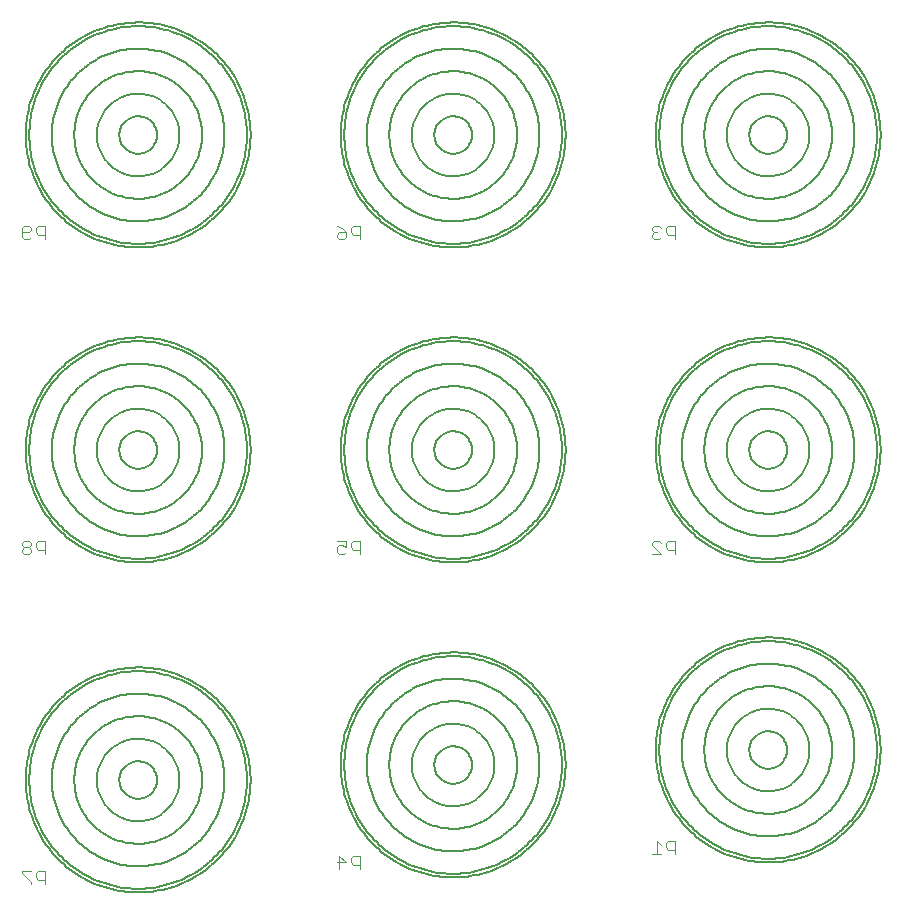
<source format=gbo>
G75*
%MOIN*%
%OFA0B0*%
%FSLAX24Y24*%
%IPPOS*%
%LPD*%
%AMOC8*
5,1,8,0,0,1.08239X$1,22.5*
%
%ADD10C,0.0050*%
%ADD11C,0.0040*%
D10*
X009475Y005312D02*
X009477Y005432D01*
X009483Y005552D01*
X009493Y005671D01*
X009507Y005790D01*
X009524Y005909D01*
X009546Y006027D01*
X009572Y006144D01*
X009601Y006260D01*
X009634Y006375D01*
X009671Y006489D01*
X009712Y006602D01*
X009757Y006713D01*
X009805Y006823D01*
X009857Y006931D01*
X009912Y007037D01*
X009971Y007142D01*
X010033Y007244D01*
X010098Y007345D01*
X010167Y007443D01*
X010239Y007539D01*
X010315Y007632D01*
X010393Y007723D01*
X010474Y007811D01*
X010558Y007896D01*
X010645Y007979D01*
X010734Y008059D01*
X010826Y008135D01*
X010921Y008209D01*
X011018Y008280D01*
X011117Y008347D01*
X011219Y008411D01*
X011322Y008471D01*
X011428Y008528D01*
X011535Y008582D01*
X011644Y008632D01*
X011754Y008678D01*
X011866Y008721D01*
X011980Y008760D01*
X012094Y008795D01*
X012210Y008826D01*
X012327Y008854D01*
X012444Y008877D01*
X012563Y008897D01*
X012681Y008913D01*
X012801Y008925D01*
X012920Y008933D01*
X013040Y008937D01*
X013160Y008937D01*
X013280Y008933D01*
X013399Y008925D01*
X013519Y008913D01*
X013637Y008897D01*
X013756Y008877D01*
X013873Y008854D01*
X013990Y008826D01*
X014106Y008795D01*
X014220Y008760D01*
X014334Y008721D01*
X014446Y008678D01*
X014556Y008632D01*
X014665Y008582D01*
X014772Y008528D01*
X014878Y008471D01*
X014981Y008411D01*
X015083Y008347D01*
X015182Y008280D01*
X015279Y008209D01*
X015374Y008135D01*
X015466Y008059D01*
X015555Y007979D01*
X015642Y007896D01*
X015726Y007811D01*
X015807Y007723D01*
X015885Y007632D01*
X015961Y007539D01*
X016033Y007443D01*
X016102Y007345D01*
X016167Y007244D01*
X016229Y007142D01*
X016288Y007037D01*
X016343Y006931D01*
X016395Y006823D01*
X016443Y006713D01*
X016488Y006602D01*
X016529Y006489D01*
X016566Y006375D01*
X016599Y006260D01*
X016628Y006144D01*
X016654Y006027D01*
X016676Y005909D01*
X016693Y005790D01*
X016707Y005671D01*
X016717Y005552D01*
X016723Y005432D01*
X016725Y005312D01*
X016723Y005192D01*
X016717Y005072D01*
X016707Y004953D01*
X016693Y004834D01*
X016676Y004715D01*
X016654Y004597D01*
X016628Y004480D01*
X016599Y004364D01*
X016566Y004249D01*
X016529Y004135D01*
X016488Y004022D01*
X016443Y003911D01*
X016395Y003801D01*
X016343Y003693D01*
X016288Y003587D01*
X016229Y003482D01*
X016167Y003380D01*
X016102Y003279D01*
X016033Y003181D01*
X015961Y003085D01*
X015885Y002992D01*
X015807Y002901D01*
X015726Y002813D01*
X015642Y002728D01*
X015555Y002645D01*
X015466Y002565D01*
X015374Y002489D01*
X015279Y002415D01*
X015182Y002344D01*
X015083Y002277D01*
X014981Y002213D01*
X014878Y002153D01*
X014772Y002096D01*
X014665Y002042D01*
X014556Y001992D01*
X014446Y001946D01*
X014334Y001903D01*
X014220Y001864D01*
X014106Y001829D01*
X013990Y001798D01*
X013873Y001770D01*
X013756Y001747D01*
X013637Y001727D01*
X013519Y001711D01*
X013399Y001699D01*
X013280Y001691D01*
X013160Y001687D01*
X013040Y001687D01*
X012920Y001691D01*
X012801Y001699D01*
X012681Y001711D01*
X012563Y001727D01*
X012444Y001747D01*
X012327Y001770D01*
X012210Y001798D01*
X012094Y001829D01*
X011980Y001864D01*
X011866Y001903D01*
X011754Y001946D01*
X011644Y001992D01*
X011535Y002042D01*
X011428Y002096D01*
X011322Y002153D01*
X011219Y002213D01*
X011117Y002277D01*
X011018Y002344D01*
X010921Y002415D01*
X010826Y002489D01*
X010734Y002565D01*
X010645Y002645D01*
X010558Y002728D01*
X010474Y002813D01*
X010393Y002901D01*
X010315Y002992D01*
X010239Y003085D01*
X010167Y003181D01*
X010098Y003279D01*
X010033Y003380D01*
X009971Y003482D01*
X009912Y003587D01*
X009857Y003693D01*
X009805Y003801D01*
X009757Y003911D01*
X009712Y004022D01*
X009671Y004135D01*
X009634Y004249D01*
X009601Y004364D01*
X009572Y004480D01*
X009546Y004597D01*
X009524Y004715D01*
X009507Y004834D01*
X009493Y004953D01*
X009483Y005072D01*
X009477Y005192D01*
X009475Y005312D01*
X012475Y005312D02*
X012477Y005362D01*
X012483Y005411D01*
X012493Y005460D01*
X012506Y005507D01*
X012524Y005554D01*
X012545Y005599D01*
X012569Y005642D01*
X012597Y005683D01*
X012628Y005722D01*
X012662Y005758D01*
X012699Y005792D01*
X012739Y005822D01*
X012780Y005849D01*
X012824Y005873D01*
X012869Y005893D01*
X012916Y005909D01*
X012964Y005922D01*
X013013Y005931D01*
X013063Y005936D01*
X013112Y005937D01*
X013162Y005934D01*
X013211Y005927D01*
X013260Y005916D01*
X013307Y005902D01*
X013353Y005883D01*
X013398Y005861D01*
X013441Y005836D01*
X013481Y005807D01*
X013519Y005775D01*
X013555Y005741D01*
X013588Y005703D01*
X013617Y005663D01*
X013643Y005621D01*
X013666Y005577D01*
X013685Y005531D01*
X013701Y005484D01*
X013713Y005435D01*
X013721Y005386D01*
X013725Y005337D01*
X013725Y005287D01*
X013721Y005238D01*
X013713Y005189D01*
X013701Y005140D01*
X013685Y005093D01*
X013666Y005047D01*
X013643Y005003D01*
X013617Y004961D01*
X013588Y004921D01*
X013555Y004883D01*
X013519Y004849D01*
X013481Y004817D01*
X013441Y004788D01*
X013398Y004763D01*
X013353Y004741D01*
X013307Y004722D01*
X013260Y004708D01*
X013211Y004697D01*
X013162Y004690D01*
X013112Y004687D01*
X013063Y004688D01*
X013013Y004693D01*
X012964Y004702D01*
X012916Y004715D01*
X012869Y004731D01*
X012824Y004751D01*
X012780Y004775D01*
X012739Y004802D01*
X012699Y004832D01*
X012662Y004866D01*
X012628Y004902D01*
X012597Y004941D01*
X012569Y004982D01*
X012545Y005025D01*
X012524Y005070D01*
X012506Y005117D01*
X012493Y005164D01*
X012483Y005213D01*
X012477Y005262D01*
X012475Y005312D01*
X010975Y005312D02*
X010977Y005404D01*
X010983Y005496D01*
X010993Y005587D01*
X011007Y005678D01*
X011025Y005769D01*
X011046Y005858D01*
X011072Y005947D01*
X011101Y006034D01*
X011135Y006120D01*
X011171Y006204D01*
X011212Y006287D01*
X011256Y006368D01*
X011303Y006447D01*
X011354Y006524D01*
X011408Y006598D01*
X011466Y006670D01*
X011526Y006740D01*
X011589Y006806D01*
X011655Y006870D01*
X011724Y006932D01*
X011796Y006990D01*
X011870Y007045D01*
X011946Y007096D01*
X012024Y007145D01*
X012105Y007189D01*
X012187Y007231D01*
X012271Y007269D01*
X012356Y007303D01*
X012443Y007333D01*
X012532Y007360D01*
X012621Y007382D01*
X012711Y007401D01*
X012802Y007416D01*
X012893Y007427D01*
X012985Y007434D01*
X013077Y007437D01*
X013169Y007436D01*
X013261Y007431D01*
X013353Y007422D01*
X013444Y007409D01*
X013534Y007392D01*
X013624Y007371D01*
X013713Y007347D01*
X013800Y007318D01*
X013887Y007286D01*
X013971Y007250D01*
X014054Y007211D01*
X014136Y007167D01*
X014215Y007121D01*
X014293Y007071D01*
X014368Y007018D01*
X014440Y006961D01*
X014510Y006901D01*
X014578Y006839D01*
X014643Y006773D01*
X014705Y006705D01*
X014763Y006634D01*
X014819Y006561D01*
X014872Y006485D01*
X014921Y006408D01*
X014967Y006328D01*
X015009Y006246D01*
X015047Y006162D01*
X015082Y006077D01*
X015114Y005991D01*
X015141Y005903D01*
X015165Y005814D01*
X015185Y005724D01*
X015201Y005633D01*
X015213Y005542D01*
X015221Y005450D01*
X015225Y005358D01*
X015225Y005266D01*
X015221Y005174D01*
X015213Y005082D01*
X015201Y004991D01*
X015185Y004900D01*
X015165Y004810D01*
X015141Y004721D01*
X015114Y004633D01*
X015082Y004547D01*
X015047Y004462D01*
X015009Y004378D01*
X014967Y004296D01*
X014921Y004216D01*
X014872Y004139D01*
X014819Y004063D01*
X014763Y003990D01*
X014705Y003919D01*
X014643Y003851D01*
X014578Y003785D01*
X014510Y003723D01*
X014440Y003663D01*
X014368Y003606D01*
X014293Y003553D01*
X014215Y003503D01*
X014136Y003457D01*
X014054Y003413D01*
X013971Y003374D01*
X013887Y003338D01*
X013800Y003306D01*
X013713Y003277D01*
X013624Y003253D01*
X013534Y003232D01*
X013444Y003215D01*
X013353Y003202D01*
X013261Y003193D01*
X013169Y003188D01*
X013077Y003187D01*
X012985Y003190D01*
X012893Y003197D01*
X012802Y003208D01*
X012711Y003223D01*
X012621Y003242D01*
X012532Y003264D01*
X012443Y003291D01*
X012356Y003321D01*
X012271Y003355D01*
X012187Y003393D01*
X012105Y003435D01*
X012024Y003479D01*
X011946Y003528D01*
X011870Y003579D01*
X011796Y003634D01*
X011724Y003692D01*
X011655Y003754D01*
X011589Y003818D01*
X011526Y003884D01*
X011466Y003954D01*
X011408Y004026D01*
X011354Y004100D01*
X011303Y004177D01*
X011256Y004256D01*
X011212Y004337D01*
X011171Y004420D01*
X011135Y004504D01*
X011101Y004590D01*
X011072Y004677D01*
X011046Y004766D01*
X011025Y004855D01*
X011007Y004946D01*
X010993Y005037D01*
X010983Y005128D01*
X010977Y005220D01*
X010975Y005312D01*
X011725Y005312D02*
X011727Y005386D01*
X011733Y005459D01*
X011743Y005533D01*
X011757Y005605D01*
X011774Y005677D01*
X011796Y005747D01*
X011821Y005817D01*
X011850Y005885D01*
X011882Y005951D01*
X011919Y006015D01*
X011958Y006078D01*
X012001Y006138D01*
X012047Y006196D01*
X012096Y006251D01*
X012148Y006304D01*
X012202Y006353D01*
X012259Y006400D01*
X012319Y006444D01*
X012381Y006484D01*
X012445Y006521D01*
X012511Y006554D01*
X012578Y006584D01*
X012647Y006610D01*
X012717Y006633D01*
X012789Y006651D01*
X012861Y006666D01*
X012934Y006677D01*
X013008Y006684D01*
X013082Y006687D01*
X013155Y006686D01*
X013229Y006681D01*
X013302Y006672D01*
X013375Y006659D01*
X013447Y006643D01*
X013518Y006622D01*
X013588Y006598D01*
X013656Y006570D01*
X013723Y006538D01*
X013788Y006503D01*
X013850Y006464D01*
X013911Y006422D01*
X013970Y006377D01*
X014026Y006329D01*
X014079Y006278D01*
X014129Y006224D01*
X014177Y006167D01*
X014221Y006108D01*
X014262Y006047D01*
X014300Y005983D01*
X014334Y005918D01*
X014365Y005851D01*
X014392Y005782D01*
X014415Y005712D01*
X014435Y005641D01*
X014451Y005569D01*
X014463Y005496D01*
X014471Y005423D01*
X014475Y005349D01*
X014475Y005275D01*
X014471Y005201D01*
X014463Y005128D01*
X014451Y005055D01*
X014435Y004983D01*
X014415Y004912D01*
X014392Y004842D01*
X014365Y004773D01*
X014334Y004706D01*
X014300Y004641D01*
X014262Y004577D01*
X014221Y004516D01*
X014177Y004457D01*
X014129Y004400D01*
X014079Y004346D01*
X014026Y004295D01*
X013970Y004247D01*
X013911Y004202D01*
X013850Y004160D01*
X013787Y004121D01*
X013723Y004086D01*
X013656Y004054D01*
X013588Y004026D01*
X013518Y004002D01*
X013447Y003981D01*
X013375Y003965D01*
X013302Y003952D01*
X013229Y003943D01*
X013155Y003938D01*
X013082Y003937D01*
X013008Y003940D01*
X012934Y003947D01*
X012861Y003958D01*
X012789Y003973D01*
X012717Y003991D01*
X012647Y004014D01*
X012578Y004040D01*
X012511Y004070D01*
X012445Y004103D01*
X012381Y004140D01*
X012319Y004180D01*
X012259Y004224D01*
X012202Y004271D01*
X012148Y004320D01*
X012096Y004373D01*
X012047Y004428D01*
X012001Y004486D01*
X011958Y004546D01*
X011919Y004609D01*
X011882Y004673D01*
X011850Y004739D01*
X011821Y004807D01*
X011796Y004877D01*
X011774Y004947D01*
X011757Y005019D01*
X011743Y005091D01*
X011733Y005165D01*
X011727Y005238D01*
X011725Y005312D01*
X010225Y005312D02*
X010227Y005419D01*
X010233Y005526D01*
X010243Y005632D01*
X010257Y005738D01*
X010275Y005843D01*
X010296Y005948D01*
X010322Y006052D01*
X010351Y006155D01*
X010384Y006256D01*
X010421Y006356D01*
X010462Y006455D01*
X010506Y006553D01*
X010554Y006648D01*
X010606Y006742D01*
X010661Y006834D01*
X010719Y006923D01*
X010780Y007011D01*
X010845Y007096D01*
X010913Y007178D01*
X010984Y007258D01*
X011058Y007335D01*
X011134Y007410D01*
X011214Y007482D01*
X011296Y007550D01*
X011380Y007616D01*
X011467Y007678D01*
X011556Y007737D01*
X011647Y007793D01*
X011740Y007845D01*
X011835Y007894D01*
X011932Y007939D01*
X012031Y007981D01*
X012131Y008019D01*
X012232Y008053D01*
X012334Y008083D01*
X012438Y008110D01*
X012542Y008132D01*
X012648Y008151D01*
X012753Y008166D01*
X012860Y008177D01*
X012966Y008184D01*
X013073Y008187D01*
X013180Y008186D01*
X013287Y008181D01*
X013393Y008172D01*
X013500Y008159D01*
X013605Y008142D01*
X013710Y008122D01*
X013814Y008097D01*
X013917Y008068D01*
X014019Y008036D01*
X014119Y008000D01*
X014219Y007960D01*
X014316Y007917D01*
X014412Y007870D01*
X014507Y007819D01*
X014599Y007765D01*
X014689Y007708D01*
X014777Y007647D01*
X014863Y007583D01*
X014946Y007516D01*
X015026Y007446D01*
X015104Y007373D01*
X015180Y007297D01*
X015252Y007218D01*
X015321Y007137D01*
X015388Y007053D01*
X015451Y006967D01*
X015511Y006879D01*
X015567Y006788D01*
X015620Y006695D01*
X015670Y006601D01*
X015716Y006504D01*
X015759Y006406D01*
X015798Y006306D01*
X015833Y006206D01*
X015864Y006103D01*
X015891Y006000D01*
X015915Y005896D01*
X015935Y005791D01*
X015951Y005685D01*
X015963Y005579D01*
X015971Y005472D01*
X015975Y005365D01*
X015975Y005259D01*
X015971Y005152D01*
X015963Y005045D01*
X015951Y004939D01*
X015935Y004833D01*
X015915Y004728D01*
X015891Y004624D01*
X015864Y004521D01*
X015833Y004418D01*
X015798Y004318D01*
X015759Y004218D01*
X015716Y004120D01*
X015670Y004023D01*
X015620Y003929D01*
X015567Y003836D01*
X015511Y003745D01*
X015451Y003657D01*
X015388Y003571D01*
X015321Y003487D01*
X015252Y003406D01*
X015180Y003327D01*
X015104Y003251D01*
X015026Y003178D01*
X014946Y003108D01*
X014863Y003041D01*
X014777Y002977D01*
X014689Y002916D01*
X014599Y002859D01*
X014507Y002805D01*
X014412Y002754D01*
X014316Y002707D01*
X014219Y002664D01*
X014119Y002624D01*
X014019Y002588D01*
X013917Y002556D01*
X013814Y002527D01*
X013710Y002502D01*
X013605Y002482D01*
X013500Y002465D01*
X013393Y002452D01*
X013287Y002443D01*
X013180Y002438D01*
X013073Y002437D01*
X012966Y002440D01*
X012860Y002447D01*
X012753Y002458D01*
X012648Y002473D01*
X012542Y002492D01*
X012438Y002514D01*
X012334Y002541D01*
X012232Y002571D01*
X012131Y002605D01*
X012031Y002643D01*
X011932Y002685D01*
X011835Y002730D01*
X011740Y002779D01*
X011647Y002831D01*
X011556Y002887D01*
X011467Y002946D01*
X011380Y003008D01*
X011296Y003074D01*
X011214Y003142D01*
X011134Y003214D01*
X011058Y003289D01*
X010984Y003366D01*
X010913Y003446D01*
X010845Y003528D01*
X010780Y003613D01*
X010719Y003701D01*
X010661Y003790D01*
X010606Y003882D01*
X010554Y003976D01*
X010506Y004071D01*
X010462Y004169D01*
X010421Y004268D01*
X010384Y004368D01*
X010351Y004469D01*
X010322Y004572D01*
X010296Y004676D01*
X010275Y004781D01*
X010257Y004886D01*
X010243Y004992D01*
X010233Y005098D01*
X010227Y005205D01*
X010225Y005312D01*
X009350Y005312D02*
X009352Y005434D01*
X009358Y005556D01*
X009368Y005678D01*
X009382Y005799D01*
X009400Y005920D01*
X009421Y006040D01*
X009447Y006159D01*
X009476Y006278D01*
X009510Y006395D01*
X009547Y006511D01*
X009588Y006626D01*
X009633Y006740D01*
X009681Y006852D01*
X009733Y006963D01*
X009788Y007071D01*
X009847Y007178D01*
X009910Y007283D01*
X009976Y007386D01*
X010045Y007486D01*
X010117Y007585D01*
X010193Y007681D01*
X010271Y007774D01*
X010353Y007865D01*
X010438Y007953D01*
X010525Y008038D01*
X010615Y008120D01*
X010708Y008200D01*
X010803Y008276D01*
X010901Y008349D01*
X011001Y008419D01*
X011103Y008486D01*
X011207Y008549D01*
X011314Y008609D01*
X011422Y008666D01*
X011532Y008718D01*
X011644Y008768D01*
X011757Y008813D01*
X011872Y008855D01*
X011988Y008893D01*
X012105Y008928D01*
X012223Y008958D01*
X012342Y008985D01*
X012462Y009007D01*
X012583Y009026D01*
X012704Y009041D01*
X012826Y009052D01*
X012947Y009059D01*
X013069Y009062D01*
X013192Y009061D01*
X013314Y009056D01*
X013435Y009047D01*
X013557Y009034D01*
X013678Y009017D01*
X013798Y008996D01*
X013917Y008972D01*
X014036Y008943D01*
X014154Y008911D01*
X014270Y008875D01*
X014386Y008835D01*
X014500Y008791D01*
X014612Y008744D01*
X014723Y008693D01*
X014832Y008638D01*
X014940Y008580D01*
X015045Y008518D01*
X015148Y008453D01*
X015250Y008385D01*
X015348Y008313D01*
X015445Y008238D01*
X015539Y008161D01*
X015630Y008080D01*
X015719Y007996D01*
X015805Y007909D01*
X015888Y007820D01*
X015968Y007728D01*
X016045Y007633D01*
X016119Y007536D01*
X016190Y007436D01*
X016258Y007335D01*
X016322Y007231D01*
X016383Y007125D01*
X016440Y007017D01*
X016494Y006908D01*
X016544Y006796D01*
X016590Y006683D01*
X016633Y006569D01*
X016672Y006453D01*
X016707Y006337D01*
X016739Y006219D01*
X016766Y006100D01*
X016790Y005980D01*
X016810Y005859D01*
X016826Y005738D01*
X016838Y005617D01*
X016846Y005495D01*
X016850Y005373D01*
X016850Y005251D01*
X016846Y005129D01*
X016838Y005007D01*
X016826Y004886D01*
X016810Y004765D01*
X016790Y004644D01*
X016766Y004524D01*
X016739Y004405D01*
X016707Y004287D01*
X016672Y004171D01*
X016633Y004055D01*
X016590Y003941D01*
X016544Y003828D01*
X016494Y003716D01*
X016440Y003607D01*
X016383Y003499D01*
X016322Y003393D01*
X016258Y003289D01*
X016190Y003188D01*
X016119Y003088D01*
X016045Y002991D01*
X015968Y002896D01*
X015888Y002804D01*
X015805Y002715D01*
X015719Y002628D01*
X015630Y002544D01*
X015539Y002463D01*
X015445Y002386D01*
X015348Y002311D01*
X015250Y002239D01*
X015148Y002171D01*
X015045Y002106D01*
X014940Y002044D01*
X014832Y001986D01*
X014723Y001931D01*
X014612Y001880D01*
X014500Y001833D01*
X014386Y001789D01*
X014270Y001749D01*
X014154Y001713D01*
X014036Y001681D01*
X013917Y001652D01*
X013798Y001628D01*
X013678Y001607D01*
X013557Y001590D01*
X013435Y001577D01*
X013314Y001568D01*
X013192Y001563D01*
X013069Y001562D01*
X012947Y001565D01*
X012826Y001572D01*
X012704Y001583D01*
X012583Y001598D01*
X012462Y001617D01*
X012342Y001639D01*
X012223Y001666D01*
X012105Y001696D01*
X011988Y001731D01*
X011872Y001769D01*
X011757Y001811D01*
X011644Y001856D01*
X011532Y001906D01*
X011422Y001958D01*
X011314Y002015D01*
X011207Y002075D01*
X011103Y002138D01*
X011001Y002205D01*
X010901Y002275D01*
X010803Y002348D01*
X010708Y002424D01*
X010615Y002504D01*
X010525Y002586D01*
X010438Y002671D01*
X010353Y002759D01*
X010271Y002850D01*
X010193Y002943D01*
X010117Y003039D01*
X010045Y003138D01*
X009976Y003238D01*
X009910Y003341D01*
X009847Y003446D01*
X009788Y003553D01*
X009733Y003661D01*
X009681Y003772D01*
X009633Y003884D01*
X009588Y003998D01*
X009547Y004113D01*
X009510Y004229D01*
X009476Y004346D01*
X009447Y004465D01*
X009421Y004584D01*
X009400Y004704D01*
X009382Y004825D01*
X009368Y004946D01*
X009358Y005068D01*
X009352Y005190D01*
X009350Y005312D01*
X009475Y016312D02*
X009477Y016432D01*
X009483Y016552D01*
X009493Y016671D01*
X009507Y016790D01*
X009524Y016909D01*
X009546Y017027D01*
X009572Y017144D01*
X009601Y017260D01*
X009634Y017375D01*
X009671Y017489D01*
X009712Y017602D01*
X009757Y017713D01*
X009805Y017823D01*
X009857Y017931D01*
X009912Y018037D01*
X009971Y018142D01*
X010033Y018244D01*
X010098Y018345D01*
X010167Y018443D01*
X010239Y018539D01*
X010315Y018632D01*
X010393Y018723D01*
X010474Y018811D01*
X010558Y018896D01*
X010645Y018979D01*
X010734Y019059D01*
X010826Y019135D01*
X010921Y019209D01*
X011018Y019280D01*
X011117Y019347D01*
X011219Y019411D01*
X011322Y019471D01*
X011428Y019528D01*
X011535Y019582D01*
X011644Y019632D01*
X011754Y019678D01*
X011866Y019721D01*
X011980Y019760D01*
X012094Y019795D01*
X012210Y019826D01*
X012327Y019854D01*
X012444Y019877D01*
X012563Y019897D01*
X012681Y019913D01*
X012801Y019925D01*
X012920Y019933D01*
X013040Y019937D01*
X013160Y019937D01*
X013280Y019933D01*
X013399Y019925D01*
X013519Y019913D01*
X013637Y019897D01*
X013756Y019877D01*
X013873Y019854D01*
X013990Y019826D01*
X014106Y019795D01*
X014220Y019760D01*
X014334Y019721D01*
X014446Y019678D01*
X014556Y019632D01*
X014665Y019582D01*
X014772Y019528D01*
X014878Y019471D01*
X014981Y019411D01*
X015083Y019347D01*
X015182Y019280D01*
X015279Y019209D01*
X015374Y019135D01*
X015466Y019059D01*
X015555Y018979D01*
X015642Y018896D01*
X015726Y018811D01*
X015807Y018723D01*
X015885Y018632D01*
X015961Y018539D01*
X016033Y018443D01*
X016102Y018345D01*
X016167Y018244D01*
X016229Y018142D01*
X016288Y018037D01*
X016343Y017931D01*
X016395Y017823D01*
X016443Y017713D01*
X016488Y017602D01*
X016529Y017489D01*
X016566Y017375D01*
X016599Y017260D01*
X016628Y017144D01*
X016654Y017027D01*
X016676Y016909D01*
X016693Y016790D01*
X016707Y016671D01*
X016717Y016552D01*
X016723Y016432D01*
X016725Y016312D01*
X016723Y016192D01*
X016717Y016072D01*
X016707Y015953D01*
X016693Y015834D01*
X016676Y015715D01*
X016654Y015597D01*
X016628Y015480D01*
X016599Y015364D01*
X016566Y015249D01*
X016529Y015135D01*
X016488Y015022D01*
X016443Y014911D01*
X016395Y014801D01*
X016343Y014693D01*
X016288Y014587D01*
X016229Y014482D01*
X016167Y014380D01*
X016102Y014279D01*
X016033Y014181D01*
X015961Y014085D01*
X015885Y013992D01*
X015807Y013901D01*
X015726Y013813D01*
X015642Y013728D01*
X015555Y013645D01*
X015466Y013565D01*
X015374Y013489D01*
X015279Y013415D01*
X015182Y013344D01*
X015083Y013277D01*
X014981Y013213D01*
X014878Y013153D01*
X014772Y013096D01*
X014665Y013042D01*
X014556Y012992D01*
X014446Y012946D01*
X014334Y012903D01*
X014220Y012864D01*
X014106Y012829D01*
X013990Y012798D01*
X013873Y012770D01*
X013756Y012747D01*
X013637Y012727D01*
X013519Y012711D01*
X013399Y012699D01*
X013280Y012691D01*
X013160Y012687D01*
X013040Y012687D01*
X012920Y012691D01*
X012801Y012699D01*
X012681Y012711D01*
X012563Y012727D01*
X012444Y012747D01*
X012327Y012770D01*
X012210Y012798D01*
X012094Y012829D01*
X011980Y012864D01*
X011866Y012903D01*
X011754Y012946D01*
X011644Y012992D01*
X011535Y013042D01*
X011428Y013096D01*
X011322Y013153D01*
X011219Y013213D01*
X011117Y013277D01*
X011018Y013344D01*
X010921Y013415D01*
X010826Y013489D01*
X010734Y013565D01*
X010645Y013645D01*
X010558Y013728D01*
X010474Y013813D01*
X010393Y013901D01*
X010315Y013992D01*
X010239Y014085D01*
X010167Y014181D01*
X010098Y014279D01*
X010033Y014380D01*
X009971Y014482D01*
X009912Y014587D01*
X009857Y014693D01*
X009805Y014801D01*
X009757Y014911D01*
X009712Y015022D01*
X009671Y015135D01*
X009634Y015249D01*
X009601Y015364D01*
X009572Y015480D01*
X009546Y015597D01*
X009524Y015715D01*
X009507Y015834D01*
X009493Y015953D01*
X009483Y016072D01*
X009477Y016192D01*
X009475Y016312D01*
X012475Y016312D02*
X012477Y016362D01*
X012483Y016411D01*
X012493Y016460D01*
X012506Y016507D01*
X012524Y016554D01*
X012545Y016599D01*
X012569Y016642D01*
X012597Y016683D01*
X012628Y016722D01*
X012662Y016758D01*
X012699Y016792D01*
X012739Y016822D01*
X012780Y016849D01*
X012824Y016873D01*
X012869Y016893D01*
X012916Y016909D01*
X012964Y016922D01*
X013013Y016931D01*
X013063Y016936D01*
X013112Y016937D01*
X013162Y016934D01*
X013211Y016927D01*
X013260Y016916D01*
X013307Y016902D01*
X013353Y016883D01*
X013398Y016861D01*
X013441Y016836D01*
X013481Y016807D01*
X013519Y016775D01*
X013555Y016741D01*
X013588Y016703D01*
X013617Y016663D01*
X013643Y016621D01*
X013666Y016577D01*
X013685Y016531D01*
X013701Y016484D01*
X013713Y016435D01*
X013721Y016386D01*
X013725Y016337D01*
X013725Y016287D01*
X013721Y016238D01*
X013713Y016189D01*
X013701Y016140D01*
X013685Y016093D01*
X013666Y016047D01*
X013643Y016003D01*
X013617Y015961D01*
X013588Y015921D01*
X013555Y015883D01*
X013519Y015849D01*
X013481Y015817D01*
X013441Y015788D01*
X013398Y015763D01*
X013353Y015741D01*
X013307Y015722D01*
X013260Y015708D01*
X013211Y015697D01*
X013162Y015690D01*
X013112Y015687D01*
X013063Y015688D01*
X013013Y015693D01*
X012964Y015702D01*
X012916Y015715D01*
X012869Y015731D01*
X012824Y015751D01*
X012780Y015775D01*
X012739Y015802D01*
X012699Y015832D01*
X012662Y015866D01*
X012628Y015902D01*
X012597Y015941D01*
X012569Y015982D01*
X012545Y016025D01*
X012524Y016070D01*
X012506Y016117D01*
X012493Y016164D01*
X012483Y016213D01*
X012477Y016262D01*
X012475Y016312D01*
X010975Y016312D02*
X010977Y016404D01*
X010983Y016496D01*
X010993Y016587D01*
X011007Y016678D01*
X011025Y016769D01*
X011046Y016858D01*
X011072Y016947D01*
X011101Y017034D01*
X011135Y017120D01*
X011171Y017204D01*
X011212Y017287D01*
X011256Y017368D01*
X011303Y017447D01*
X011354Y017524D01*
X011408Y017598D01*
X011466Y017670D01*
X011526Y017740D01*
X011589Y017806D01*
X011655Y017870D01*
X011724Y017932D01*
X011796Y017990D01*
X011870Y018045D01*
X011946Y018096D01*
X012024Y018145D01*
X012105Y018189D01*
X012187Y018231D01*
X012271Y018269D01*
X012356Y018303D01*
X012443Y018333D01*
X012532Y018360D01*
X012621Y018382D01*
X012711Y018401D01*
X012802Y018416D01*
X012893Y018427D01*
X012985Y018434D01*
X013077Y018437D01*
X013169Y018436D01*
X013261Y018431D01*
X013353Y018422D01*
X013444Y018409D01*
X013534Y018392D01*
X013624Y018371D01*
X013713Y018347D01*
X013800Y018318D01*
X013887Y018286D01*
X013971Y018250D01*
X014054Y018211D01*
X014136Y018167D01*
X014215Y018121D01*
X014293Y018071D01*
X014368Y018018D01*
X014440Y017961D01*
X014510Y017901D01*
X014578Y017839D01*
X014643Y017773D01*
X014705Y017705D01*
X014763Y017634D01*
X014819Y017561D01*
X014872Y017485D01*
X014921Y017408D01*
X014967Y017328D01*
X015009Y017246D01*
X015047Y017162D01*
X015082Y017077D01*
X015114Y016991D01*
X015141Y016903D01*
X015165Y016814D01*
X015185Y016724D01*
X015201Y016633D01*
X015213Y016542D01*
X015221Y016450D01*
X015225Y016358D01*
X015225Y016266D01*
X015221Y016174D01*
X015213Y016082D01*
X015201Y015991D01*
X015185Y015900D01*
X015165Y015810D01*
X015141Y015721D01*
X015114Y015633D01*
X015082Y015547D01*
X015047Y015462D01*
X015009Y015378D01*
X014967Y015296D01*
X014921Y015216D01*
X014872Y015139D01*
X014819Y015063D01*
X014763Y014990D01*
X014705Y014919D01*
X014643Y014851D01*
X014578Y014785D01*
X014510Y014723D01*
X014440Y014663D01*
X014368Y014606D01*
X014293Y014553D01*
X014215Y014503D01*
X014136Y014457D01*
X014054Y014413D01*
X013971Y014374D01*
X013887Y014338D01*
X013800Y014306D01*
X013713Y014277D01*
X013624Y014253D01*
X013534Y014232D01*
X013444Y014215D01*
X013353Y014202D01*
X013261Y014193D01*
X013169Y014188D01*
X013077Y014187D01*
X012985Y014190D01*
X012893Y014197D01*
X012802Y014208D01*
X012711Y014223D01*
X012621Y014242D01*
X012532Y014264D01*
X012443Y014291D01*
X012356Y014321D01*
X012271Y014355D01*
X012187Y014393D01*
X012105Y014435D01*
X012024Y014479D01*
X011946Y014528D01*
X011870Y014579D01*
X011796Y014634D01*
X011724Y014692D01*
X011655Y014754D01*
X011589Y014818D01*
X011526Y014884D01*
X011466Y014954D01*
X011408Y015026D01*
X011354Y015100D01*
X011303Y015177D01*
X011256Y015256D01*
X011212Y015337D01*
X011171Y015420D01*
X011135Y015504D01*
X011101Y015590D01*
X011072Y015677D01*
X011046Y015766D01*
X011025Y015855D01*
X011007Y015946D01*
X010993Y016037D01*
X010983Y016128D01*
X010977Y016220D01*
X010975Y016312D01*
X011725Y016312D02*
X011727Y016386D01*
X011733Y016459D01*
X011743Y016533D01*
X011757Y016605D01*
X011774Y016677D01*
X011796Y016747D01*
X011821Y016817D01*
X011850Y016885D01*
X011882Y016951D01*
X011919Y017015D01*
X011958Y017078D01*
X012001Y017138D01*
X012047Y017196D01*
X012096Y017251D01*
X012148Y017304D01*
X012202Y017353D01*
X012259Y017400D01*
X012319Y017444D01*
X012381Y017484D01*
X012445Y017521D01*
X012511Y017554D01*
X012578Y017584D01*
X012647Y017610D01*
X012717Y017633D01*
X012789Y017651D01*
X012861Y017666D01*
X012934Y017677D01*
X013008Y017684D01*
X013082Y017687D01*
X013155Y017686D01*
X013229Y017681D01*
X013302Y017672D01*
X013375Y017659D01*
X013447Y017643D01*
X013518Y017622D01*
X013588Y017598D01*
X013656Y017570D01*
X013723Y017538D01*
X013788Y017503D01*
X013850Y017464D01*
X013911Y017422D01*
X013970Y017377D01*
X014026Y017329D01*
X014079Y017278D01*
X014129Y017224D01*
X014177Y017167D01*
X014221Y017108D01*
X014262Y017047D01*
X014300Y016983D01*
X014334Y016918D01*
X014365Y016851D01*
X014392Y016782D01*
X014415Y016712D01*
X014435Y016641D01*
X014451Y016569D01*
X014463Y016496D01*
X014471Y016423D01*
X014475Y016349D01*
X014475Y016275D01*
X014471Y016201D01*
X014463Y016128D01*
X014451Y016055D01*
X014435Y015983D01*
X014415Y015912D01*
X014392Y015842D01*
X014365Y015773D01*
X014334Y015706D01*
X014300Y015641D01*
X014262Y015577D01*
X014221Y015516D01*
X014177Y015457D01*
X014129Y015400D01*
X014079Y015346D01*
X014026Y015295D01*
X013970Y015247D01*
X013911Y015202D01*
X013850Y015160D01*
X013787Y015121D01*
X013723Y015086D01*
X013656Y015054D01*
X013588Y015026D01*
X013518Y015002D01*
X013447Y014981D01*
X013375Y014965D01*
X013302Y014952D01*
X013229Y014943D01*
X013155Y014938D01*
X013082Y014937D01*
X013008Y014940D01*
X012934Y014947D01*
X012861Y014958D01*
X012789Y014973D01*
X012717Y014991D01*
X012647Y015014D01*
X012578Y015040D01*
X012511Y015070D01*
X012445Y015103D01*
X012381Y015140D01*
X012319Y015180D01*
X012259Y015224D01*
X012202Y015271D01*
X012148Y015320D01*
X012096Y015373D01*
X012047Y015428D01*
X012001Y015486D01*
X011958Y015546D01*
X011919Y015609D01*
X011882Y015673D01*
X011850Y015739D01*
X011821Y015807D01*
X011796Y015877D01*
X011774Y015947D01*
X011757Y016019D01*
X011743Y016091D01*
X011733Y016165D01*
X011727Y016238D01*
X011725Y016312D01*
X010225Y016312D02*
X010227Y016419D01*
X010233Y016526D01*
X010243Y016632D01*
X010257Y016738D01*
X010275Y016843D01*
X010296Y016948D01*
X010322Y017052D01*
X010351Y017155D01*
X010384Y017256D01*
X010421Y017356D01*
X010462Y017455D01*
X010506Y017553D01*
X010554Y017648D01*
X010606Y017742D01*
X010661Y017834D01*
X010719Y017923D01*
X010780Y018011D01*
X010845Y018096D01*
X010913Y018178D01*
X010984Y018258D01*
X011058Y018335D01*
X011134Y018410D01*
X011214Y018482D01*
X011296Y018550D01*
X011380Y018616D01*
X011467Y018678D01*
X011556Y018737D01*
X011647Y018793D01*
X011740Y018845D01*
X011835Y018894D01*
X011932Y018939D01*
X012031Y018981D01*
X012131Y019019D01*
X012232Y019053D01*
X012334Y019083D01*
X012438Y019110D01*
X012542Y019132D01*
X012648Y019151D01*
X012753Y019166D01*
X012860Y019177D01*
X012966Y019184D01*
X013073Y019187D01*
X013180Y019186D01*
X013287Y019181D01*
X013393Y019172D01*
X013500Y019159D01*
X013605Y019142D01*
X013710Y019122D01*
X013814Y019097D01*
X013917Y019068D01*
X014019Y019036D01*
X014119Y019000D01*
X014219Y018960D01*
X014316Y018917D01*
X014412Y018870D01*
X014507Y018819D01*
X014599Y018765D01*
X014689Y018708D01*
X014777Y018647D01*
X014863Y018583D01*
X014946Y018516D01*
X015026Y018446D01*
X015104Y018373D01*
X015180Y018297D01*
X015252Y018218D01*
X015321Y018137D01*
X015388Y018053D01*
X015451Y017967D01*
X015511Y017879D01*
X015567Y017788D01*
X015620Y017695D01*
X015670Y017601D01*
X015716Y017504D01*
X015759Y017406D01*
X015798Y017306D01*
X015833Y017206D01*
X015864Y017103D01*
X015891Y017000D01*
X015915Y016896D01*
X015935Y016791D01*
X015951Y016685D01*
X015963Y016579D01*
X015971Y016472D01*
X015975Y016365D01*
X015975Y016259D01*
X015971Y016152D01*
X015963Y016045D01*
X015951Y015939D01*
X015935Y015833D01*
X015915Y015728D01*
X015891Y015624D01*
X015864Y015521D01*
X015833Y015418D01*
X015798Y015318D01*
X015759Y015218D01*
X015716Y015120D01*
X015670Y015023D01*
X015620Y014929D01*
X015567Y014836D01*
X015511Y014745D01*
X015451Y014657D01*
X015388Y014571D01*
X015321Y014487D01*
X015252Y014406D01*
X015180Y014327D01*
X015104Y014251D01*
X015026Y014178D01*
X014946Y014108D01*
X014863Y014041D01*
X014777Y013977D01*
X014689Y013916D01*
X014599Y013859D01*
X014507Y013805D01*
X014412Y013754D01*
X014316Y013707D01*
X014219Y013664D01*
X014119Y013624D01*
X014019Y013588D01*
X013917Y013556D01*
X013814Y013527D01*
X013710Y013502D01*
X013605Y013482D01*
X013500Y013465D01*
X013393Y013452D01*
X013287Y013443D01*
X013180Y013438D01*
X013073Y013437D01*
X012966Y013440D01*
X012860Y013447D01*
X012753Y013458D01*
X012648Y013473D01*
X012542Y013492D01*
X012438Y013514D01*
X012334Y013541D01*
X012232Y013571D01*
X012131Y013605D01*
X012031Y013643D01*
X011932Y013685D01*
X011835Y013730D01*
X011740Y013779D01*
X011647Y013831D01*
X011556Y013887D01*
X011467Y013946D01*
X011380Y014008D01*
X011296Y014074D01*
X011214Y014142D01*
X011134Y014214D01*
X011058Y014289D01*
X010984Y014366D01*
X010913Y014446D01*
X010845Y014528D01*
X010780Y014613D01*
X010719Y014701D01*
X010661Y014790D01*
X010606Y014882D01*
X010554Y014976D01*
X010506Y015071D01*
X010462Y015169D01*
X010421Y015268D01*
X010384Y015368D01*
X010351Y015469D01*
X010322Y015572D01*
X010296Y015676D01*
X010275Y015781D01*
X010257Y015886D01*
X010243Y015992D01*
X010233Y016098D01*
X010227Y016205D01*
X010225Y016312D01*
X009350Y016312D02*
X009352Y016434D01*
X009358Y016556D01*
X009368Y016678D01*
X009382Y016799D01*
X009400Y016920D01*
X009421Y017040D01*
X009447Y017159D01*
X009476Y017278D01*
X009510Y017395D01*
X009547Y017511D01*
X009588Y017626D01*
X009633Y017740D01*
X009681Y017852D01*
X009733Y017963D01*
X009788Y018071D01*
X009847Y018178D01*
X009910Y018283D01*
X009976Y018386D01*
X010045Y018486D01*
X010117Y018585D01*
X010193Y018681D01*
X010271Y018774D01*
X010353Y018865D01*
X010438Y018953D01*
X010525Y019038D01*
X010615Y019120D01*
X010708Y019200D01*
X010803Y019276D01*
X010901Y019349D01*
X011001Y019419D01*
X011103Y019486D01*
X011207Y019549D01*
X011314Y019609D01*
X011422Y019666D01*
X011532Y019718D01*
X011644Y019768D01*
X011757Y019813D01*
X011872Y019855D01*
X011988Y019893D01*
X012105Y019928D01*
X012223Y019958D01*
X012342Y019985D01*
X012462Y020007D01*
X012583Y020026D01*
X012704Y020041D01*
X012826Y020052D01*
X012947Y020059D01*
X013069Y020062D01*
X013192Y020061D01*
X013314Y020056D01*
X013435Y020047D01*
X013557Y020034D01*
X013678Y020017D01*
X013798Y019996D01*
X013917Y019972D01*
X014036Y019943D01*
X014154Y019911D01*
X014270Y019875D01*
X014386Y019835D01*
X014500Y019791D01*
X014612Y019744D01*
X014723Y019693D01*
X014832Y019638D01*
X014940Y019580D01*
X015045Y019518D01*
X015148Y019453D01*
X015250Y019385D01*
X015348Y019313D01*
X015445Y019238D01*
X015539Y019161D01*
X015630Y019080D01*
X015719Y018996D01*
X015805Y018909D01*
X015888Y018820D01*
X015968Y018728D01*
X016045Y018633D01*
X016119Y018536D01*
X016190Y018436D01*
X016258Y018335D01*
X016322Y018231D01*
X016383Y018125D01*
X016440Y018017D01*
X016494Y017908D01*
X016544Y017796D01*
X016590Y017683D01*
X016633Y017569D01*
X016672Y017453D01*
X016707Y017337D01*
X016739Y017219D01*
X016766Y017100D01*
X016790Y016980D01*
X016810Y016859D01*
X016826Y016738D01*
X016838Y016617D01*
X016846Y016495D01*
X016850Y016373D01*
X016850Y016251D01*
X016846Y016129D01*
X016838Y016007D01*
X016826Y015886D01*
X016810Y015765D01*
X016790Y015644D01*
X016766Y015524D01*
X016739Y015405D01*
X016707Y015287D01*
X016672Y015171D01*
X016633Y015055D01*
X016590Y014941D01*
X016544Y014828D01*
X016494Y014716D01*
X016440Y014607D01*
X016383Y014499D01*
X016322Y014393D01*
X016258Y014289D01*
X016190Y014188D01*
X016119Y014088D01*
X016045Y013991D01*
X015968Y013896D01*
X015888Y013804D01*
X015805Y013715D01*
X015719Y013628D01*
X015630Y013544D01*
X015539Y013463D01*
X015445Y013386D01*
X015348Y013311D01*
X015250Y013239D01*
X015148Y013171D01*
X015045Y013106D01*
X014940Y013044D01*
X014832Y012986D01*
X014723Y012931D01*
X014612Y012880D01*
X014500Y012833D01*
X014386Y012789D01*
X014270Y012749D01*
X014154Y012713D01*
X014036Y012681D01*
X013917Y012652D01*
X013798Y012628D01*
X013678Y012607D01*
X013557Y012590D01*
X013435Y012577D01*
X013314Y012568D01*
X013192Y012563D01*
X013069Y012562D01*
X012947Y012565D01*
X012826Y012572D01*
X012704Y012583D01*
X012583Y012598D01*
X012462Y012617D01*
X012342Y012639D01*
X012223Y012666D01*
X012105Y012696D01*
X011988Y012731D01*
X011872Y012769D01*
X011757Y012811D01*
X011644Y012856D01*
X011532Y012906D01*
X011422Y012958D01*
X011314Y013015D01*
X011207Y013075D01*
X011103Y013138D01*
X011001Y013205D01*
X010901Y013275D01*
X010803Y013348D01*
X010708Y013424D01*
X010615Y013504D01*
X010525Y013586D01*
X010438Y013671D01*
X010353Y013759D01*
X010271Y013850D01*
X010193Y013943D01*
X010117Y014039D01*
X010045Y014138D01*
X009976Y014238D01*
X009910Y014341D01*
X009847Y014446D01*
X009788Y014553D01*
X009733Y014661D01*
X009681Y014772D01*
X009633Y014884D01*
X009588Y014998D01*
X009547Y015113D01*
X009510Y015229D01*
X009476Y015346D01*
X009447Y015465D01*
X009421Y015584D01*
X009400Y015704D01*
X009382Y015825D01*
X009368Y015946D01*
X009358Y016068D01*
X009352Y016190D01*
X009350Y016312D01*
X009475Y026812D02*
X009477Y026932D01*
X009483Y027052D01*
X009493Y027171D01*
X009507Y027290D01*
X009524Y027409D01*
X009546Y027527D01*
X009572Y027644D01*
X009601Y027760D01*
X009634Y027875D01*
X009671Y027989D01*
X009712Y028102D01*
X009757Y028213D01*
X009805Y028323D01*
X009857Y028431D01*
X009912Y028537D01*
X009971Y028642D01*
X010033Y028744D01*
X010098Y028845D01*
X010167Y028943D01*
X010239Y029039D01*
X010315Y029132D01*
X010393Y029223D01*
X010474Y029311D01*
X010558Y029396D01*
X010645Y029479D01*
X010734Y029559D01*
X010826Y029635D01*
X010921Y029709D01*
X011018Y029780D01*
X011117Y029847D01*
X011219Y029911D01*
X011322Y029971D01*
X011428Y030028D01*
X011535Y030082D01*
X011644Y030132D01*
X011754Y030178D01*
X011866Y030221D01*
X011980Y030260D01*
X012094Y030295D01*
X012210Y030326D01*
X012327Y030354D01*
X012444Y030377D01*
X012563Y030397D01*
X012681Y030413D01*
X012801Y030425D01*
X012920Y030433D01*
X013040Y030437D01*
X013160Y030437D01*
X013280Y030433D01*
X013399Y030425D01*
X013519Y030413D01*
X013637Y030397D01*
X013756Y030377D01*
X013873Y030354D01*
X013990Y030326D01*
X014106Y030295D01*
X014220Y030260D01*
X014334Y030221D01*
X014446Y030178D01*
X014556Y030132D01*
X014665Y030082D01*
X014772Y030028D01*
X014878Y029971D01*
X014981Y029911D01*
X015083Y029847D01*
X015182Y029780D01*
X015279Y029709D01*
X015374Y029635D01*
X015466Y029559D01*
X015555Y029479D01*
X015642Y029396D01*
X015726Y029311D01*
X015807Y029223D01*
X015885Y029132D01*
X015961Y029039D01*
X016033Y028943D01*
X016102Y028845D01*
X016167Y028744D01*
X016229Y028642D01*
X016288Y028537D01*
X016343Y028431D01*
X016395Y028323D01*
X016443Y028213D01*
X016488Y028102D01*
X016529Y027989D01*
X016566Y027875D01*
X016599Y027760D01*
X016628Y027644D01*
X016654Y027527D01*
X016676Y027409D01*
X016693Y027290D01*
X016707Y027171D01*
X016717Y027052D01*
X016723Y026932D01*
X016725Y026812D01*
X016723Y026692D01*
X016717Y026572D01*
X016707Y026453D01*
X016693Y026334D01*
X016676Y026215D01*
X016654Y026097D01*
X016628Y025980D01*
X016599Y025864D01*
X016566Y025749D01*
X016529Y025635D01*
X016488Y025522D01*
X016443Y025411D01*
X016395Y025301D01*
X016343Y025193D01*
X016288Y025087D01*
X016229Y024982D01*
X016167Y024880D01*
X016102Y024779D01*
X016033Y024681D01*
X015961Y024585D01*
X015885Y024492D01*
X015807Y024401D01*
X015726Y024313D01*
X015642Y024228D01*
X015555Y024145D01*
X015466Y024065D01*
X015374Y023989D01*
X015279Y023915D01*
X015182Y023844D01*
X015083Y023777D01*
X014981Y023713D01*
X014878Y023653D01*
X014772Y023596D01*
X014665Y023542D01*
X014556Y023492D01*
X014446Y023446D01*
X014334Y023403D01*
X014220Y023364D01*
X014106Y023329D01*
X013990Y023298D01*
X013873Y023270D01*
X013756Y023247D01*
X013637Y023227D01*
X013519Y023211D01*
X013399Y023199D01*
X013280Y023191D01*
X013160Y023187D01*
X013040Y023187D01*
X012920Y023191D01*
X012801Y023199D01*
X012681Y023211D01*
X012563Y023227D01*
X012444Y023247D01*
X012327Y023270D01*
X012210Y023298D01*
X012094Y023329D01*
X011980Y023364D01*
X011866Y023403D01*
X011754Y023446D01*
X011644Y023492D01*
X011535Y023542D01*
X011428Y023596D01*
X011322Y023653D01*
X011219Y023713D01*
X011117Y023777D01*
X011018Y023844D01*
X010921Y023915D01*
X010826Y023989D01*
X010734Y024065D01*
X010645Y024145D01*
X010558Y024228D01*
X010474Y024313D01*
X010393Y024401D01*
X010315Y024492D01*
X010239Y024585D01*
X010167Y024681D01*
X010098Y024779D01*
X010033Y024880D01*
X009971Y024982D01*
X009912Y025087D01*
X009857Y025193D01*
X009805Y025301D01*
X009757Y025411D01*
X009712Y025522D01*
X009671Y025635D01*
X009634Y025749D01*
X009601Y025864D01*
X009572Y025980D01*
X009546Y026097D01*
X009524Y026215D01*
X009507Y026334D01*
X009493Y026453D01*
X009483Y026572D01*
X009477Y026692D01*
X009475Y026812D01*
X012475Y026812D02*
X012477Y026862D01*
X012483Y026911D01*
X012493Y026960D01*
X012506Y027007D01*
X012524Y027054D01*
X012545Y027099D01*
X012569Y027142D01*
X012597Y027183D01*
X012628Y027222D01*
X012662Y027258D01*
X012699Y027292D01*
X012739Y027322D01*
X012780Y027349D01*
X012824Y027373D01*
X012869Y027393D01*
X012916Y027409D01*
X012964Y027422D01*
X013013Y027431D01*
X013063Y027436D01*
X013112Y027437D01*
X013162Y027434D01*
X013211Y027427D01*
X013260Y027416D01*
X013307Y027402D01*
X013353Y027383D01*
X013398Y027361D01*
X013441Y027336D01*
X013481Y027307D01*
X013519Y027275D01*
X013555Y027241D01*
X013588Y027203D01*
X013617Y027163D01*
X013643Y027121D01*
X013666Y027077D01*
X013685Y027031D01*
X013701Y026984D01*
X013713Y026935D01*
X013721Y026886D01*
X013725Y026837D01*
X013725Y026787D01*
X013721Y026738D01*
X013713Y026689D01*
X013701Y026640D01*
X013685Y026593D01*
X013666Y026547D01*
X013643Y026503D01*
X013617Y026461D01*
X013588Y026421D01*
X013555Y026383D01*
X013519Y026349D01*
X013481Y026317D01*
X013441Y026288D01*
X013398Y026263D01*
X013353Y026241D01*
X013307Y026222D01*
X013260Y026208D01*
X013211Y026197D01*
X013162Y026190D01*
X013112Y026187D01*
X013063Y026188D01*
X013013Y026193D01*
X012964Y026202D01*
X012916Y026215D01*
X012869Y026231D01*
X012824Y026251D01*
X012780Y026275D01*
X012739Y026302D01*
X012699Y026332D01*
X012662Y026366D01*
X012628Y026402D01*
X012597Y026441D01*
X012569Y026482D01*
X012545Y026525D01*
X012524Y026570D01*
X012506Y026617D01*
X012493Y026664D01*
X012483Y026713D01*
X012477Y026762D01*
X012475Y026812D01*
X010975Y026812D02*
X010977Y026904D01*
X010983Y026996D01*
X010993Y027087D01*
X011007Y027178D01*
X011025Y027269D01*
X011046Y027358D01*
X011072Y027447D01*
X011101Y027534D01*
X011135Y027620D01*
X011171Y027704D01*
X011212Y027787D01*
X011256Y027868D01*
X011303Y027947D01*
X011354Y028024D01*
X011408Y028098D01*
X011466Y028170D01*
X011526Y028240D01*
X011589Y028306D01*
X011655Y028370D01*
X011724Y028432D01*
X011796Y028490D01*
X011870Y028545D01*
X011946Y028596D01*
X012024Y028645D01*
X012105Y028689D01*
X012187Y028731D01*
X012271Y028769D01*
X012356Y028803D01*
X012443Y028833D01*
X012532Y028860D01*
X012621Y028882D01*
X012711Y028901D01*
X012802Y028916D01*
X012893Y028927D01*
X012985Y028934D01*
X013077Y028937D01*
X013169Y028936D01*
X013261Y028931D01*
X013353Y028922D01*
X013444Y028909D01*
X013534Y028892D01*
X013624Y028871D01*
X013713Y028847D01*
X013800Y028818D01*
X013887Y028786D01*
X013971Y028750D01*
X014054Y028711D01*
X014136Y028667D01*
X014215Y028621D01*
X014293Y028571D01*
X014368Y028518D01*
X014440Y028461D01*
X014510Y028401D01*
X014578Y028339D01*
X014643Y028273D01*
X014705Y028205D01*
X014763Y028134D01*
X014819Y028061D01*
X014872Y027985D01*
X014921Y027908D01*
X014967Y027828D01*
X015009Y027746D01*
X015047Y027662D01*
X015082Y027577D01*
X015114Y027491D01*
X015141Y027403D01*
X015165Y027314D01*
X015185Y027224D01*
X015201Y027133D01*
X015213Y027042D01*
X015221Y026950D01*
X015225Y026858D01*
X015225Y026766D01*
X015221Y026674D01*
X015213Y026582D01*
X015201Y026491D01*
X015185Y026400D01*
X015165Y026310D01*
X015141Y026221D01*
X015114Y026133D01*
X015082Y026047D01*
X015047Y025962D01*
X015009Y025878D01*
X014967Y025796D01*
X014921Y025716D01*
X014872Y025639D01*
X014819Y025563D01*
X014763Y025490D01*
X014705Y025419D01*
X014643Y025351D01*
X014578Y025285D01*
X014510Y025223D01*
X014440Y025163D01*
X014368Y025106D01*
X014293Y025053D01*
X014215Y025003D01*
X014136Y024957D01*
X014054Y024913D01*
X013971Y024874D01*
X013887Y024838D01*
X013800Y024806D01*
X013713Y024777D01*
X013624Y024753D01*
X013534Y024732D01*
X013444Y024715D01*
X013353Y024702D01*
X013261Y024693D01*
X013169Y024688D01*
X013077Y024687D01*
X012985Y024690D01*
X012893Y024697D01*
X012802Y024708D01*
X012711Y024723D01*
X012621Y024742D01*
X012532Y024764D01*
X012443Y024791D01*
X012356Y024821D01*
X012271Y024855D01*
X012187Y024893D01*
X012105Y024935D01*
X012024Y024979D01*
X011946Y025028D01*
X011870Y025079D01*
X011796Y025134D01*
X011724Y025192D01*
X011655Y025254D01*
X011589Y025318D01*
X011526Y025384D01*
X011466Y025454D01*
X011408Y025526D01*
X011354Y025600D01*
X011303Y025677D01*
X011256Y025756D01*
X011212Y025837D01*
X011171Y025920D01*
X011135Y026004D01*
X011101Y026090D01*
X011072Y026177D01*
X011046Y026266D01*
X011025Y026355D01*
X011007Y026446D01*
X010993Y026537D01*
X010983Y026628D01*
X010977Y026720D01*
X010975Y026812D01*
X011725Y026812D02*
X011727Y026886D01*
X011733Y026959D01*
X011743Y027033D01*
X011757Y027105D01*
X011774Y027177D01*
X011796Y027247D01*
X011821Y027317D01*
X011850Y027385D01*
X011882Y027451D01*
X011919Y027515D01*
X011958Y027578D01*
X012001Y027638D01*
X012047Y027696D01*
X012096Y027751D01*
X012148Y027804D01*
X012202Y027853D01*
X012259Y027900D01*
X012319Y027944D01*
X012381Y027984D01*
X012445Y028021D01*
X012511Y028054D01*
X012578Y028084D01*
X012647Y028110D01*
X012717Y028133D01*
X012789Y028151D01*
X012861Y028166D01*
X012934Y028177D01*
X013008Y028184D01*
X013082Y028187D01*
X013155Y028186D01*
X013229Y028181D01*
X013302Y028172D01*
X013375Y028159D01*
X013447Y028143D01*
X013518Y028122D01*
X013588Y028098D01*
X013656Y028070D01*
X013723Y028038D01*
X013788Y028003D01*
X013850Y027964D01*
X013911Y027922D01*
X013970Y027877D01*
X014026Y027829D01*
X014079Y027778D01*
X014129Y027724D01*
X014177Y027667D01*
X014221Y027608D01*
X014262Y027547D01*
X014300Y027483D01*
X014334Y027418D01*
X014365Y027351D01*
X014392Y027282D01*
X014415Y027212D01*
X014435Y027141D01*
X014451Y027069D01*
X014463Y026996D01*
X014471Y026923D01*
X014475Y026849D01*
X014475Y026775D01*
X014471Y026701D01*
X014463Y026628D01*
X014451Y026555D01*
X014435Y026483D01*
X014415Y026412D01*
X014392Y026342D01*
X014365Y026273D01*
X014334Y026206D01*
X014300Y026141D01*
X014262Y026077D01*
X014221Y026016D01*
X014177Y025957D01*
X014129Y025900D01*
X014079Y025846D01*
X014026Y025795D01*
X013970Y025747D01*
X013911Y025702D01*
X013850Y025660D01*
X013787Y025621D01*
X013723Y025586D01*
X013656Y025554D01*
X013588Y025526D01*
X013518Y025502D01*
X013447Y025481D01*
X013375Y025465D01*
X013302Y025452D01*
X013229Y025443D01*
X013155Y025438D01*
X013082Y025437D01*
X013008Y025440D01*
X012934Y025447D01*
X012861Y025458D01*
X012789Y025473D01*
X012717Y025491D01*
X012647Y025514D01*
X012578Y025540D01*
X012511Y025570D01*
X012445Y025603D01*
X012381Y025640D01*
X012319Y025680D01*
X012259Y025724D01*
X012202Y025771D01*
X012148Y025820D01*
X012096Y025873D01*
X012047Y025928D01*
X012001Y025986D01*
X011958Y026046D01*
X011919Y026109D01*
X011882Y026173D01*
X011850Y026239D01*
X011821Y026307D01*
X011796Y026377D01*
X011774Y026447D01*
X011757Y026519D01*
X011743Y026591D01*
X011733Y026665D01*
X011727Y026738D01*
X011725Y026812D01*
X010225Y026812D02*
X010227Y026919D01*
X010233Y027026D01*
X010243Y027132D01*
X010257Y027238D01*
X010275Y027343D01*
X010296Y027448D01*
X010322Y027552D01*
X010351Y027655D01*
X010384Y027756D01*
X010421Y027856D01*
X010462Y027955D01*
X010506Y028053D01*
X010554Y028148D01*
X010606Y028242D01*
X010661Y028334D01*
X010719Y028423D01*
X010780Y028511D01*
X010845Y028596D01*
X010913Y028678D01*
X010984Y028758D01*
X011058Y028835D01*
X011134Y028910D01*
X011214Y028982D01*
X011296Y029050D01*
X011380Y029116D01*
X011467Y029178D01*
X011556Y029237D01*
X011647Y029293D01*
X011740Y029345D01*
X011835Y029394D01*
X011932Y029439D01*
X012031Y029481D01*
X012131Y029519D01*
X012232Y029553D01*
X012334Y029583D01*
X012438Y029610D01*
X012542Y029632D01*
X012648Y029651D01*
X012753Y029666D01*
X012860Y029677D01*
X012966Y029684D01*
X013073Y029687D01*
X013180Y029686D01*
X013287Y029681D01*
X013393Y029672D01*
X013500Y029659D01*
X013605Y029642D01*
X013710Y029622D01*
X013814Y029597D01*
X013917Y029568D01*
X014019Y029536D01*
X014119Y029500D01*
X014219Y029460D01*
X014316Y029417D01*
X014412Y029370D01*
X014507Y029319D01*
X014599Y029265D01*
X014689Y029208D01*
X014777Y029147D01*
X014863Y029083D01*
X014946Y029016D01*
X015026Y028946D01*
X015104Y028873D01*
X015180Y028797D01*
X015252Y028718D01*
X015321Y028637D01*
X015388Y028553D01*
X015451Y028467D01*
X015511Y028379D01*
X015567Y028288D01*
X015620Y028195D01*
X015670Y028101D01*
X015716Y028004D01*
X015759Y027906D01*
X015798Y027806D01*
X015833Y027706D01*
X015864Y027603D01*
X015891Y027500D01*
X015915Y027396D01*
X015935Y027291D01*
X015951Y027185D01*
X015963Y027079D01*
X015971Y026972D01*
X015975Y026865D01*
X015975Y026759D01*
X015971Y026652D01*
X015963Y026545D01*
X015951Y026439D01*
X015935Y026333D01*
X015915Y026228D01*
X015891Y026124D01*
X015864Y026021D01*
X015833Y025918D01*
X015798Y025818D01*
X015759Y025718D01*
X015716Y025620D01*
X015670Y025523D01*
X015620Y025429D01*
X015567Y025336D01*
X015511Y025245D01*
X015451Y025157D01*
X015388Y025071D01*
X015321Y024987D01*
X015252Y024906D01*
X015180Y024827D01*
X015104Y024751D01*
X015026Y024678D01*
X014946Y024608D01*
X014863Y024541D01*
X014777Y024477D01*
X014689Y024416D01*
X014599Y024359D01*
X014507Y024305D01*
X014412Y024254D01*
X014316Y024207D01*
X014219Y024164D01*
X014119Y024124D01*
X014019Y024088D01*
X013917Y024056D01*
X013814Y024027D01*
X013710Y024002D01*
X013605Y023982D01*
X013500Y023965D01*
X013393Y023952D01*
X013287Y023943D01*
X013180Y023938D01*
X013073Y023937D01*
X012966Y023940D01*
X012860Y023947D01*
X012753Y023958D01*
X012648Y023973D01*
X012542Y023992D01*
X012438Y024014D01*
X012334Y024041D01*
X012232Y024071D01*
X012131Y024105D01*
X012031Y024143D01*
X011932Y024185D01*
X011835Y024230D01*
X011740Y024279D01*
X011647Y024331D01*
X011556Y024387D01*
X011467Y024446D01*
X011380Y024508D01*
X011296Y024574D01*
X011214Y024642D01*
X011134Y024714D01*
X011058Y024789D01*
X010984Y024866D01*
X010913Y024946D01*
X010845Y025028D01*
X010780Y025113D01*
X010719Y025201D01*
X010661Y025290D01*
X010606Y025382D01*
X010554Y025476D01*
X010506Y025571D01*
X010462Y025669D01*
X010421Y025768D01*
X010384Y025868D01*
X010351Y025969D01*
X010322Y026072D01*
X010296Y026176D01*
X010275Y026281D01*
X010257Y026386D01*
X010243Y026492D01*
X010233Y026598D01*
X010227Y026705D01*
X010225Y026812D01*
X009350Y026812D02*
X009352Y026934D01*
X009358Y027056D01*
X009368Y027178D01*
X009382Y027299D01*
X009400Y027420D01*
X009421Y027540D01*
X009447Y027659D01*
X009476Y027778D01*
X009510Y027895D01*
X009547Y028011D01*
X009588Y028126D01*
X009633Y028240D01*
X009681Y028352D01*
X009733Y028463D01*
X009788Y028571D01*
X009847Y028678D01*
X009910Y028783D01*
X009976Y028886D01*
X010045Y028986D01*
X010117Y029085D01*
X010193Y029181D01*
X010271Y029274D01*
X010353Y029365D01*
X010438Y029453D01*
X010525Y029538D01*
X010615Y029620D01*
X010708Y029700D01*
X010803Y029776D01*
X010901Y029849D01*
X011001Y029919D01*
X011103Y029986D01*
X011207Y030049D01*
X011314Y030109D01*
X011422Y030166D01*
X011532Y030218D01*
X011644Y030268D01*
X011757Y030313D01*
X011872Y030355D01*
X011988Y030393D01*
X012105Y030428D01*
X012223Y030458D01*
X012342Y030485D01*
X012462Y030507D01*
X012583Y030526D01*
X012704Y030541D01*
X012826Y030552D01*
X012947Y030559D01*
X013069Y030562D01*
X013192Y030561D01*
X013314Y030556D01*
X013435Y030547D01*
X013557Y030534D01*
X013678Y030517D01*
X013798Y030496D01*
X013917Y030472D01*
X014036Y030443D01*
X014154Y030411D01*
X014270Y030375D01*
X014386Y030335D01*
X014500Y030291D01*
X014612Y030244D01*
X014723Y030193D01*
X014832Y030138D01*
X014940Y030080D01*
X015045Y030018D01*
X015148Y029953D01*
X015250Y029885D01*
X015348Y029813D01*
X015445Y029738D01*
X015539Y029661D01*
X015630Y029580D01*
X015719Y029496D01*
X015805Y029409D01*
X015888Y029320D01*
X015968Y029228D01*
X016045Y029133D01*
X016119Y029036D01*
X016190Y028936D01*
X016258Y028835D01*
X016322Y028731D01*
X016383Y028625D01*
X016440Y028517D01*
X016494Y028408D01*
X016544Y028296D01*
X016590Y028183D01*
X016633Y028069D01*
X016672Y027953D01*
X016707Y027837D01*
X016739Y027719D01*
X016766Y027600D01*
X016790Y027480D01*
X016810Y027359D01*
X016826Y027238D01*
X016838Y027117D01*
X016846Y026995D01*
X016850Y026873D01*
X016850Y026751D01*
X016846Y026629D01*
X016838Y026507D01*
X016826Y026386D01*
X016810Y026265D01*
X016790Y026144D01*
X016766Y026024D01*
X016739Y025905D01*
X016707Y025787D01*
X016672Y025671D01*
X016633Y025555D01*
X016590Y025441D01*
X016544Y025328D01*
X016494Y025216D01*
X016440Y025107D01*
X016383Y024999D01*
X016322Y024893D01*
X016258Y024789D01*
X016190Y024688D01*
X016119Y024588D01*
X016045Y024491D01*
X015968Y024396D01*
X015888Y024304D01*
X015805Y024215D01*
X015719Y024128D01*
X015630Y024044D01*
X015539Y023963D01*
X015445Y023886D01*
X015348Y023811D01*
X015250Y023739D01*
X015148Y023671D01*
X015045Y023606D01*
X014940Y023544D01*
X014832Y023486D01*
X014723Y023431D01*
X014612Y023380D01*
X014500Y023333D01*
X014386Y023289D01*
X014270Y023249D01*
X014154Y023213D01*
X014036Y023181D01*
X013917Y023152D01*
X013798Y023128D01*
X013678Y023107D01*
X013557Y023090D01*
X013435Y023077D01*
X013314Y023068D01*
X013192Y023063D01*
X013069Y023062D01*
X012947Y023065D01*
X012826Y023072D01*
X012704Y023083D01*
X012583Y023098D01*
X012462Y023117D01*
X012342Y023139D01*
X012223Y023166D01*
X012105Y023196D01*
X011988Y023231D01*
X011872Y023269D01*
X011757Y023311D01*
X011644Y023356D01*
X011532Y023406D01*
X011422Y023458D01*
X011314Y023515D01*
X011207Y023575D01*
X011103Y023638D01*
X011001Y023705D01*
X010901Y023775D01*
X010803Y023848D01*
X010708Y023924D01*
X010615Y024004D01*
X010525Y024086D01*
X010438Y024171D01*
X010353Y024259D01*
X010271Y024350D01*
X010193Y024443D01*
X010117Y024539D01*
X010045Y024638D01*
X009976Y024738D01*
X009910Y024841D01*
X009847Y024946D01*
X009788Y025053D01*
X009733Y025161D01*
X009681Y025272D01*
X009633Y025384D01*
X009588Y025498D01*
X009547Y025613D01*
X009510Y025729D01*
X009476Y025846D01*
X009447Y025965D01*
X009421Y026084D01*
X009400Y026204D01*
X009382Y026325D01*
X009368Y026446D01*
X009358Y026568D01*
X009352Y026690D01*
X009350Y026812D01*
X019975Y026812D02*
X019977Y026932D01*
X019983Y027052D01*
X019993Y027171D01*
X020007Y027290D01*
X020024Y027409D01*
X020046Y027527D01*
X020072Y027644D01*
X020101Y027760D01*
X020134Y027875D01*
X020171Y027989D01*
X020212Y028102D01*
X020257Y028213D01*
X020305Y028323D01*
X020357Y028431D01*
X020412Y028537D01*
X020471Y028642D01*
X020533Y028744D01*
X020598Y028845D01*
X020667Y028943D01*
X020739Y029039D01*
X020815Y029132D01*
X020893Y029223D01*
X020974Y029311D01*
X021058Y029396D01*
X021145Y029479D01*
X021234Y029559D01*
X021326Y029635D01*
X021421Y029709D01*
X021518Y029780D01*
X021617Y029847D01*
X021719Y029911D01*
X021822Y029971D01*
X021928Y030028D01*
X022035Y030082D01*
X022144Y030132D01*
X022254Y030178D01*
X022366Y030221D01*
X022480Y030260D01*
X022594Y030295D01*
X022710Y030326D01*
X022827Y030354D01*
X022944Y030377D01*
X023063Y030397D01*
X023181Y030413D01*
X023301Y030425D01*
X023420Y030433D01*
X023540Y030437D01*
X023660Y030437D01*
X023780Y030433D01*
X023899Y030425D01*
X024019Y030413D01*
X024137Y030397D01*
X024256Y030377D01*
X024373Y030354D01*
X024490Y030326D01*
X024606Y030295D01*
X024720Y030260D01*
X024834Y030221D01*
X024946Y030178D01*
X025056Y030132D01*
X025165Y030082D01*
X025272Y030028D01*
X025378Y029971D01*
X025481Y029911D01*
X025583Y029847D01*
X025682Y029780D01*
X025779Y029709D01*
X025874Y029635D01*
X025966Y029559D01*
X026055Y029479D01*
X026142Y029396D01*
X026226Y029311D01*
X026307Y029223D01*
X026385Y029132D01*
X026461Y029039D01*
X026533Y028943D01*
X026602Y028845D01*
X026667Y028744D01*
X026729Y028642D01*
X026788Y028537D01*
X026843Y028431D01*
X026895Y028323D01*
X026943Y028213D01*
X026988Y028102D01*
X027029Y027989D01*
X027066Y027875D01*
X027099Y027760D01*
X027128Y027644D01*
X027154Y027527D01*
X027176Y027409D01*
X027193Y027290D01*
X027207Y027171D01*
X027217Y027052D01*
X027223Y026932D01*
X027225Y026812D01*
X027223Y026692D01*
X027217Y026572D01*
X027207Y026453D01*
X027193Y026334D01*
X027176Y026215D01*
X027154Y026097D01*
X027128Y025980D01*
X027099Y025864D01*
X027066Y025749D01*
X027029Y025635D01*
X026988Y025522D01*
X026943Y025411D01*
X026895Y025301D01*
X026843Y025193D01*
X026788Y025087D01*
X026729Y024982D01*
X026667Y024880D01*
X026602Y024779D01*
X026533Y024681D01*
X026461Y024585D01*
X026385Y024492D01*
X026307Y024401D01*
X026226Y024313D01*
X026142Y024228D01*
X026055Y024145D01*
X025966Y024065D01*
X025874Y023989D01*
X025779Y023915D01*
X025682Y023844D01*
X025583Y023777D01*
X025481Y023713D01*
X025378Y023653D01*
X025272Y023596D01*
X025165Y023542D01*
X025056Y023492D01*
X024946Y023446D01*
X024834Y023403D01*
X024720Y023364D01*
X024606Y023329D01*
X024490Y023298D01*
X024373Y023270D01*
X024256Y023247D01*
X024137Y023227D01*
X024019Y023211D01*
X023899Y023199D01*
X023780Y023191D01*
X023660Y023187D01*
X023540Y023187D01*
X023420Y023191D01*
X023301Y023199D01*
X023181Y023211D01*
X023063Y023227D01*
X022944Y023247D01*
X022827Y023270D01*
X022710Y023298D01*
X022594Y023329D01*
X022480Y023364D01*
X022366Y023403D01*
X022254Y023446D01*
X022144Y023492D01*
X022035Y023542D01*
X021928Y023596D01*
X021822Y023653D01*
X021719Y023713D01*
X021617Y023777D01*
X021518Y023844D01*
X021421Y023915D01*
X021326Y023989D01*
X021234Y024065D01*
X021145Y024145D01*
X021058Y024228D01*
X020974Y024313D01*
X020893Y024401D01*
X020815Y024492D01*
X020739Y024585D01*
X020667Y024681D01*
X020598Y024779D01*
X020533Y024880D01*
X020471Y024982D01*
X020412Y025087D01*
X020357Y025193D01*
X020305Y025301D01*
X020257Y025411D01*
X020212Y025522D01*
X020171Y025635D01*
X020134Y025749D01*
X020101Y025864D01*
X020072Y025980D01*
X020046Y026097D01*
X020024Y026215D01*
X020007Y026334D01*
X019993Y026453D01*
X019983Y026572D01*
X019977Y026692D01*
X019975Y026812D01*
X022975Y026812D02*
X022977Y026862D01*
X022983Y026911D01*
X022993Y026960D01*
X023006Y027007D01*
X023024Y027054D01*
X023045Y027099D01*
X023069Y027142D01*
X023097Y027183D01*
X023128Y027222D01*
X023162Y027258D01*
X023199Y027292D01*
X023239Y027322D01*
X023280Y027349D01*
X023324Y027373D01*
X023369Y027393D01*
X023416Y027409D01*
X023464Y027422D01*
X023513Y027431D01*
X023563Y027436D01*
X023612Y027437D01*
X023662Y027434D01*
X023711Y027427D01*
X023760Y027416D01*
X023807Y027402D01*
X023853Y027383D01*
X023898Y027361D01*
X023941Y027336D01*
X023981Y027307D01*
X024019Y027275D01*
X024055Y027241D01*
X024088Y027203D01*
X024117Y027163D01*
X024143Y027121D01*
X024166Y027077D01*
X024185Y027031D01*
X024201Y026984D01*
X024213Y026935D01*
X024221Y026886D01*
X024225Y026837D01*
X024225Y026787D01*
X024221Y026738D01*
X024213Y026689D01*
X024201Y026640D01*
X024185Y026593D01*
X024166Y026547D01*
X024143Y026503D01*
X024117Y026461D01*
X024088Y026421D01*
X024055Y026383D01*
X024019Y026349D01*
X023981Y026317D01*
X023941Y026288D01*
X023898Y026263D01*
X023853Y026241D01*
X023807Y026222D01*
X023760Y026208D01*
X023711Y026197D01*
X023662Y026190D01*
X023612Y026187D01*
X023563Y026188D01*
X023513Y026193D01*
X023464Y026202D01*
X023416Y026215D01*
X023369Y026231D01*
X023324Y026251D01*
X023280Y026275D01*
X023239Y026302D01*
X023199Y026332D01*
X023162Y026366D01*
X023128Y026402D01*
X023097Y026441D01*
X023069Y026482D01*
X023045Y026525D01*
X023024Y026570D01*
X023006Y026617D01*
X022993Y026664D01*
X022983Y026713D01*
X022977Y026762D01*
X022975Y026812D01*
X021475Y026812D02*
X021477Y026904D01*
X021483Y026996D01*
X021493Y027087D01*
X021507Y027178D01*
X021525Y027269D01*
X021546Y027358D01*
X021572Y027447D01*
X021601Y027534D01*
X021635Y027620D01*
X021671Y027704D01*
X021712Y027787D01*
X021756Y027868D01*
X021803Y027947D01*
X021854Y028024D01*
X021908Y028098D01*
X021966Y028170D01*
X022026Y028240D01*
X022089Y028306D01*
X022155Y028370D01*
X022224Y028432D01*
X022296Y028490D01*
X022370Y028545D01*
X022446Y028596D01*
X022524Y028645D01*
X022605Y028689D01*
X022687Y028731D01*
X022771Y028769D01*
X022856Y028803D01*
X022943Y028833D01*
X023032Y028860D01*
X023121Y028882D01*
X023211Y028901D01*
X023302Y028916D01*
X023393Y028927D01*
X023485Y028934D01*
X023577Y028937D01*
X023669Y028936D01*
X023761Y028931D01*
X023853Y028922D01*
X023944Y028909D01*
X024034Y028892D01*
X024124Y028871D01*
X024213Y028847D01*
X024300Y028818D01*
X024387Y028786D01*
X024471Y028750D01*
X024554Y028711D01*
X024636Y028667D01*
X024715Y028621D01*
X024793Y028571D01*
X024868Y028518D01*
X024940Y028461D01*
X025010Y028401D01*
X025078Y028339D01*
X025143Y028273D01*
X025205Y028205D01*
X025263Y028134D01*
X025319Y028061D01*
X025372Y027985D01*
X025421Y027908D01*
X025467Y027828D01*
X025509Y027746D01*
X025547Y027662D01*
X025582Y027577D01*
X025614Y027491D01*
X025641Y027403D01*
X025665Y027314D01*
X025685Y027224D01*
X025701Y027133D01*
X025713Y027042D01*
X025721Y026950D01*
X025725Y026858D01*
X025725Y026766D01*
X025721Y026674D01*
X025713Y026582D01*
X025701Y026491D01*
X025685Y026400D01*
X025665Y026310D01*
X025641Y026221D01*
X025614Y026133D01*
X025582Y026047D01*
X025547Y025962D01*
X025509Y025878D01*
X025467Y025796D01*
X025421Y025716D01*
X025372Y025639D01*
X025319Y025563D01*
X025263Y025490D01*
X025205Y025419D01*
X025143Y025351D01*
X025078Y025285D01*
X025010Y025223D01*
X024940Y025163D01*
X024868Y025106D01*
X024793Y025053D01*
X024715Y025003D01*
X024636Y024957D01*
X024554Y024913D01*
X024471Y024874D01*
X024387Y024838D01*
X024300Y024806D01*
X024213Y024777D01*
X024124Y024753D01*
X024034Y024732D01*
X023944Y024715D01*
X023853Y024702D01*
X023761Y024693D01*
X023669Y024688D01*
X023577Y024687D01*
X023485Y024690D01*
X023393Y024697D01*
X023302Y024708D01*
X023211Y024723D01*
X023121Y024742D01*
X023032Y024764D01*
X022943Y024791D01*
X022856Y024821D01*
X022771Y024855D01*
X022687Y024893D01*
X022605Y024935D01*
X022524Y024979D01*
X022446Y025028D01*
X022370Y025079D01*
X022296Y025134D01*
X022224Y025192D01*
X022155Y025254D01*
X022089Y025318D01*
X022026Y025384D01*
X021966Y025454D01*
X021908Y025526D01*
X021854Y025600D01*
X021803Y025677D01*
X021756Y025756D01*
X021712Y025837D01*
X021671Y025920D01*
X021635Y026004D01*
X021601Y026090D01*
X021572Y026177D01*
X021546Y026266D01*
X021525Y026355D01*
X021507Y026446D01*
X021493Y026537D01*
X021483Y026628D01*
X021477Y026720D01*
X021475Y026812D01*
X022225Y026812D02*
X022227Y026886D01*
X022233Y026959D01*
X022243Y027033D01*
X022257Y027105D01*
X022274Y027177D01*
X022296Y027247D01*
X022321Y027317D01*
X022350Y027385D01*
X022382Y027451D01*
X022419Y027515D01*
X022458Y027578D01*
X022501Y027638D01*
X022547Y027696D01*
X022596Y027751D01*
X022648Y027804D01*
X022702Y027853D01*
X022759Y027900D01*
X022819Y027944D01*
X022881Y027984D01*
X022945Y028021D01*
X023011Y028054D01*
X023078Y028084D01*
X023147Y028110D01*
X023217Y028133D01*
X023289Y028151D01*
X023361Y028166D01*
X023434Y028177D01*
X023508Y028184D01*
X023582Y028187D01*
X023655Y028186D01*
X023729Y028181D01*
X023802Y028172D01*
X023875Y028159D01*
X023947Y028143D01*
X024018Y028122D01*
X024088Y028098D01*
X024156Y028070D01*
X024223Y028038D01*
X024288Y028003D01*
X024350Y027964D01*
X024411Y027922D01*
X024470Y027877D01*
X024526Y027829D01*
X024579Y027778D01*
X024629Y027724D01*
X024677Y027667D01*
X024721Y027608D01*
X024762Y027547D01*
X024800Y027483D01*
X024834Y027418D01*
X024865Y027351D01*
X024892Y027282D01*
X024915Y027212D01*
X024935Y027141D01*
X024951Y027069D01*
X024963Y026996D01*
X024971Y026923D01*
X024975Y026849D01*
X024975Y026775D01*
X024971Y026701D01*
X024963Y026628D01*
X024951Y026555D01*
X024935Y026483D01*
X024915Y026412D01*
X024892Y026342D01*
X024865Y026273D01*
X024834Y026206D01*
X024800Y026141D01*
X024762Y026077D01*
X024721Y026016D01*
X024677Y025957D01*
X024629Y025900D01*
X024579Y025846D01*
X024526Y025795D01*
X024470Y025747D01*
X024411Y025702D01*
X024350Y025660D01*
X024287Y025621D01*
X024223Y025586D01*
X024156Y025554D01*
X024088Y025526D01*
X024018Y025502D01*
X023947Y025481D01*
X023875Y025465D01*
X023802Y025452D01*
X023729Y025443D01*
X023655Y025438D01*
X023582Y025437D01*
X023508Y025440D01*
X023434Y025447D01*
X023361Y025458D01*
X023289Y025473D01*
X023217Y025491D01*
X023147Y025514D01*
X023078Y025540D01*
X023011Y025570D01*
X022945Y025603D01*
X022881Y025640D01*
X022819Y025680D01*
X022759Y025724D01*
X022702Y025771D01*
X022648Y025820D01*
X022596Y025873D01*
X022547Y025928D01*
X022501Y025986D01*
X022458Y026046D01*
X022419Y026109D01*
X022382Y026173D01*
X022350Y026239D01*
X022321Y026307D01*
X022296Y026377D01*
X022274Y026447D01*
X022257Y026519D01*
X022243Y026591D01*
X022233Y026665D01*
X022227Y026738D01*
X022225Y026812D01*
X020725Y026812D02*
X020727Y026919D01*
X020733Y027026D01*
X020743Y027132D01*
X020757Y027238D01*
X020775Y027343D01*
X020796Y027448D01*
X020822Y027552D01*
X020851Y027655D01*
X020884Y027756D01*
X020921Y027856D01*
X020962Y027955D01*
X021006Y028053D01*
X021054Y028148D01*
X021106Y028242D01*
X021161Y028334D01*
X021219Y028423D01*
X021280Y028511D01*
X021345Y028596D01*
X021413Y028678D01*
X021484Y028758D01*
X021558Y028835D01*
X021634Y028910D01*
X021714Y028982D01*
X021796Y029050D01*
X021880Y029116D01*
X021967Y029178D01*
X022056Y029237D01*
X022147Y029293D01*
X022240Y029345D01*
X022335Y029394D01*
X022432Y029439D01*
X022531Y029481D01*
X022631Y029519D01*
X022732Y029553D01*
X022834Y029583D01*
X022938Y029610D01*
X023042Y029632D01*
X023148Y029651D01*
X023253Y029666D01*
X023360Y029677D01*
X023466Y029684D01*
X023573Y029687D01*
X023680Y029686D01*
X023787Y029681D01*
X023893Y029672D01*
X024000Y029659D01*
X024105Y029642D01*
X024210Y029622D01*
X024314Y029597D01*
X024417Y029568D01*
X024519Y029536D01*
X024619Y029500D01*
X024719Y029460D01*
X024816Y029417D01*
X024912Y029370D01*
X025007Y029319D01*
X025099Y029265D01*
X025189Y029208D01*
X025277Y029147D01*
X025363Y029083D01*
X025446Y029016D01*
X025526Y028946D01*
X025604Y028873D01*
X025680Y028797D01*
X025752Y028718D01*
X025821Y028637D01*
X025888Y028553D01*
X025951Y028467D01*
X026011Y028379D01*
X026067Y028288D01*
X026120Y028195D01*
X026170Y028101D01*
X026216Y028004D01*
X026259Y027906D01*
X026298Y027806D01*
X026333Y027706D01*
X026364Y027603D01*
X026391Y027500D01*
X026415Y027396D01*
X026435Y027291D01*
X026451Y027185D01*
X026463Y027079D01*
X026471Y026972D01*
X026475Y026865D01*
X026475Y026759D01*
X026471Y026652D01*
X026463Y026545D01*
X026451Y026439D01*
X026435Y026333D01*
X026415Y026228D01*
X026391Y026124D01*
X026364Y026021D01*
X026333Y025918D01*
X026298Y025818D01*
X026259Y025718D01*
X026216Y025620D01*
X026170Y025523D01*
X026120Y025429D01*
X026067Y025336D01*
X026011Y025245D01*
X025951Y025157D01*
X025888Y025071D01*
X025821Y024987D01*
X025752Y024906D01*
X025680Y024827D01*
X025604Y024751D01*
X025526Y024678D01*
X025446Y024608D01*
X025363Y024541D01*
X025277Y024477D01*
X025189Y024416D01*
X025099Y024359D01*
X025007Y024305D01*
X024912Y024254D01*
X024816Y024207D01*
X024719Y024164D01*
X024619Y024124D01*
X024519Y024088D01*
X024417Y024056D01*
X024314Y024027D01*
X024210Y024002D01*
X024105Y023982D01*
X024000Y023965D01*
X023893Y023952D01*
X023787Y023943D01*
X023680Y023938D01*
X023573Y023937D01*
X023466Y023940D01*
X023360Y023947D01*
X023253Y023958D01*
X023148Y023973D01*
X023042Y023992D01*
X022938Y024014D01*
X022834Y024041D01*
X022732Y024071D01*
X022631Y024105D01*
X022531Y024143D01*
X022432Y024185D01*
X022335Y024230D01*
X022240Y024279D01*
X022147Y024331D01*
X022056Y024387D01*
X021967Y024446D01*
X021880Y024508D01*
X021796Y024574D01*
X021714Y024642D01*
X021634Y024714D01*
X021558Y024789D01*
X021484Y024866D01*
X021413Y024946D01*
X021345Y025028D01*
X021280Y025113D01*
X021219Y025201D01*
X021161Y025290D01*
X021106Y025382D01*
X021054Y025476D01*
X021006Y025571D01*
X020962Y025669D01*
X020921Y025768D01*
X020884Y025868D01*
X020851Y025969D01*
X020822Y026072D01*
X020796Y026176D01*
X020775Y026281D01*
X020757Y026386D01*
X020743Y026492D01*
X020733Y026598D01*
X020727Y026705D01*
X020725Y026812D01*
X019850Y026812D02*
X019852Y026934D01*
X019858Y027056D01*
X019868Y027178D01*
X019882Y027299D01*
X019900Y027420D01*
X019921Y027540D01*
X019947Y027659D01*
X019976Y027778D01*
X020010Y027895D01*
X020047Y028011D01*
X020088Y028126D01*
X020133Y028240D01*
X020181Y028352D01*
X020233Y028463D01*
X020288Y028571D01*
X020347Y028678D01*
X020410Y028783D01*
X020476Y028886D01*
X020545Y028986D01*
X020617Y029085D01*
X020693Y029181D01*
X020771Y029274D01*
X020853Y029365D01*
X020938Y029453D01*
X021025Y029538D01*
X021115Y029620D01*
X021208Y029700D01*
X021303Y029776D01*
X021401Y029849D01*
X021501Y029919D01*
X021603Y029986D01*
X021707Y030049D01*
X021814Y030109D01*
X021922Y030166D01*
X022032Y030218D01*
X022144Y030268D01*
X022257Y030313D01*
X022372Y030355D01*
X022488Y030393D01*
X022605Y030428D01*
X022723Y030458D01*
X022842Y030485D01*
X022962Y030507D01*
X023083Y030526D01*
X023204Y030541D01*
X023326Y030552D01*
X023447Y030559D01*
X023569Y030562D01*
X023692Y030561D01*
X023814Y030556D01*
X023935Y030547D01*
X024057Y030534D01*
X024178Y030517D01*
X024298Y030496D01*
X024417Y030472D01*
X024536Y030443D01*
X024654Y030411D01*
X024770Y030375D01*
X024886Y030335D01*
X025000Y030291D01*
X025112Y030244D01*
X025223Y030193D01*
X025332Y030138D01*
X025440Y030080D01*
X025545Y030018D01*
X025648Y029953D01*
X025750Y029885D01*
X025848Y029813D01*
X025945Y029738D01*
X026039Y029661D01*
X026130Y029580D01*
X026219Y029496D01*
X026305Y029409D01*
X026388Y029320D01*
X026468Y029228D01*
X026545Y029133D01*
X026619Y029036D01*
X026690Y028936D01*
X026758Y028835D01*
X026822Y028731D01*
X026883Y028625D01*
X026940Y028517D01*
X026994Y028408D01*
X027044Y028296D01*
X027090Y028183D01*
X027133Y028069D01*
X027172Y027953D01*
X027207Y027837D01*
X027239Y027719D01*
X027266Y027600D01*
X027290Y027480D01*
X027310Y027359D01*
X027326Y027238D01*
X027338Y027117D01*
X027346Y026995D01*
X027350Y026873D01*
X027350Y026751D01*
X027346Y026629D01*
X027338Y026507D01*
X027326Y026386D01*
X027310Y026265D01*
X027290Y026144D01*
X027266Y026024D01*
X027239Y025905D01*
X027207Y025787D01*
X027172Y025671D01*
X027133Y025555D01*
X027090Y025441D01*
X027044Y025328D01*
X026994Y025216D01*
X026940Y025107D01*
X026883Y024999D01*
X026822Y024893D01*
X026758Y024789D01*
X026690Y024688D01*
X026619Y024588D01*
X026545Y024491D01*
X026468Y024396D01*
X026388Y024304D01*
X026305Y024215D01*
X026219Y024128D01*
X026130Y024044D01*
X026039Y023963D01*
X025945Y023886D01*
X025848Y023811D01*
X025750Y023739D01*
X025648Y023671D01*
X025545Y023606D01*
X025440Y023544D01*
X025332Y023486D01*
X025223Y023431D01*
X025112Y023380D01*
X025000Y023333D01*
X024886Y023289D01*
X024770Y023249D01*
X024654Y023213D01*
X024536Y023181D01*
X024417Y023152D01*
X024298Y023128D01*
X024178Y023107D01*
X024057Y023090D01*
X023935Y023077D01*
X023814Y023068D01*
X023692Y023063D01*
X023569Y023062D01*
X023447Y023065D01*
X023326Y023072D01*
X023204Y023083D01*
X023083Y023098D01*
X022962Y023117D01*
X022842Y023139D01*
X022723Y023166D01*
X022605Y023196D01*
X022488Y023231D01*
X022372Y023269D01*
X022257Y023311D01*
X022144Y023356D01*
X022032Y023406D01*
X021922Y023458D01*
X021814Y023515D01*
X021707Y023575D01*
X021603Y023638D01*
X021501Y023705D01*
X021401Y023775D01*
X021303Y023848D01*
X021208Y023924D01*
X021115Y024004D01*
X021025Y024086D01*
X020938Y024171D01*
X020853Y024259D01*
X020771Y024350D01*
X020693Y024443D01*
X020617Y024539D01*
X020545Y024638D01*
X020476Y024738D01*
X020410Y024841D01*
X020347Y024946D01*
X020288Y025053D01*
X020233Y025161D01*
X020181Y025272D01*
X020133Y025384D01*
X020088Y025498D01*
X020047Y025613D01*
X020010Y025729D01*
X019976Y025846D01*
X019947Y025965D01*
X019921Y026084D01*
X019900Y026204D01*
X019882Y026325D01*
X019868Y026446D01*
X019858Y026568D01*
X019852Y026690D01*
X019850Y026812D01*
X019975Y016312D02*
X019977Y016432D01*
X019983Y016552D01*
X019993Y016671D01*
X020007Y016790D01*
X020024Y016909D01*
X020046Y017027D01*
X020072Y017144D01*
X020101Y017260D01*
X020134Y017375D01*
X020171Y017489D01*
X020212Y017602D01*
X020257Y017713D01*
X020305Y017823D01*
X020357Y017931D01*
X020412Y018037D01*
X020471Y018142D01*
X020533Y018244D01*
X020598Y018345D01*
X020667Y018443D01*
X020739Y018539D01*
X020815Y018632D01*
X020893Y018723D01*
X020974Y018811D01*
X021058Y018896D01*
X021145Y018979D01*
X021234Y019059D01*
X021326Y019135D01*
X021421Y019209D01*
X021518Y019280D01*
X021617Y019347D01*
X021719Y019411D01*
X021822Y019471D01*
X021928Y019528D01*
X022035Y019582D01*
X022144Y019632D01*
X022254Y019678D01*
X022366Y019721D01*
X022480Y019760D01*
X022594Y019795D01*
X022710Y019826D01*
X022827Y019854D01*
X022944Y019877D01*
X023063Y019897D01*
X023181Y019913D01*
X023301Y019925D01*
X023420Y019933D01*
X023540Y019937D01*
X023660Y019937D01*
X023780Y019933D01*
X023899Y019925D01*
X024019Y019913D01*
X024137Y019897D01*
X024256Y019877D01*
X024373Y019854D01*
X024490Y019826D01*
X024606Y019795D01*
X024720Y019760D01*
X024834Y019721D01*
X024946Y019678D01*
X025056Y019632D01*
X025165Y019582D01*
X025272Y019528D01*
X025378Y019471D01*
X025481Y019411D01*
X025583Y019347D01*
X025682Y019280D01*
X025779Y019209D01*
X025874Y019135D01*
X025966Y019059D01*
X026055Y018979D01*
X026142Y018896D01*
X026226Y018811D01*
X026307Y018723D01*
X026385Y018632D01*
X026461Y018539D01*
X026533Y018443D01*
X026602Y018345D01*
X026667Y018244D01*
X026729Y018142D01*
X026788Y018037D01*
X026843Y017931D01*
X026895Y017823D01*
X026943Y017713D01*
X026988Y017602D01*
X027029Y017489D01*
X027066Y017375D01*
X027099Y017260D01*
X027128Y017144D01*
X027154Y017027D01*
X027176Y016909D01*
X027193Y016790D01*
X027207Y016671D01*
X027217Y016552D01*
X027223Y016432D01*
X027225Y016312D01*
X027223Y016192D01*
X027217Y016072D01*
X027207Y015953D01*
X027193Y015834D01*
X027176Y015715D01*
X027154Y015597D01*
X027128Y015480D01*
X027099Y015364D01*
X027066Y015249D01*
X027029Y015135D01*
X026988Y015022D01*
X026943Y014911D01*
X026895Y014801D01*
X026843Y014693D01*
X026788Y014587D01*
X026729Y014482D01*
X026667Y014380D01*
X026602Y014279D01*
X026533Y014181D01*
X026461Y014085D01*
X026385Y013992D01*
X026307Y013901D01*
X026226Y013813D01*
X026142Y013728D01*
X026055Y013645D01*
X025966Y013565D01*
X025874Y013489D01*
X025779Y013415D01*
X025682Y013344D01*
X025583Y013277D01*
X025481Y013213D01*
X025378Y013153D01*
X025272Y013096D01*
X025165Y013042D01*
X025056Y012992D01*
X024946Y012946D01*
X024834Y012903D01*
X024720Y012864D01*
X024606Y012829D01*
X024490Y012798D01*
X024373Y012770D01*
X024256Y012747D01*
X024137Y012727D01*
X024019Y012711D01*
X023899Y012699D01*
X023780Y012691D01*
X023660Y012687D01*
X023540Y012687D01*
X023420Y012691D01*
X023301Y012699D01*
X023181Y012711D01*
X023063Y012727D01*
X022944Y012747D01*
X022827Y012770D01*
X022710Y012798D01*
X022594Y012829D01*
X022480Y012864D01*
X022366Y012903D01*
X022254Y012946D01*
X022144Y012992D01*
X022035Y013042D01*
X021928Y013096D01*
X021822Y013153D01*
X021719Y013213D01*
X021617Y013277D01*
X021518Y013344D01*
X021421Y013415D01*
X021326Y013489D01*
X021234Y013565D01*
X021145Y013645D01*
X021058Y013728D01*
X020974Y013813D01*
X020893Y013901D01*
X020815Y013992D01*
X020739Y014085D01*
X020667Y014181D01*
X020598Y014279D01*
X020533Y014380D01*
X020471Y014482D01*
X020412Y014587D01*
X020357Y014693D01*
X020305Y014801D01*
X020257Y014911D01*
X020212Y015022D01*
X020171Y015135D01*
X020134Y015249D01*
X020101Y015364D01*
X020072Y015480D01*
X020046Y015597D01*
X020024Y015715D01*
X020007Y015834D01*
X019993Y015953D01*
X019983Y016072D01*
X019977Y016192D01*
X019975Y016312D01*
X022975Y016312D02*
X022977Y016362D01*
X022983Y016411D01*
X022993Y016460D01*
X023006Y016507D01*
X023024Y016554D01*
X023045Y016599D01*
X023069Y016642D01*
X023097Y016683D01*
X023128Y016722D01*
X023162Y016758D01*
X023199Y016792D01*
X023239Y016822D01*
X023280Y016849D01*
X023324Y016873D01*
X023369Y016893D01*
X023416Y016909D01*
X023464Y016922D01*
X023513Y016931D01*
X023563Y016936D01*
X023612Y016937D01*
X023662Y016934D01*
X023711Y016927D01*
X023760Y016916D01*
X023807Y016902D01*
X023853Y016883D01*
X023898Y016861D01*
X023941Y016836D01*
X023981Y016807D01*
X024019Y016775D01*
X024055Y016741D01*
X024088Y016703D01*
X024117Y016663D01*
X024143Y016621D01*
X024166Y016577D01*
X024185Y016531D01*
X024201Y016484D01*
X024213Y016435D01*
X024221Y016386D01*
X024225Y016337D01*
X024225Y016287D01*
X024221Y016238D01*
X024213Y016189D01*
X024201Y016140D01*
X024185Y016093D01*
X024166Y016047D01*
X024143Y016003D01*
X024117Y015961D01*
X024088Y015921D01*
X024055Y015883D01*
X024019Y015849D01*
X023981Y015817D01*
X023941Y015788D01*
X023898Y015763D01*
X023853Y015741D01*
X023807Y015722D01*
X023760Y015708D01*
X023711Y015697D01*
X023662Y015690D01*
X023612Y015687D01*
X023563Y015688D01*
X023513Y015693D01*
X023464Y015702D01*
X023416Y015715D01*
X023369Y015731D01*
X023324Y015751D01*
X023280Y015775D01*
X023239Y015802D01*
X023199Y015832D01*
X023162Y015866D01*
X023128Y015902D01*
X023097Y015941D01*
X023069Y015982D01*
X023045Y016025D01*
X023024Y016070D01*
X023006Y016117D01*
X022993Y016164D01*
X022983Y016213D01*
X022977Y016262D01*
X022975Y016312D01*
X021475Y016312D02*
X021477Y016404D01*
X021483Y016496D01*
X021493Y016587D01*
X021507Y016678D01*
X021525Y016769D01*
X021546Y016858D01*
X021572Y016947D01*
X021601Y017034D01*
X021635Y017120D01*
X021671Y017204D01*
X021712Y017287D01*
X021756Y017368D01*
X021803Y017447D01*
X021854Y017524D01*
X021908Y017598D01*
X021966Y017670D01*
X022026Y017740D01*
X022089Y017806D01*
X022155Y017870D01*
X022224Y017932D01*
X022296Y017990D01*
X022370Y018045D01*
X022446Y018096D01*
X022524Y018145D01*
X022605Y018189D01*
X022687Y018231D01*
X022771Y018269D01*
X022856Y018303D01*
X022943Y018333D01*
X023032Y018360D01*
X023121Y018382D01*
X023211Y018401D01*
X023302Y018416D01*
X023393Y018427D01*
X023485Y018434D01*
X023577Y018437D01*
X023669Y018436D01*
X023761Y018431D01*
X023853Y018422D01*
X023944Y018409D01*
X024034Y018392D01*
X024124Y018371D01*
X024213Y018347D01*
X024300Y018318D01*
X024387Y018286D01*
X024471Y018250D01*
X024554Y018211D01*
X024636Y018167D01*
X024715Y018121D01*
X024793Y018071D01*
X024868Y018018D01*
X024940Y017961D01*
X025010Y017901D01*
X025078Y017839D01*
X025143Y017773D01*
X025205Y017705D01*
X025263Y017634D01*
X025319Y017561D01*
X025372Y017485D01*
X025421Y017408D01*
X025467Y017328D01*
X025509Y017246D01*
X025547Y017162D01*
X025582Y017077D01*
X025614Y016991D01*
X025641Y016903D01*
X025665Y016814D01*
X025685Y016724D01*
X025701Y016633D01*
X025713Y016542D01*
X025721Y016450D01*
X025725Y016358D01*
X025725Y016266D01*
X025721Y016174D01*
X025713Y016082D01*
X025701Y015991D01*
X025685Y015900D01*
X025665Y015810D01*
X025641Y015721D01*
X025614Y015633D01*
X025582Y015547D01*
X025547Y015462D01*
X025509Y015378D01*
X025467Y015296D01*
X025421Y015216D01*
X025372Y015139D01*
X025319Y015063D01*
X025263Y014990D01*
X025205Y014919D01*
X025143Y014851D01*
X025078Y014785D01*
X025010Y014723D01*
X024940Y014663D01*
X024868Y014606D01*
X024793Y014553D01*
X024715Y014503D01*
X024636Y014457D01*
X024554Y014413D01*
X024471Y014374D01*
X024387Y014338D01*
X024300Y014306D01*
X024213Y014277D01*
X024124Y014253D01*
X024034Y014232D01*
X023944Y014215D01*
X023853Y014202D01*
X023761Y014193D01*
X023669Y014188D01*
X023577Y014187D01*
X023485Y014190D01*
X023393Y014197D01*
X023302Y014208D01*
X023211Y014223D01*
X023121Y014242D01*
X023032Y014264D01*
X022943Y014291D01*
X022856Y014321D01*
X022771Y014355D01*
X022687Y014393D01*
X022605Y014435D01*
X022524Y014479D01*
X022446Y014528D01*
X022370Y014579D01*
X022296Y014634D01*
X022224Y014692D01*
X022155Y014754D01*
X022089Y014818D01*
X022026Y014884D01*
X021966Y014954D01*
X021908Y015026D01*
X021854Y015100D01*
X021803Y015177D01*
X021756Y015256D01*
X021712Y015337D01*
X021671Y015420D01*
X021635Y015504D01*
X021601Y015590D01*
X021572Y015677D01*
X021546Y015766D01*
X021525Y015855D01*
X021507Y015946D01*
X021493Y016037D01*
X021483Y016128D01*
X021477Y016220D01*
X021475Y016312D01*
X022225Y016312D02*
X022227Y016386D01*
X022233Y016459D01*
X022243Y016533D01*
X022257Y016605D01*
X022274Y016677D01*
X022296Y016747D01*
X022321Y016817D01*
X022350Y016885D01*
X022382Y016951D01*
X022419Y017015D01*
X022458Y017078D01*
X022501Y017138D01*
X022547Y017196D01*
X022596Y017251D01*
X022648Y017304D01*
X022702Y017353D01*
X022759Y017400D01*
X022819Y017444D01*
X022881Y017484D01*
X022945Y017521D01*
X023011Y017554D01*
X023078Y017584D01*
X023147Y017610D01*
X023217Y017633D01*
X023289Y017651D01*
X023361Y017666D01*
X023434Y017677D01*
X023508Y017684D01*
X023582Y017687D01*
X023655Y017686D01*
X023729Y017681D01*
X023802Y017672D01*
X023875Y017659D01*
X023947Y017643D01*
X024018Y017622D01*
X024088Y017598D01*
X024156Y017570D01*
X024223Y017538D01*
X024288Y017503D01*
X024350Y017464D01*
X024411Y017422D01*
X024470Y017377D01*
X024526Y017329D01*
X024579Y017278D01*
X024629Y017224D01*
X024677Y017167D01*
X024721Y017108D01*
X024762Y017047D01*
X024800Y016983D01*
X024834Y016918D01*
X024865Y016851D01*
X024892Y016782D01*
X024915Y016712D01*
X024935Y016641D01*
X024951Y016569D01*
X024963Y016496D01*
X024971Y016423D01*
X024975Y016349D01*
X024975Y016275D01*
X024971Y016201D01*
X024963Y016128D01*
X024951Y016055D01*
X024935Y015983D01*
X024915Y015912D01*
X024892Y015842D01*
X024865Y015773D01*
X024834Y015706D01*
X024800Y015641D01*
X024762Y015577D01*
X024721Y015516D01*
X024677Y015457D01*
X024629Y015400D01*
X024579Y015346D01*
X024526Y015295D01*
X024470Y015247D01*
X024411Y015202D01*
X024350Y015160D01*
X024287Y015121D01*
X024223Y015086D01*
X024156Y015054D01*
X024088Y015026D01*
X024018Y015002D01*
X023947Y014981D01*
X023875Y014965D01*
X023802Y014952D01*
X023729Y014943D01*
X023655Y014938D01*
X023582Y014937D01*
X023508Y014940D01*
X023434Y014947D01*
X023361Y014958D01*
X023289Y014973D01*
X023217Y014991D01*
X023147Y015014D01*
X023078Y015040D01*
X023011Y015070D01*
X022945Y015103D01*
X022881Y015140D01*
X022819Y015180D01*
X022759Y015224D01*
X022702Y015271D01*
X022648Y015320D01*
X022596Y015373D01*
X022547Y015428D01*
X022501Y015486D01*
X022458Y015546D01*
X022419Y015609D01*
X022382Y015673D01*
X022350Y015739D01*
X022321Y015807D01*
X022296Y015877D01*
X022274Y015947D01*
X022257Y016019D01*
X022243Y016091D01*
X022233Y016165D01*
X022227Y016238D01*
X022225Y016312D01*
X020725Y016312D02*
X020727Y016419D01*
X020733Y016526D01*
X020743Y016632D01*
X020757Y016738D01*
X020775Y016843D01*
X020796Y016948D01*
X020822Y017052D01*
X020851Y017155D01*
X020884Y017256D01*
X020921Y017356D01*
X020962Y017455D01*
X021006Y017553D01*
X021054Y017648D01*
X021106Y017742D01*
X021161Y017834D01*
X021219Y017923D01*
X021280Y018011D01*
X021345Y018096D01*
X021413Y018178D01*
X021484Y018258D01*
X021558Y018335D01*
X021634Y018410D01*
X021714Y018482D01*
X021796Y018550D01*
X021880Y018616D01*
X021967Y018678D01*
X022056Y018737D01*
X022147Y018793D01*
X022240Y018845D01*
X022335Y018894D01*
X022432Y018939D01*
X022531Y018981D01*
X022631Y019019D01*
X022732Y019053D01*
X022834Y019083D01*
X022938Y019110D01*
X023042Y019132D01*
X023148Y019151D01*
X023253Y019166D01*
X023360Y019177D01*
X023466Y019184D01*
X023573Y019187D01*
X023680Y019186D01*
X023787Y019181D01*
X023893Y019172D01*
X024000Y019159D01*
X024105Y019142D01*
X024210Y019122D01*
X024314Y019097D01*
X024417Y019068D01*
X024519Y019036D01*
X024619Y019000D01*
X024719Y018960D01*
X024816Y018917D01*
X024912Y018870D01*
X025007Y018819D01*
X025099Y018765D01*
X025189Y018708D01*
X025277Y018647D01*
X025363Y018583D01*
X025446Y018516D01*
X025526Y018446D01*
X025604Y018373D01*
X025680Y018297D01*
X025752Y018218D01*
X025821Y018137D01*
X025888Y018053D01*
X025951Y017967D01*
X026011Y017879D01*
X026067Y017788D01*
X026120Y017695D01*
X026170Y017601D01*
X026216Y017504D01*
X026259Y017406D01*
X026298Y017306D01*
X026333Y017206D01*
X026364Y017103D01*
X026391Y017000D01*
X026415Y016896D01*
X026435Y016791D01*
X026451Y016685D01*
X026463Y016579D01*
X026471Y016472D01*
X026475Y016365D01*
X026475Y016259D01*
X026471Y016152D01*
X026463Y016045D01*
X026451Y015939D01*
X026435Y015833D01*
X026415Y015728D01*
X026391Y015624D01*
X026364Y015521D01*
X026333Y015418D01*
X026298Y015318D01*
X026259Y015218D01*
X026216Y015120D01*
X026170Y015023D01*
X026120Y014929D01*
X026067Y014836D01*
X026011Y014745D01*
X025951Y014657D01*
X025888Y014571D01*
X025821Y014487D01*
X025752Y014406D01*
X025680Y014327D01*
X025604Y014251D01*
X025526Y014178D01*
X025446Y014108D01*
X025363Y014041D01*
X025277Y013977D01*
X025189Y013916D01*
X025099Y013859D01*
X025007Y013805D01*
X024912Y013754D01*
X024816Y013707D01*
X024719Y013664D01*
X024619Y013624D01*
X024519Y013588D01*
X024417Y013556D01*
X024314Y013527D01*
X024210Y013502D01*
X024105Y013482D01*
X024000Y013465D01*
X023893Y013452D01*
X023787Y013443D01*
X023680Y013438D01*
X023573Y013437D01*
X023466Y013440D01*
X023360Y013447D01*
X023253Y013458D01*
X023148Y013473D01*
X023042Y013492D01*
X022938Y013514D01*
X022834Y013541D01*
X022732Y013571D01*
X022631Y013605D01*
X022531Y013643D01*
X022432Y013685D01*
X022335Y013730D01*
X022240Y013779D01*
X022147Y013831D01*
X022056Y013887D01*
X021967Y013946D01*
X021880Y014008D01*
X021796Y014074D01*
X021714Y014142D01*
X021634Y014214D01*
X021558Y014289D01*
X021484Y014366D01*
X021413Y014446D01*
X021345Y014528D01*
X021280Y014613D01*
X021219Y014701D01*
X021161Y014790D01*
X021106Y014882D01*
X021054Y014976D01*
X021006Y015071D01*
X020962Y015169D01*
X020921Y015268D01*
X020884Y015368D01*
X020851Y015469D01*
X020822Y015572D01*
X020796Y015676D01*
X020775Y015781D01*
X020757Y015886D01*
X020743Y015992D01*
X020733Y016098D01*
X020727Y016205D01*
X020725Y016312D01*
X019850Y016312D02*
X019852Y016434D01*
X019858Y016556D01*
X019868Y016678D01*
X019882Y016799D01*
X019900Y016920D01*
X019921Y017040D01*
X019947Y017159D01*
X019976Y017278D01*
X020010Y017395D01*
X020047Y017511D01*
X020088Y017626D01*
X020133Y017740D01*
X020181Y017852D01*
X020233Y017963D01*
X020288Y018071D01*
X020347Y018178D01*
X020410Y018283D01*
X020476Y018386D01*
X020545Y018486D01*
X020617Y018585D01*
X020693Y018681D01*
X020771Y018774D01*
X020853Y018865D01*
X020938Y018953D01*
X021025Y019038D01*
X021115Y019120D01*
X021208Y019200D01*
X021303Y019276D01*
X021401Y019349D01*
X021501Y019419D01*
X021603Y019486D01*
X021707Y019549D01*
X021814Y019609D01*
X021922Y019666D01*
X022032Y019718D01*
X022144Y019768D01*
X022257Y019813D01*
X022372Y019855D01*
X022488Y019893D01*
X022605Y019928D01*
X022723Y019958D01*
X022842Y019985D01*
X022962Y020007D01*
X023083Y020026D01*
X023204Y020041D01*
X023326Y020052D01*
X023447Y020059D01*
X023569Y020062D01*
X023692Y020061D01*
X023814Y020056D01*
X023935Y020047D01*
X024057Y020034D01*
X024178Y020017D01*
X024298Y019996D01*
X024417Y019972D01*
X024536Y019943D01*
X024654Y019911D01*
X024770Y019875D01*
X024886Y019835D01*
X025000Y019791D01*
X025112Y019744D01*
X025223Y019693D01*
X025332Y019638D01*
X025440Y019580D01*
X025545Y019518D01*
X025648Y019453D01*
X025750Y019385D01*
X025848Y019313D01*
X025945Y019238D01*
X026039Y019161D01*
X026130Y019080D01*
X026219Y018996D01*
X026305Y018909D01*
X026388Y018820D01*
X026468Y018728D01*
X026545Y018633D01*
X026619Y018536D01*
X026690Y018436D01*
X026758Y018335D01*
X026822Y018231D01*
X026883Y018125D01*
X026940Y018017D01*
X026994Y017908D01*
X027044Y017796D01*
X027090Y017683D01*
X027133Y017569D01*
X027172Y017453D01*
X027207Y017337D01*
X027239Y017219D01*
X027266Y017100D01*
X027290Y016980D01*
X027310Y016859D01*
X027326Y016738D01*
X027338Y016617D01*
X027346Y016495D01*
X027350Y016373D01*
X027350Y016251D01*
X027346Y016129D01*
X027338Y016007D01*
X027326Y015886D01*
X027310Y015765D01*
X027290Y015644D01*
X027266Y015524D01*
X027239Y015405D01*
X027207Y015287D01*
X027172Y015171D01*
X027133Y015055D01*
X027090Y014941D01*
X027044Y014828D01*
X026994Y014716D01*
X026940Y014607D01*
X026883Y014499D01*
X026822Y014393D01*
X026758Y014289D01*
X026690Y014188D01*
X026619Y014088D01*
X026545Y013991D01*
X026468Y013896D01*
X026388Y013804D01*
X026305Y013715D01*
X026219Y013628D01*
X026130Y013544D01*
X026039Y013463D01*
X025945Y013386D01*
X025848Y013311D01*
X025750Y013239D01*
X025648Y013171D01*
X025545Y013106D01*
X025440Y013044D01*
X025332Y012986D01*
X025223Y012931D01*
X025112Y012880D01*
X025000Y012833D01*
X024886Y012789D01*
X024770Y012749D01*
X024654Y012713D01*
X024536Y012681D01*
X024417Y012652D01*
X024298Y012628D01*
X024178Y012607D01*
X024057Y012590D01*
X023935Y012577D01*
X023814Y012568D01*
X023692Y012563D01*
X023569Y012562D01*
X023447Y012565D01*
X023326Y012572D01*
X023204Y012583D01*
X023083Y012598D01*
X022962Y012617D01*
X022842Y012639D01*
X022723Y012666D01*
X022605Y012696D01*
X022488Y012731D01*
X022372Y012769D01*
X022257Y012811D01*
X022144Y012856D01*
X022032Y012906D01*
X021922Y012958D01*
X021814Y013015D01*
X021707Y013075D01*
X021603Y013138D01*
X021501Y013205D01*
X021401Y013275D01*
X021303Y013348D01*
X021208Y013424D01*
X021115Y013504D01*
X021025Y013586D01*
X020938Y013671D01*
X020853Y013759D01*
X020771Y013850D01*
X020693Y013943D01*
X020617Y014039D01*
X020545Y014138D01*
X020476Y014238D01*
X020410Y014341D01*
X020347Y014446D01*
X020288Y014553D01*
X020233Y014661D01*
X020181Y014772D01*
X020133Y014884D01*
X020088Y014998D01*
X020047Y015113D01*
X020010Y015229D01*
X019976Y015346D01*
X019947Y015465D01*
X019921Y015584D01*
X019900Y015704D01*
X019882Y015825D01*
X019868Y015946D01*
X019858Y016068D01*
X019852Y016190D01*
X019850Y016312D01*
X019975Y005812D02*
X019977Y005932D01*
X019983Y006052D01*
X019993Y006171D01*
X020007Y006290D01*
X020024Y006409D01*
X020046Y006527D01*
X020072Y006644D01*
X020101Y006760D01*
X020134Y006875D01*
X020171Y006989D01*
X020212Y007102D01*
X020257Y007213D01*
X020305Y007323D01*
X020357Y007431D01*
X020412Y007537D01*
X020471Y007642D01*
X020533Y007744D01*
X020598Y007845D01*
X020667Y007943D01*
X020739Y008039D01*
X020815Y008132D01*
X020893Y008223D01*
X020974Y008311D01*
X021058Y008396D01*
X021145Y008479D01*
X021234Y008559D01*
X021326Y008635D01*
X021421Y008709D01*
X021518Y008780D01*
X021617Y008847D01*
X021719Y008911D01*
X021822Y008971D01*
X021928Y009028D01*
X022035Y009082D01*
X022144Y009132D01*
X022254Y009178D01*
X022366Y009221D01*
X022480Y009260D01*
X022594Y009295D01*
X022710Y009326D01*
X022827Y009354D01*
X022944Y009377D01*
X023063Y009397D01*
X023181Y009413D01*
X023301Y009425D01*
X023420Y009433D01*
X023540Y009437D01*
X023660Y009437D01*
X023780Y009433D01*
X023899Y009425D01*
X024019Y009413D01*
X024137Y009397D01*
X024256Y009377D01*
X024373Y009354D01*
X024490Y009326D01*
X024606Y009295D01*
X024720Y009260D01*
X024834Y009221D01*
X024946Y009178D01*
X025056Y009132D01*
X025165Y009082D01*
X025272Y009028D01*
X025378Y008971D01*
X025481Y008911D01*
X025583Y008847D01*
X025682Y008780D01*
X025779Y008709D01*
X025874Y008635D01*
X025966Y008559D01*
X026055Y008479D01*
X026142Y008396D01*
X026226Y008311D01*
X026307Y008223D01*
X026385Y008132D01*
X026461Y008039D01*
X026533Y007943D01*
X026602Y007845D01*
X026667Y007744D01*
X026729Y007642D01*
X026788Y007537D01*
X026843Y007431D01*
X026895Y007323D01*
X026943Y007213D01*
X026988Y007102D01*
X027029Y006989D01*
X027066Y006875D01*
X027099Y006760D01*
X027128Y006644D01*
X027154Y006527D01*
X027176Y006409D01*
X027193Y006290D01*
X027207Y006171D01*
X027217Y006052D01*
X027223Y005932D01*
X027225Y005812D01*
X027223Y005692D01*
X027217Y005572D01*
X027207Y005453D01*
X027193Y005334D01*
X027176Y005215D01*
X027154Y005097D01*
X027128Y004980D01*
X027099Y004864D01*
X027066Y004749D01*
X027029Y004635D01*
X026988Y004522D01*
X026943Y004411D01*
X026895Y004301D01*
X026843Y004193D01*
X026788Y004087D01*
X026729Y003982D01*
X026667Y003880D01*
X026602Y003779D01*
X026533Y003681D01*
X026461Y003585D01*
X026385Y003492D01*
X026307Y003401D01*
X026226Y003313D01*
X026142Y003228D01*
X026055Y003145D01*
X025966Y003065D01*
X025874Y002989D01*
X025779Y002915D01*
X025682Y002844D01*
X025583Y002777D01*
X025481Y002713D01*
X025378Y002653D01*
X025272Y002596D01*
X025165Y002542D01*
X025056Y002492D01*
X024946Y002446D01*
X024834Y002403D01*
X024720Y002364D01*
X024606Y002329D01*
X024490Y002298D01*
X024373Y002270D01*
X024256Y002247D01*
X024137Y002227D01*
X024019Y002211D01*
X023899Y002199D01*
X023780Y002191D01*
X023660Y002187D01*
X023540Y002187D01*
X023420Y002191D01*
X023301Y002199D01*
X023181Y002211D01*
X023063Y002227D01*
X022944Y002247D01*
X022827Y002270D01*
X022710Y002298D01*
X022594Y002329D01*
X022480Y002364D01*
X022366Y002403D01*
X022254Y002446D01*
X022144Y002492D01*
X022035Y002542D01*
X021928Y002596D01*
X021822Y002653D01*
X021719Y002713D01*
X021617Y002777D01*
X021518Y002844D01*
X021421Y002915D01*
X021326Y002989D01*
X021234Y003065D01*
X021145Y003145D01*
X021058Y003228D01*
X020974Y003313D01*
X020893Y003401D01*
X020815Y003492D01*
X020739Y003585D01*
X020667Y003681D01*
X020598Y003779D01*
X020533Y003880D01*
X020471Y003982D01*
X020412Y004087D01*
X020357Y004193D01*
X020305Y004301D01*
X020257Y004411D01*
X020212Y004522D01*
X020171Y004635D01*
X020134Y004749D01*
X020101Y004864D01*
X020072Y004980D01*
X020046Y005097D01*
X020024Y005215D01*
X020007Y005334D01*
X019993Y005453D01*
X019983Y005572D01*
X019977Y005692D01*
X019975Y005812D01*
X022975Y005812D02*
X022977Y005862D01*
X022983Y005911D01*
X022993Y005960D01*
X023006Y006007D01*
X023024Y006054D01*
X023045Y006099D01*
X023069Y006142D01*
X023097Y006183D01*
X023128Y006222D01*
X023162Y006258D01*
X023199Y006292D01*
X023239Y006322D01*
X023280Y006349D01*
X023324Y006373D01*
X023369Y006393D01*
X023416Y006409D01*
X023464Y006422D01*
X023513Y006431D01*
X023563Y006436D01*
X023612Y006437D01*
X023662Y006434D01*
X023711Y006427D01*
X023760Y006416D01*
X023807Y006402D01*
X023853Y006383D01*
X023898Y006361D01*
X023941Y006336D01*
X023981Y006307D01*
X024019Y006275D01*
X024055Y006241D01*
X024088Y006203D01*
X024117Y006163D01*
X024143Y006121D01*
X024166Y006077D01*
X024185Y006031D01*
X024201Y005984D01*
X024213Y005935D01*
X024221Y005886D01*
X024225Y005837D01*
X024225Y005787D01*
X024221Y005738D01*
X024213Y005689D01*
X024201Y005640D01*
X024185Y005593D01*
X024166Y005547D01*
X024143Y005503D01*
X024117Y005461D01*
X024088Y005421D01*
X024055Y005383D01*
X024019Y005349D01*
X023981Y005317D01*
X023941Y005288D01*
X023898Y005263D01*
X023853Y005241D01*
X023807Y005222D01*
X023760Y005208D01*
X023711Y005197D01*
X023662Y005190D01*
X023612Y005187D01*
X023563Y005188D01*
X023513Y005193D01*
X023464Y005202D01*
X023416Y005215D01*
X023369Y005231D01*
X023324Y005251D01*
X023280Y005275D01*
X023239Y005302D01*
X023199Y005332D01*
X023162Y005366D01*
X023128Y005402D01*
X023097Y005441D01*
X023069Y005482D01*
X023045Y005525D01*
X023024Y005570D01*
X023006Y005617D01*
X022993Y005664D01*
X022983Y005713D01*
X022977Y005762D01*
X022975Y005812D01*
X021475Y005812D02*
X021477Y005904D01*
X021483Y005996D01*
X021493Y006087D01*
X021507Y006178D01*
X021525Y006269D01*
X021546Y006358D01*
X021572Y006447D01*
X021601Y006534D01*
X021635Y006620D01*
X021671Y006704D01*
X021712Y006787D01*
X021756Y006868D01*
X021803Y006947D01*
X021854Y007024D01*
X021908Y007098D01*
X021966Y007170D01*
X022026Y007240D01*
X022089Y007306D01*
X022155Y007370D01*
X022224Y007432D01*
X022296Y007490D01*
X022370Y007545D01*
X022446Y007596D01*
X022524Y007645D01*
X022605Y007689D01*
X022687Y007731D01*
X022771Y007769D01*
X022856Y007803D01*
X022943Y007833D01*
X023032Y007860D01*
X023121Y007882D01*
X023211Y007901D01*
X023302Y007916D01*
X023393Y007927D01*
X023485Y007934D01*
X023577Y007937D01*
X023669Y007936D01*
X023761Y007931D01*
X023853Y007922D01*
X023944Y007909D01*
X024034Y007892D01*
X024124Y007871D01*
X024213Y007847D01*
X024300Y007818D01*
X024387Y007786D01*
X024471Y007750D01*
X024554Y007711D01*
X024636Y007667D01*
X024715Y007621D01*
X024793Y007571D01*
X024868Y007518D01*
X024940Y007461D01*
X025010Y007401D01*
X025078Y007339D01*
X025143Y007273D01*
X025205Y007205D01*
X025263Y007134D01*
X025319Y007061D01*
X025372Y006985D01*
X025421Y006908D01*
X025467Y006828D01*
X025509Y006746D01*
X025547Y006662D01*
X025582Y006577D01*
X025614Y006491D01*
X025641Y006403D01*
X025665Y006314D01*
X025685Y006224D01*
X025701Y006133D01*
X025713Y006042D01*
X025721Y005950D01*
X025725Y005858D01*
X025725Y005766D01*
X025721Y005674D01*
X025713Y005582D01*
X025701Y005491D01*
X025685Y005400D01*
X025665Y005310D01*
X025641Y005221D01*
X025614Y005133D01*
X025582Y005047D01*
X025547Y004962D01*
X025509Y004878D01*
X025467Y004796D01*
X025421Y004716D01*
X025372Y004639D01*
X025319Y004563D01*
X025263Y004490D01*
X025205Y004419D01*
X025143Y004351D01*
X025078Y004285D01*
X025010Y004223D01*
X024940Y004163D01*
X024868Y004106D01*
X024793Y004053D01*
X024715Y004003D01*
X024636Y003957D01*
X024554Y003913D01*
X024471Y003874D01*
X024387Y003838D01*
X024300Y003806D01*
X024213Y003777D01*
X024124Y003753D01*
X024034Y003732D01*
X023944Y003715D01*
X023853Y003702D01*
X023761Y003693D01*
X023669Y003688D01*
X023577Y003687D01*
X023485Y003690D01*
X023393Y003697D01*
X023302Y003708D01*
X023211Y003723D01*
X023121Y003742D01*
X023032Y003764D01*
X022943Y003791D01*
X022856Y003821D01*
X022771Y003855D01*
X022687Y003893D01*
X022605Y003935D01*
X022524Y003979D01*
X022446Y004028D01*
X022370Y004079D01*
X022296Y004134D01*
X022224Y004192D01*
X022155Y004254D01*
X022089Y004318D01*
X022026Y004384D01*
X021966Y004454D01*
X021908Y004526D01*
X021854Y004600D01*
X021803Y004677D01*
X021756Y004756D01*
X021712Y004837D01*
X021671Y004920D01*
X021635Y005004D01*
X021601Y005090D01*
X021572Y005177D01*
X021546Y005266D01*
X021525Y005355D01*
X021507Y005446D01*
X021493Y005537D01*
X021483Y005628D01*
X021477Y005720D01*
X021475Y005812D01*
X022225Y005812D02*
X022227Y005886D01*
X022233Y005959D01*
X022243Y006033D01*
X022257Y006105D01*
X022274Y006177D01*
X022296Y006247D01*
X022321Y006317D01*
X022350Y006385D01*
X022382Y006451D01*
X022419Y006515D01*
X022458Y006578D01*
X022501Y006638D01*
X022547Y006696D01*
X022596Y006751D01*
X022648Y006804D01*
X022702Y006853D01*
X022759Y006900D01*
X022819Y006944D01*
X022881Y006984D01*
X022945Y007021D01*
X023011Y007054D01*
X023078Y007084D01*
X023147Y007110D01*
X023217Y007133D01*
X023289Y007151D01*
X023361Y007166D01*
X023434Y007177D01*
X023508Y007184D01*
X023582Y007187D01*
X023655Y007186D01*
X023729Y007181D01*
X023802Y007172D01*
X023875Y007159D01*
X023947Y007143D01*
X024018Y007122D01*
X024088Y007098D01*
X024156Y007070D01*
X024223Y007038D01*
X024288Y007003D01*
X024350Y006964D01*
X024411Y006922D01*
X024470Y006877D01*
X024526Y006829D01*
X024579Y006778D01*
X024629Y006724D01*
X024677Y006667D01*
X024721Y006608D01*
X024762Y006547D01*
X024800Y006483D01*
X024834Y006418D01*
X024865Y006351D01*
X024892Y006282D01*
X024915Y006212D01*
X024935Y006141D01*
X024951Y006069D01*
X024963Y005996D01*
X024971Y005923D01*
X024975Y005849D01*
X024975Y005775D01*
X024971Y005701D01*
X024963Y005628D01*
X024951Y005555D01*
X024935Y005483D01*
X024915Y005412D01*
X024892Y005342D01*
X024865Y005273D01*
X024834Y005206D01*
X024800Y005141D01*
X024762Y005077D01*
X024721Y005016D01*
X024677Y004957D01*
X024629Y004900D01*
X024579Y004846D01*
X024526Y004795D01*
X024470Y004747D01*
X024411Y004702D01*
X024350Y004660D01*
X024287Y004621D01*
X024223Y004586D01*
X024156Y004554D01*
X024088Y004526D01*
X024018Y004502D01*
X023947Y004481D01*
X023875Y004465D01*
X023802Y004452D01*
X023729Y004443D01*
X023655Y004438D01*
X023582Y004437D01*
X023508Y004440D01*
X023434Y004447D01*
X023361Y004458D01*
X023289Y004473D01*
X023217Y004491D01*
X023147Y004514D01*
X023078Y004540D01*
X023011Y004570D01*
X022945Y004603D01*
X022881Y004640D01*
X022819Y004680D01*
X022759Y004724D01*
X022702Y004771D01*
X022648Y004820D01*
X022596Y004873D01*
X022547Y004928D01*
X022501Y004986D01*
X022458Y005046D01*
X022419Y005109D01*
X022382Y005173D01*
X022350Y005239D01*
X022321Y005307D01*
X022296Y005377D01*
X022274Y005447D01*
X022257Y005519D01*
X022243Y005591D01*
X022233Y005665D01*
X022227Y005738D01*
X022225Y005812D01*
X020725Y005812D02*
X020727Y005919D01*
X020733Y006026D01*
X020743Y006132D01*
X020757Y006238D01*
X020775Y006343D01*
X020796Y006448D01*
X020822Y006552D01*
X020851Y006655D01*
X020884Y006756D01*
X020921Y006856D01*
X020962Y006955D01*
X021006Y007053D01*
X021054Y007148D01*
X021106Y007242D01*
X021161Y007334D01*
X021219Y007423D01*
X021280Y007511D01*
X021345Y007596D01*
X021413Y007678D01*
X021484Y007758D01*
X021558Y007835D01*
X021634Y007910D01*
X021714Y007982D01*
X021796Y008050D01*
X021880Y008116D01*
X021967Y008178D01*
X022056Y008237D01*
X022147Y008293D01*
X022240Y008345D01*
X022335Y008394D01*
X022432Y008439D01*
X022531Y008481D01*
X022631Y008519D01*
X022732Y008553D01*
X022834Y008583D01*
X022938Y008610D01*
X023042Y008632D01*
X023148Y008651D01*
X023253Y008666D01*
X023360Y008677D01*
X023466Y008684D01*
X023573Y008687D01*
X023680Y008686D01*
X023787Y008681D01*
X023893Y008672D01*
X024000Y008659D01*
X024105Y008642D01*
X024210Y008622D01*
X024314Y008597D01*
X024417Y008568D01*
X024519Y008536D01*
X024619Y008500D01*
X024719Y008460D01*
X024816Y008417D01*
X024912Y008370D01*
X025007Y008319D01*
X025099Y008265D01*
X025189Y008208D01*
X025277Y008147D01*
X025363Y008083D01*
X025446Y008016D01*
X025526Y007946D01*
X025604Y007873D01*
X025680Y007797D01*
X025752Y007718D01*
X025821Y007637D01*
X025888Y007553D01*
X025951Y007467D01*
X026011Y007379D01*
X026067Y007288D01*
X026120Y007195D01*
X026170Y007101D01*
X026216Y007004D01*
X026259Y006906D01*
X026298Y006806D01*
X026333Y006706D01*
X026364Y006603D01*
X026391Y006500D01*
X026415Y006396D01*
X026435Y006291D01*
X026451Y006185D01*
X026463Y006079D01*
X026471Y005972D01*
X026475Y005865D01*
X026475Y005759D01*
X026471Y005652D01*
X026463Y005545D01*
X026451Y005439D01*
X026435Y005333D01*
X026415Y005228D01*
X026391Y005124D01*
X026364Y005021D01*
X026333Y004918D01*
X026298Y004818D01*
X026259Y004718D01*
X026216Y004620D01*
X026170Y004523D01*
X026120Y004429D01*
X026067Y004336D01*
X026011Y004245D01*
X025951Y004157D01*
X025888Y004071D01*
X025821Y003987D01*
X025752Y003906D01*
X025680Y003827D01*
X025604Y003751D01*
X025526Y003678D01*
X025446Y003608D01*
X025363Y003541D01*
X025277Y003477D01*
X025189Y003416D01*
X025099Y003359D01*
X025007Y003305D01*
X024912Y003254D01*
X024816Y003207D01*
X024719Y003164D01*
X024619Y003124D01*
X024519Y003088D01*
X024417Y003056D01*
X024314Y003027D01*
X024210Y003002D01*
X024105Y002982D01*
X024000Y002965D01*
X023893Y002952D01*
X023787Y002943D01*
X023680Y002938D01*
X023573Y002937D01*
X023466Y002940D01*
X023360Y002947D01*
X023253Y002958D01*
X023148Y002973D01*
X023042Y002992D01*
X022938Y003014D01*
X022834Y003041D01*
X022732Y003071D01*
X022631Y003105D01*
X022531Y003143D01*
X022432Y003185D01*
X022335Y003230D01*
X022240Y003279D01*
X022147Y003331D01*
X022056Y003387D01*
X021967Y003446D01*
X021880Y003508D01*
X021796Y003574D01*
X021714Y003642D01*
X021634Y003714D01*
X021558Y003789D01*
X021484Y003866D01*
X021413Y003946D01*
X021345Y004028D01*
X021280Y004113D01*
X021219Y004201D01*
X021161Y004290D01*
X021106Y004382D01*
X021054Y004476D01*
X021006Y004571D01*
X020962Y004669D01*
X020921Y004768D01*
X020884Y004868D01*
X020851Y004969D01*
X020822Y005072D01*
X020796Y005176D01*
X020775Y005281D01*
X020757Y005386D01*
X020743Y005492D01*
X020733Y005598D01*
X020727Y005705D01*
X020725Y005812D01*
X019850Y005812D02*
X019852Y005934D01*
X019858Y006056D01*
X019868Y006178D01*
X019882Y006299D01*
X019900Y006420D01*
X019921Y006540D01*
X019947Y006659D01*
X019976Y006778D01*
X020010Y006895D01*
X020047Y007011D01*
X020088Y007126D01*
X020133Y007240D01*
X020181Y007352D01*
X020233Y007463D01*
X020288Y007571D01*
X020347Y007678D01*
X020410Y007783D01*
X020476Y007886D01*
X020545Y007986D01*
X020617Y008085D01*
X020693Y008181D01*
X020771Y008274D01*
X020853Y008365D01*
X020938Y008453D01*
X021025Y008538D01*
X021115Y008620D01*
X021208Y008700D01*
X021303Y008776D01*
X021401Y008849D01*
X021501Y008919D01*
X021603Y008986D01*
X021707Y009049D01*
X021814Y009109D01*
X021922Y009166D01*
X022032Y009218D01*
X022144Y009268D01*
X022257Y009313D01*
X022372Y009355D01*
X022488Y009393D01*
X022605Y009428D01*
X022723Y009458D01*
X022842Y009485D01*
X022962Y009507D01*
X023083Y009526D01*
X023204Y009541D01*
X023326Y009552D01*
X023447Y009559D01*
X023569Y009562D01*
X023692Y009561D01*
X023814Y009556D01*
X023935Y009547D01*
X024057Y009534D01*
X024178Y009517D01*
X024298Y009496D01*
X024417Y009472D01*
X024536Y009443D01*
X024654Y009411D01*
X024770Y009375D01*
X024886Y009335D01*
X025000Y009291D01*
X025112Y009244D01*
X025223Y009193D01*
X025332Y009138D01*
X025440Y009080D01*
X025545Y009018D01*
X025648Y008953D01*
X025750Y008885D01*
X025848Y008813D01*
X025945Y008738D01*
X026039Y008661D01*
X026130Y008580D01*
X026219Y008496D01*
X026305Y008409D01*
X026388Y008320D01*
X026468Y008228D01*
X026545Y008133D01*
X026619Y008036D01*
X026690Y007936D01*
X026758Y007835D01*
X026822Y007731D01*
X026883Y007625D01*
X026940Y007517D01*
X026994Y007408D01*
X027044Y007296D01*
X027090Y007183D01*
X027133Y007069D01*
X027172Y006953D01*
X027207Y006837D01*
X027239Y006719D01*
X027266Y006600D01*
X027290Y006480D01*
X027310Y006359D01*
X027326Y006238D01*
X027338Y006117D01*
X027346Y005995D01*
X027350Y005873D01*
X027350Y005751D01*
X027346Y005629D01*
X027338Y005507D01*
X027326Y005386D01*
X027310Y005265D01*
X027290Y005144D01*
X027266Y005024D01*
X027239Y004905D01*
X027207Y004787D01*
X027172Y004671D01*
X027133Y004555D01*
X027090Y004441D01*
X027044Y004328D01*
X026994Y004216D01*
X026940Y004107D01*
X026883Y003999D01*
X026822Y003893D01*
X026758Y003789D01*
X026690Y003688D01*
X026619Y003588D01*
X026545Y003491D01*
X026468Y003396D01*
X026388Y003304D01*
X026305Y003215D01*
X026219Y003128D01*
X026130Y003044D01*
X026039Y002963D01*
X025945Y002886D01*
X025848Y002811D01*
X025750Y002739D01*
X025648Y002671D01*
X025545Y002606D01*
X025440Y002544D01*
X025332Y002486D01*
X025223Y002431D01*
X025112Y002380D01*
X025000Y002333D01*
X024886Y002289D01*
X024770Y002249D01*
X024654Y002213D01*
X024536Y002181D01*
X024417Y002152D01*
X024298Y002128D01*
X024178Y002107D01*
X024057Y002090D01*
X023935Y002077D01*
X023814Y002068D01*
X023692Y002063D01*
X023569Y002062D01*
X023447Y002065D01*
X023326Y002072D01*
X023204Y002083D01*
X023083Y002098D01*
X022962Y002117D01*
X022842Y002139D01*
X022723Y002166D01*
X022605Y002196D01*
X022488Y002231D01*
X022372Y002269D01*
X022257Y002311D01*
X022144Y002356D01*
X022032Y002406D01*
X021922Y002458D01*
X021814Y002515D01*
X021707Y002575D01*
X021603Y002638D01*
X021501Y002705D01*
X021401Y002775D01*
X021303Y002848D01*
X021208Y002924D01*
X021115Y003004D01*
X021025Y003086D01*
X020938Y003171D01*
X020853Y003259D01*
X020771Y003350D01*
X020693Y003443D01*
X020617Y003539D01*
X020545Y003638D01*
X020476Y003738D01*
X020410Y003841D01*
X020347Y003946D01*
X020288Y004053D01*
X020233Y004161D01*
X020181Y004272D01*
X020133Y004384D01*
X020088Y004498D01*
X020047Y004613D01*
X020010Y004729D01*
X019976Y004846D01*
X019947Y004965D01*
X019921Y005084D01*
X019900Y005204D01*
X019882Y005325D01*
X019868Y005446D01*
X019858Y005568D01*
X019852Y005690D01*
X019850Y005812D01*
X030475Y006312D02*
X030477Y006432D01*
X030483Y006552D01*
X030493Y006671D01*
X030507Y006790D01*
X030524Y006909D01*
X030546Y007027D01*
X030572Y007144D01*
X030601Y007260D01*
X030634Y007375D01*
X030671Y007489D01*
X030712Y007602D01*
X030757Y007713D01*
X030805Y007823D01*
X030857Y007931D01*
X030912Y008037D01*
X030971Y008142D01*
X031033Y008244D01*
X031098Y008345D01*
X031167Y008443D01*
X031239Y008539D01*
X031315Y008632D01*
X031393Y008723D01*
X031474Y008811D01*
X031558Y008896D01*
X031645Y008979D01*
X031734Y009059D01*
X031826Y009135D01*
X031921Y009209D01*
X032018Y009280D01*
X032117Y009347D01*
X032219Y009411D01*
X032322Y009471D01*
X032428Y009528D01*
X032535Y009582D01*
X032644Y009632D01*
X032754Y009678D01*
X032866Y009721D01*
X032980Y009760D01*
X033094Y009795D01*
X033210Y009826D01*
X033327Y009854D01*
X033444Y009877D01*
X033563Y009897D01*
X033681Y009913D01*
X033801Y009925D01*
X033920Y009933D01*
X034040Y009937D01*
X034160Y009937D01*
X034280Y009933D01*
X034399Y009925D01*
X034519Y009913D01*
X034637Y009897D01*
X034756Y009877D01*
X034873Y009854D01*
X034990Y009826D01*
X035106Y009795D01*
X035220Y009760D01*
X035334Y009721D01*
X035446Y009678D01*
X035556Y009632D01*
X035665Y009582D01*
X035772Y009528D01*
X035878Y009471D01*
X035981Y009411D01*
X036083Y009347D01*
X036182Y009280D01*
X036279Y009209D01*
X036374Y009135D01*
X036466Y009059D01*
X036555Y008979D01*
X036642Y008896D01*
X036726Y008811D01*
X036807Y008723D01*
X036885Y008632D01*
X036961Y008539D01*
X037033Y008443D01*
X037102Y008345D01*
X037167Y008244D01*
X037229Y008142D01*
X037288Y008037D01*
X037343Y007931D01*
X037395Y007823D01*
X037443Y007713D01*
X037488Y007602D01*
X037529Y007489D01*
X037566Y007375D01*
X037599Y007260D01*
X037628Y007144D01*
X037654Y007027D01*
X037676Y006909D01*
X037693Y006790D01*
X037707Y006671D01*
X037717Y006552D01*
X037723Y006432D01*
X037725Y006312D01*
X037723Y006192D01*
X037717Y006072D01*
X037707Y005953D01*
X037693Y005834D01*
X037676Y005715D01*
X037654Y005597D01*
X037628Y005480D01*
X037599Y005364D01*
X037566Y005249D01*
X037529Y005135D01*
X037488Y005022D01*
X037443Y004911D01*
X037395Y004801D01*
X037343Y004693D01*
X037288Y004587D01*
X037229Y004482D01*
X037167Y004380D01*
X037102Y004279D01*
X037033Y004181D01*
X036961Y004085D01*
X036885Y003992D01*
X036807Y003901D01*
X036726Y003813D01*
X036642Y003728D01*
X036555Y003645D01*
X036466Y003565D01*
X036374Y003489D01*
X036279Y003415D01*
X036182Y003344D01*
X036083Y003277D01*
X035981Y003213D01*
X035878Y003153D01*
X035772Y003096D01*
X035665Y003042D01*
X035556Y002992D01*
X035446Y002946D01*
X035334Y002903D01*
X035220Y002864D01*
X035106Y002829D01*
X034990Y002798D01*
X034873Y002770D01*
X034756Y002747D01*
X034637Y002727D01*
X034519Y002711D01*
X034399Y002699D01*
X034280Y002691D01*
X034160Y002687D01*
X034040Y002687D01*
X033920Y002691D01*
X033801Y002699D01*
X033681Y002711D01*
X033563Y002727D01*
X033444Y002747D01*
X033327Y002770D01*
X033210Y002798D01*
X033094Y002829D01*
X032980Y002864D01*
X032866Y002903D01*
X032754Y002946D01*
X032644Y002992D01*
X032535Y003042D01*
X032428Y003096D01*
X032322Y003153D01*
X032219Y003213D01*
X032117Y003277D01*
X032018Y003344D01*
X031921Y003415D01*
X031826Y003489D01*
X031734Y003565D01*
X031645Y003645D01*
X031558Y003728D01*
X031474Y003813D01*
X031393Y003901D01*
X031315Y003992D01*
X031239Y004085D01*
X031167Y004181D01*
X031098Y004279D01*
X031033Y004380D01*
X030971Y004482D01*
X030912Y004587D01*
X030857Y004693D01*
X030805Y004801D01*
X030757Y004911D01*
X030712Y005022D01*
X030671Y005135D01*
X030634Y005249D01*
X030601Y005364D01*
X030572Y005480D01*
X030546Y005597D01*
X030524Y005715D01*
X030507Y005834D01*
X030493Y005953D01*
X030483Y006072D01*
X030477Y006192D01*
X030475Y006312D01*
X033475Y006312D02*
X033477Y006362D01*
X033483Y006411D01*
X033493Y006460D01*
X033506Y006507D01*
X033524Y006554D01*
X033545Y006599D01*
X033569Y006642D01*
X033597Y006683D01*
X033628Y006722D01*
X033662Y006758D01*
X033699Y006792D01*
X033739Y006822D01*
X033780Y006849D01*
X033824Y006873D01*
X033869Y006893D01*
X033916Y006909D01*
X033964Y006922D01*
X034013Y006931D01*
X034063Y006936D01*
X034112Y006937D01*
X034162Y006934D01*
X034211Y006927D01*
X034260Y006916D01*
X034307Y006902D01*
X034353Y006883D01*
X034398Y006861D01*
X034441Y006836D01*
X034481Y006807D01*
X034519Y006775D01*
X034555Y006741D01*
X034588Y006703D01*
X034617Y006663D01*
X034643Y006621D01*
X034666Y006577D01*
X034685Y006531D01*
X034701Y006484D01*
X034713Y006435D01*
X034721Y006386D01*
X034725Y006337D01*
X034725Y006287D01*
X034721Y006238D01*
X034713Y006189D01*
X034701Y006140D01*
X034685Y006093D01*
X034666Y006047D01*
X034643Y006003D01*
X034617Y005961D01*
X034588Y005921D01*
X034555Y005883D01*
X034519Y005849D01*
X034481Y005817D01*
X034441Y005788D01*
X034398Y005763D01*
X034353Y005741D01*
X034307Y005722D01*
X034260Y005708D01*
X034211Y005697D01*
X034162Y005690D01*
X034112Y005687D01*
X034063Y005688D01*
X034013Y005693D01*
X033964Y005702D01*
X033916Y005715D01*
X033869Y005731D01*
X033824Y005751D01*
X033780Y005775D01*
X033739Y005802D01*
X033699Y005832D01*
X033662Y005866D01*
X033628Y005902D01*
X033597Y005941D01*
X033569Y005982D01*
X033545Y006025D01*
X033524Y006070D01*
X033506Y006117D01*
X033493Y006164D01*
X033483Y006213D01*
X033477Y006262D01*
X033475Y006312D01*
X031975Y006312D02*
X031977Y006404D01*
X031983Y006496D01*
X031993Y006587D01*
X032007Y006678D01*
X032025Y006769D01*
X032046Y006858D01*
X032072Y006947D01*
X032101Y007034D01*
X032135Y007120D01*
X032171Y007204D01*
X032212Y007287D01*
X032256Y007368D01*
X032303Y007447D01*
X032354Y007524D01*
X032408Y007598D01*
X032466Y007670D01*
X032526Y007740D01*
X032589Y007806D01*
X032655Y007870D01*
X032724Y007932D01*
X032796Y007990D01*
X032870Y008045D01*
X032946Y008096D01*
X033024Y008145D01*
X033105Y008189D01*
X033187Y008231D01*
X033271Y008269D01*
X033356Y008303D01*
X033443Y008333D01*
X033532Y008360D01*
X033621Y008382D01*
X033711Y008401D01*
X033802Y008416D01*
X033893Y008427D01*
X033985Y008434D01*
X034077Y008437D01*
X034169Y008436D01*
X034261Y008431D01*
X034353Y008422D01*
X034444Y008409D01*
X034534Y008392D01*
X034624Y008371D01*
X034713Y008347D01*
X034800Y008318D01*
X034887Y008286D01*
X034971Y008250D01*
X035054Y008211D01*
X035136Y008167D01*
X035215Y008121D01*
X035293Y008071D01*
X035368Y008018D01*
X035440Y007961D01*
X035510Y007901D01*
X035578Y007839D01*
X035643Y007773D01*
X035705Y007705D01*
X035763Y007634D01*
X035819Y007561D01*
X035872Y007485D01*
X035921Y007408D01*
X035967Y007328D01*
X036009Y007246D01*
X036047Y007162D01*
X036082Y007077D01*
X036114Y006991D01*
X036141Y006903D01*
X036165Y006814D01*
X036185Y006724D01*
X036201Y006633D01*
X036213Y006542D01*
X036221Y006450D01*
X036225Y006358D01*
X036225Y006266D01*
X036221Y006174D01*
X036213Y006082D01*
X036201Y005991D01*
X036185Y005900D01*
X036165Y005810D01*
X036141Y005721D01*
X036114Y005633D01*
X036082Y005547D01*
X036047Y005462D01*
X036009Y005378D01*
X035967Y005296D01*
X035921Y005216D01*
X035872Y005139D01*
X035819Y005063D01*
X035763Y004990D01*
X035705Y004919D01*
X035643Y004851D01*
X035578Y004785D01*
X035510Y004723D01*
X035440Y004663D01*
X035368Y004606D01*
X035293Y004553D01*
X035215Y004503D01*
X035136Y004457D01*
X035054Y004413D01*
X034971Y004374D01*
X034887Y004338D01*
X034800Y004306D01*
X034713Y004277D01*
X034624Y004253D01*
X034534Y004232D01*
X034444Y004215D01*
X034353Y004202D01*
X034261Y004193D01*
X034169Y004188D01*
X034077Y004187D01*
X033985Y004190D01*
X033893Y004197D01*
X033802Y004208D01*
X033711Y004223D01*
X033621Y004242D01*
X033532Y004264D01*
X033443Y004291D01*
X033356Y004321D01*
X033271Y004355D01*
X033187Y004393D01*
X033105Y004435D01*
X033024Y004479D01*
X032946Y004528D01*
X032870Y004579D01*
X032796Y004634D01*
X032724Y004692D01*
X032655Y004754D01*
X032589Y004818D01*
X032526Y004884D01*
X032466Y004954D01*
X032408Y005026D01*
X032354Y005100D01*
X032303Y005177D01*
X032256Y005256D01*
X032212Y005337D01*
X032171Y005420D01*
X032135Y005504D01*
X032101Y005590D01*
X032072Y005677D01*
X032046Y005766D01*
X032025Y005855D01*
X032007Y005946D01*
X031993Y006037D01*
X031983Y006128D01*
X031977Y006220D01*
X031975Y006312D01*
X032725Y006312D02*
X032727Y006386D01*
X032733Y006459D01*
X032743Y006533D01*
X032757Y006605D01*
X032774Y006677D01*
X032796Y006747D01*
X032821Y006817D01*
X032850Y006885D01*
X032882Y006951D01*
X032919Y007015D01*
X032958Y007078D01*
X033001Y007138D01*
X033047Y007196D01*
X033096Y007251D01*
X033148Y007304D01*
X033202Y007353D01*
X033259Y007400D01*
X033319Y007444D01*
X033381Y007484D01*
X033445Y007521D01*
X033511Y007554D01*
X033578Y007584D01*
X033647Y007610D01*
X033717Y007633D01*
X033789Y007651D01*
X033861Y007666D01*
X033934Y007677D01*
X034008Y007684D01*
X034082Y007687D01*
X034155Y007686D01*
X034229Y007681D01*
X034302Y007672D01*
X034375Y007659D01*
X034447Y007643D01*
X034518Y007622D01*
X034588Y007598D01*
X034656Y007570D01*
X034723Y007538D01*
X034788Y007503D01*
X034850Y007464D01*
X034911Y007422D01*
X034970Y007377D01*
X035026Y007329D01*
X035079Y007278D01*
X035129Y007224D01*
X035177Y007167D01*
X035221Y007108D01*
X035262Y007047D01*
X035300Y006983D01*
X035334Y006918D01*
X035365Y006851D01*
X035392Y006782D01*
X035415Y006712D01*
X035435Y006641D01*
X035451Y006569D01*
X035463Y006496D01*
X035471Y006423D01*
X035475Y006349D01*
X035475Y006275D01*
X035471Y006201D01*
X035463Y006128D01*
X035451Y006055D01*
X035435Y005983D01*
X035415Y005912D01*
X035392Y005842D01*
X035365Y005773D01*
X035334Y005706D01*
X035300Y005641D01*
X035262Y005577D01*
X035221Y005516D01*
X035177Y005457D01*
X035129Y005400D01*
X035079Y005346D01*
X035026Y005295D01*
X034970Y005247D01*
X034911Y005202D01*
X034850Y005160D01*
X034787Y005121D01*
X034723Y005086D01*
X034656Y005054D01*
X034588Y005026D01*
X034518Y005002D01*
X034447Y004981D01*
X034375Y004965D01*
X034302Y004952D01*
X034229Y004943D01*
X034155Y004938D01*
X034082Y004937D01*
X034008Y004940D01*
X033934Y004947D01*
X033861Y004958D01*
X033789Y004973D01*
X033717Y004991D01*
X033647Y005014D01*
X033578Y005040D01*
X033511Y005070D01*
X033445Y005103D01*
X033381Y005140D01*
X033319Y005180D01*
X033259Y005224D01*
X033202Y005271D01*
X033148Y005320D01*
X033096Y005373D01*
X033047Y005428D01*
X033001Y005486D01*
X032958Y005546D01*
X032919Y005609D01*
X032882Y005673D01*
X032850Y005739D01*
X032821Y005807D01*
X032796Y005877D01*
X032774Y005947D01*
X032757Y006019D01*
X032743Y006091D01*
X032733Y006165D01*
X032727Y006238D01*
X032725Y006312D01*
X031225Y006312D02*
X031227Y006419D01*
X031233Y006526D01*
X031243Y006632D01*
X031257Y006738D01*
X031275Y006843D01*
X031296Y006948D01*
X031322Y007052D01*
X031351Y007155D01*
X031384Y007256D01*
X031421Y007356D01*
X031462Y007455D01*
X031506Y007553D01*
X031554Y007648D01*
X031606Y007742D01*
X031661Y007834D01*
X031719Y007923D01*
X031780Y008011D01*
X031845Y008096D01*
X031913Y008178D01*
X031984Y008258D01*
X032058Y008335D01*
X032134Y008410D01*
X032214Y008482D01*
X032296Y008550D01*
X032380Y008616D01*
X032467Y008678D01*
X032556Y008737D01*
X032647Y008793D01*
X032740Y008845D01*
X032835Y008894D01*
X032932Y008939D01*
X033031Y008981D01*
X033131Y009019D01*
X033232Y009053D01*
X033334Y009083D01*
X033438Y009110D01*
X033542Y009132D01*
X033648Y009151D01*
X033753Y009166D01*
X033860Y009177D01*
X033966Y009184D01*
X034073Y009187D01*
X034180Y009186D01*
X034287Y009181D01*
X034393Y009172D01*
X034500Y009159D01*
X034605Y009142D01*
X034710Y009122D01*
X034814Y009097D01*
X034917Y009068D01*
X035019Y009036D01*
X035119Y009000D01*
X035219Y008960D01*
X035316Y008917D01*
X035412Y008870D01*
X035507Y008819D01*
X035599Y008765D01*
X035689Y008708D01*
X035777Y008647D01*
X035863Y008583D01*
X035946Y008516D01*
X036026Y008446D01*
X036104Y008373D01*
X036180Y008297D01*
X036252Y008218D01*
X036321Y008137D01*
X036388Y008053D01*
X036451Y007967D01*
X036511Y007879D01*
X036567Y007788D01*
X036620Y007695D01*
X036670Y007601D01*
X036716Y007504D01*
X036759Y007406D01*
X036798Y007306D01*
X036833Y007206D01*
X036864Y007103D01*
X036891Y007000D01*
X036915Y006896D01*
X036935Y006791D01*
X036951Y006685D01*
X036963Y006579D01*
X036971Y006472D01*
X036975Y006365D01*
X036975Y006259D01*
X036971Y006152D01*
X036963Y006045D01*
X036951Y005939D01*
X036935Y005833D01*
X036915Y005728D01*
X036891Y005624D01*
X036864Y005521D01*
X036833Y005418D01*
X036798Y005318D01*
X036759Y005218D01*
X036716Y005120D01*
X036670Y005023D01*
X036620Y004929D01*
X036567Y004836D01*
X036511Y004745D01*
X036451Y004657D01*
X036388Y004571D01*
X036321Y004487D01*
X036252Y004406D01*
X036180Y004327D01*
X036104Y004251D01*
X036026Y004178D01*
X035946Y004108D01*
X035863Y004041D01*
X035777Y003977D01*
X035689Y003916D01*
X035599Y003859D01*
X035507Y003805D01*
X035412Y003754D01*
X035316Y003707D01*
X035219Y003664D01*
X035119Y003624D01*
X035019Y003588D01*
X034917Y003556D01*
X034814Y003527D01*
X034710Y003502D01*
X034605Y003482D01*
X034500Y003465D01*
X034393Y003452D01*
X034287Y003443D01*
X034180Y003438D01*
X034073Y003437D01*
X033966Y003440D01*
X033860Y003447D01*
X033753Y003458D01*
X033648Y003473D01*
X033542Y003492D01*
X033438Y003514D01*
X033334Y003541D01*
X033232Y003571D01*
X033131Y003605D01*
X033031Y003643D01*
X032932Y003685D01*
X032835Y003730D01*
X032740Y003779D01*
X032647Y003831D01*
X032556Y003887D01*
X032467Y003946D01*
X032380Y004008D01*
X032296Y004074D01*
X032214Y004142D01*
X032134Y004214D01*
X032058Y004289D01*
X031984Y004366D01*
X031913Y004446D01*
X031845Y004528D01*
X031780Y004613D01*
X031719Y004701D01*
X031661Y004790D01*
X031606Y004882D01*
X031554Y004976D01*
X031506Y005071D01*
X031462Y005169D01*
X031421Y005268D01*
X031384Y005368D01*
X031351Y005469D01*
X031322Y005572D01*
X031296Y005676D01*
X031275Y005781D01*
X031257Y005886D01*
X031243Y005992D01*
X031233Y006098D01*
X031227Y006205D01*
X031225Y006312D01*
X030350Y006312D02*
X030352Y006434D01*
X030358Y006556D01*
X030368Y006678D01*
X030382Y006799D01*
X030400Y006920D01*
X030421Y007040D01*
X030447Y007159D01*
X030476Y007278D01*
X030510Y007395D01*
X030547Y007511D01*
X030588Y007626D01*
X030633Y007740D01*
X030681Y007852D01*
X030733Y007963D01*
X030788Y008071D01*
X030847Y008178D01*
X030910Y008283D01*
X030976Y008386D01*
X031045Y008486D01*
X031117Y008585D01*
X031193Y008681D01*
X031271Y008774D01*
X031353Y008865D01*
X031438Y008953D01*
X031525Y009038D01*
X031615Y009120D01*
X031708Y009200D01*
X031803Y009276D01*
X031901Y009349D01*
X032001Y009419D01*
X032103Y009486D01*
X032207Y009549D01*
X032314Y009609D01*
X032422Y009666D01*
X032532Y009718D01*
X032644Y009768D01*
X032757Y009813D01*
X032872Y009855D01*
X032988Y009893D01*
X033105Y009928D01*
X033223Y009958D01*
X033342Y009985D01*
X033462Y010007D01*
X033583Y010026D01*
X033704Y010041D01*
X033826Y010052D01*
X033947Y010059D01*
X034069Y010062D01*
X034192Y010061D01*
X034314Y010056D01*
X034435Y010047D01*
X034557Y010034D01*
X034678Y010017D01*
X034798Y009996D01*
X034917Y009972D01*
X035036Y009943D01*
X035154Y009911D01*
X035270Y009875D01*
X035386Y009835D01*
X035500Y009791D01*
X035612Y009744D01*
X035723Y009693D01*
X035832Y009638D01*
X035940Y009580D01*
X036045Y009518D01*
X036148Y009453D01*
X036250Y009385D01*
X036348Y009313D01*
X036445Y009238D01*
X036539Y009161D01*
X036630Y009080D01*
X036719Y008996D01*
X036805Y008909D01*
X036888Y008820D01*
X036968Y008728D01*
X037045Y008633D01*
X037119Y008536D01*
X037190Y008436D01*
X037258Y008335D01*
X037322Y008231D01*
X037383Y008125D01*
X037440Y008017D01*
X037494Y007908D01*
X037544Y007796D01*
X037590Y007683D01*
X037633Y007569D01*
X037672Y007453D01*
X037707Y007337D01*
X037739Y007219D01*
X037766Y007100D01*
X037790Y006980D01*
X037810Y006859D01*
X037826Y006738D01*
X037838Y006617D01*
X037846Y006495D01*
X037850Y006373D01*
X037850Y006251D01*
X037846Y006129D01*
X037838Y006007D01*
X037826Y005886D01*
X037810Y005765D01*
X037790Y005644D01*
X037766Y005524D01*
X037739Y005405D01*
X037707Y005287D01*
X037672Y005171D01*
X037633Y005055D01*
X037590Y004941D01*
X037544Y004828D01*
X037494Y004716D01*
X037440Y004607D01*
X037383Y004499D01*
X037322Y004393D01*
X037258Y004289D01*
X037190Y004188D01*
X037119Y004088D01*
X037045Y003991D01*
X036968Y003896D01*
X036888Y003804D01*
X036805Y003715D01*
X036719Y003628D01*
X036630Y003544D01*
X036539Y003463D01*
X036445Y003386D01*
X036348Y003311D01*
X036250Y003239D01*
X036148Y003171D01*
X036045Y003106D01*
X035940Y003044D01*
X035832Y002986D01*
X035723Y002931D01*
X035612Y002880D01*
X035500Y002833D01*
X035386Y002789D01*
X035270Y002749D01*
X035154Y002713D01*
X035036Y002681D01*
X034917Y002652D01*
X034798Y002628D01*
X034678Y002607D01*
X034557Y002590D01*
X034435Y002577D01*
X034314Y002568D01*
X034192Y002563D01*
X034069Y002562D01*
X033947Y002565D01*
X033826Y002572D01*
X033704Y002583D01*
X033583Y002598D01*
X033462Y002617D01*
X033342Y002639D01*
X033223Y002666D01*
X033105Y002696D01*
X032988Y002731D01*
X032872Y002769D01*
X032757Y002811D01*
X032644Y002856D01*
X032532Y002906D01*
X032422Y002958D01*
X032314Y003015D01*
X032207Y003075D01*
X032103Y003138D01*
X032001Y003205D01*
X031901Y003275D01*
X031803Y003348D01*
X031708Y003424D01*
X031615Y003504D01*
X031525Y003586D01*
X031438Y003671D01*
X031353Y003759D01*
X031271Y003850D01*
X031193Y003943D01*
X031117Y004039D01*
X031045Y004138D01*
X030976Y004238D01*
X030910Y004341D01*
X030847Y004446D01*
X030788Y004553D01*
X030733Y004661D01*
X030681Y004772D01*
X030633Y004884D01*
X030588Y004998D01*
X030547Y005113D01*
X030510Y005229D01*
X030476Y005346D01*
X030447Y005465D01*
X030421Y005584D01*
X030400Y005704D01*
X030382Y005825D01*
X030368Y005946D01*
X030358Y006068D01*
X030352Y006190D01*
X030350Y006312D01*
X030475Y016312D02*
X030477Y016432D01*
X030483Y016552D01*
X030493Y016671D01*
X030507Y016790D01*
X030524Y016909D01*
X030546Y017027D01*
X030572Y017144D01*
X030601Y017260D01*
X030634Y017375D01*
X030671Y017489D01*
X030712Y017602D01*
X030757Y017713D01*
X030805Y017823D01*
X030857Y017931D01*
X030912Y018037D01*
X030971Y018142D01*
X031033Y018244D01*
X031098Y018345D01*
X031167Y018443D01*
X031239Y018539D01*
X031315Y018632D01*
X031393Y018723D01*
X031474Y018811D01*
X031558Y018896D01*
X031645Y018979D01*
X031734Y019059D01*
X031826Y019135D01*
X031921Y019209D01*
X032018Y019280D01*
X032117Y019347D01*
X032219Y019411D01*
X032322Y019471D01*
X032428Y019528D01*
X032535Y019582D01*
X032644Y019632D01*
X032754Y019678D01*
X032866Y019721D01*
X032980Y019760D01*
X033094Y019795D01*
X033210Y019826D01*
X033327Y019854D01*
X033444Y019877D01*
X033563Y019897D01*
X033681Y019913D01*
X033801Y019925D01*
X033920Y019933D01*
X034040Y019937D01*
X034160Y019937D01*
X034280Y019933D01*
X034399Y019925D01*
X034519Y019913D01*
X034637Y019897D01*
X034756Y019877D01*
X034873Y019854D01*
X034990Y019826D01*
X035106Y019795D01*
X035220Y019760D01*
X035334Y019721D01*
X035446Y019678D01*
X035556Y019632D01*
X035665Y019582D01*
X035772Y019528D01*
X035878Y019471D01*
X035981Y019411D01*
X036083Y019347D01*
X036182Y019280D01*
X036279Y019209D01*
X036374Y019135D01*
X036466Y019059D01*
X036555Y018979D01*
X036642Y018896D01*
X036726Y018811D01*
X036807Y018723D01*
X036885Y018632D01*
X036961Y018539D01*
X037033Y018443D01*
X037102Y018345D01*
X037167Y018244D01*
X037229Y018142D01*
X037288Y018037D01*
X037343Y017931D01*
X037395Y017823D01*
X037443Y017713D01*
X037488Y017602D01*
X037529Y017489D01*
X037566Y017375D01*
X037599Y017260D01*
X037628Y017144D01*
X037654Y017027D01*
X037676Y016909D01*
X037693Y016790D01*
X037707Y016671D01*
X037717Y016552D01*
X037723Y016432D01*
X037725Y016312D01*
X037723Y016192D01*
X037717Y016072D01*
X037707Y015953D01*
X037693Y015834D01*
X037676Y015715D01*
X037654Y015597D01*
X037628Y015480D01*
X037599Y015364D01*
X037566Y015249D01*
X037529Y015135D01*
X037488Y015022D01*
X037443Y014911D01*
X037395Y014801D01*
X037343Y014693D01*
X037288Y014587D01*
X037229Y014482D01*
X037167Y014380D01*
X037102Y014279D01*
X037033Y014181D01*
X036961Y014085D01*
X036885Y013992D01*
X036807Y013901D01*
X036726Y013813D01*
X036642Y013728D01*
X036555Y013645D01*
X036466Y013565D01*
X036374Y013489D01*
X036279Y013415D01*
X036182Y013344D01*
X036083Y013277D01*
X035981Y013213D01*
X035878Y013153D01*
X035772Y013096D01*
X035665Y013042D01*
X035556Y012992D01*
X035446Y012946D01*
X035334Y012903D01*
X035220Y012864D01*
X035106Y012829D01*
X034990Y012798D01*
X034873Y012770D01*
X034756Y012747D01*
X034637Y012727D01*
X034519Y012711D01*
X034399Y012699D01*
X034280Y012691D01*
X034160Y012687D01*
X034040Y012687D01*
X033920Y012691D01*
X033801Y012699D01*
X033681Y012711D01*
X033563Y012727D01*
X033444Y012747D01*
X033327Y012770D01*
X033210Y012798D01*
X033094Y012829D01*
X032980Y012864D01*
X032866Y012903D01*
X032754Y012946D01*
X032644Y012992D01*
X032535Y013042D01*
X032428Y013096D01*
X032322Y013153D01*
X032219Y013213D01*
X032117Y013277D01*
X032018Y013344D01*
X031921Y013415D01*
X031826Y013489D01*
X031734Y013565D01*
X031645Y013645D01*
X031558Y013728D01*
X031474Y013813D01*
X031393Y013901D01*
X031315Y013992D01*
X031239Y014085D01*
X031167Y014181D01*
X031098Y014279D01*
X031033Y014380D01*
X030971Y014482D01*
X030912Y014587D01*
X030857Y014693D01*
X030805Y014801D01*
X030757Y014911D01*
X030712Y015022D01*
X030671Y015135D01*
X030634Y015249D01*
X030601Y015364D01*
X030572Y015480D01*
X030546Y015597D01*
X030524Y015715D01*
X030507Y015834D01*
X030493Y015953D01*
X030483Y016072D01*
X030477Y016192D01*
X030475Y016312D01*
X033475Y016312D02*
X033477Y016362D01*
X033483Y016411D01*
X033493Y016460D01*
X033506Y016507D01*
X033524Y016554D01*
X033545Y016599D01*
X033569Y016642D01*
X033597Y016683D01*
X033628Y016722D01*
X033662Y016758D01*
X033699Y016792D01*
X033739Y016822D01*
X033780Y016849D01*
X033824Y016873D01*
X033869Y016893D01*
X033916Y016909D01*
X033964Y016922D01*
X034013Y016931D01*
X034063Y016936D01*
X034112Y016937D01*
X034162Y016934D01*
X034211Y016927D01*
X034260Y016916D01*
X034307Y016902D01*
X034353Y016883D01*
X034398Y016861D01*
X034441Y016836D01*
X034481Y016807D01*
X034519Y016775D01*
X034555Y016741D01*
X034588Y016703D01*
X034617Y016663D01*
X034643Y016621D01*
X034666Y016577D01*
X034685Y016531D01*
X034701Y016484D01*
X034713Y016435D01*
X034721Y016386D01*
X034725Y016337D01*
X034725Y016287D01*
X034721Y016238D01*
X034713Y016189D01*
X034701Y016140D01*
X034685Y016093D01*
X034666Y016047D01*
X034643Y016003D01*
X034617Y015961D01*
X034588Y015921D01*
X034555Y015883D01*
X034519Y015849D01*
X034481Y015817D01*
X034441Y015788D01*
X034398Y015763D01*
X034353Y015741D01*
X034307Y015722D01*
X034260Y015708D01*
X034211Y015697D01*
X034162Y015690D01*
X034112Y015687D01*
X034063Y015688D01*
X034013Y015693D01*
X033964Y015702D01*
X033916Y015715D01*
X033869Y015731D01*
X033824Y015751D01*
X033780Y015775D01*
X033739Y015802D01*
X033699Y015832D01*
X033662Y015866D01*
X033628Y015902D01*
X033597Y015941D01*
X033569Y015982D01*
X033545Y016025D01*
X033524Y016070D01*
X033506Y016117D01*
X033493Y016164D01*
X033483Y016213D01*
X033477Y016262D01*
X033475Y016312D01*
X031975Y016312D02*
X031977Y016404D01*
X031983Y016496D01*
X031993Y016587D01*
X032007Y016678D01*
X032025Y016769D01*
X032046Y016858D01*
X032072Y016947D01*
X032101Y017034D01*
X032135Y017120D01*
X032171Y017204D01*
X032212Y017287D01*
X032256Y017368D01*
X032303Y017447D01*
X032354Y017524D01*
X032408Y017598D01*
X032466Y017670D01*
X032526Y017740D01*
X032589Y017806D01*
X032655Y017870D01*
X032724Y017932D01*
X032796Y017990D01*
X032870Y018045D01*
X032946Y018096D01*
X033024Y018145D01*
X033105Y018189D01*
X033187Y018231D01*
X033271Y018269D01*
X033356Y018303D01*
X033443Y018333D01*
X033532Y018360D01*
X033621Y018382D01*
X033711Y018401D01*
X033802Y018416D01*
X033893Y018427D01*
X033985Y018434D01*
X034077Y018437D01*
X034169Y018436D01*
X034261Y018431D01*
X034353Y018422D01*
X034444Y018409D01*
X034534Y018392D01*
X034624Y018371D01*
X034713Y018347D01*
X034800Y018318D01*
X034887Y018286D01*
X034971Y018250D01*
X035054Y018211D01*
X035136Y018167D01*
X035215Y018121D01*
X035293Y018071D01*
X035368Y018018D01*
X035440Y017961D01*
X035510Y017901D01*
X035578Y017839D01*
X035643Y017773D01*
X035705Y017705D01*
X035763Y017634D01*
X035819Y017561D01*
X035872Y017485D01*
X035921Y017408D01*
X035967Y017328D01*
X036009Y017246D01*
X036047Y017162D01*
X036082Y017077D01*
X036114Y016991D01*
X036141Y016903D01*
X036165Y016814D01*
X036185Y016724D01*
X036201Y016633D01*
X036213Y016542D01*
X036221Y016450D01*
X036225Y016358D01*
X036225Y016266D01*
X036221Y016174D01*
X036213Y016082D01*
X036201Y015991D01*
X036185Y015900D01*
X036165Y015810D01*
X036141Y015721D01*
X036114Y015633D01*
X036082Y015547D01*
X036047Y015462D01*
X036009Y015378D01*
X035967Y015296D01*
X035921Y015216D01*
X035872Y015139D01*
X035819Y015063D01*
X035763Y014990D01*
X035705Y014919D01*
X035643Y014851D01*
X035578Y014785D01*
X035510Y014723D01*
X035440Y014663D01*
X035368Y014606D01*
X035293Y014553D01*
X035215Y014503D01*
X035136Y014457D01*
X035054Y014413D01*
X034971Y014374D01*
X034887Y014338D01*
X034800Y014306D01*
X034713Y014277D01*
X034624Y014253D01*
X034534Y014232D01*
X034444Y014215D01*
X034353Y014202D01*
X034261Y014193D01*
X034169Y014188D01*
X034077Y014187D01*
X033985Y014190D01*
X033893Y014197D01*
X033802Y014208D01*
X033711Y014223D01*
X033621Y014242D01*
X033532Y014264D01*
X033443Y014291D01*
X033356Y014321D01*
X033271Y014355D01*
X033187Y014393D01*
X033105Y014435D01*
X033024Y014479D01*
X032946Y014528D01*
X032870Y014579D01*
X032796Y014634D01*
X032724Y014692D01*
X032655Y014754D01*
X032589Y014818D01*
X032526Y014884D01*
X032466Y014954D01*
X032408Y015026D01*
X032354Y015100D01*
X032303Y015177D01*
X032256Y015256D01*
X032212Y015337D01*
X032171Y015420D01*
X032135Y015504D01*
X032101Y015590D01*
X032072Y015677D01*
X032046Y015766D01*
X032025Y015855D01*
X032007Y015946D01*
X031993Y016037D01*
X031983Y016128D01*
X031977Y016220D01*
X031975Y016312D01*
X032725Y016312D02*
X032727Y016386D01*
X032733Y016459D01*
X032743Y016533D01*
X032757Y016605D01*
X032774Y016677D01*
X032796Y016747D01*
X032821Y016817D01*
X032850Y016885D01*
X032882Y016951D01*
X032919Y017015D01*
X032958Y017078D01*
X033001Y017138D01*
X033047Y017196D01*
X033096Y017251D01*
X033148Y017304D01*
X033202Y017353D01*
X033259Y017400D01*
X033319Y017444D01*
X033381Y017484D01*
X033445Y017521D01*
X033511Y017554D01*
X033578Y017584D01*
X033647Y017610D01*
X033717Y017633D01*
X033789Y017651D01*
X033861Y017666D01*
X033934Y017677D01*
X034008Y017684D01*
X034082Y017687D01*
X034155Y017686D01*
X034229Y017681D01*
X034302Y017672D01*
X034375Y017659D01*
X034447Y017643D01*
X034518Y017622D01*
X034588Y017598D01*
X034656Y017570D01*
X034723Y017538D01*
X034788Y017503D01*
X034850Y017464D01*
X034911Y017422D01*
X034970Y017377D01*
X035026Y017329D01*
X035079Y017278D01*
X035129Y017224D01*
X035177Y017167D01*
X035221Y017108D01*
X035262Y017047D01*
X035300Y016983D01*
X035334Y016918D01*
X035365Y016851D01*
X035392Y016782D01*
X035415Y016712D01*
X035435Y016641D01*
X035451Y016569D01*
X035463Y016496D01*
X035471Y016423D01*
X035475Y016349D01*
X035475Y016275D01*
X035471Y016201D01*
X035463Y016128D01*
X035451Y016055D01*
X035435Y015983D01*
X035415Y015912D01*
X035392Y015842D01*
X035365Y015773D01*
X035334Y015706D01*
X035300Y015641D01*
X035262Y015577D01*
X035221Y015516D01*
X035177Y015457D01*
X035129Y015400D01*
X035079Y015346D01*
X035026Y015295D01*
X034970Y015247D01*
X034911Y015202D01*
X034850Y015160D01*
X034787Y015121D01*
X034723Y015086D01*
X034656Y015054D01*
X034588Y015026D01*
X034518Y015002D01*
X034447Y014981D01*
X034375Y014965D01*
X034302Y014952D01*
X034229Y014943D01*
X034155Y014938D01*
X034082Y014937D01*
X034008Y014940D01*
X033934Y014947D01*
X033861Y014958D01*
X033789Y014973D01*
X033717Y014991D01*
X033647Y015014D01*
X033578Y015040D01*
X033511Y015070D01*
X033445Y015103D01*
X033381Y015140D01*
X033319Y015180D01*
X033259Y015224D01*
X033202Y015271D01*
X033148Y015320D01*
X033096Y015373D01*
X033047Y015428D01*
X033001Y015486D01*
X032958Y015546D01*
X032919Y015609D01*
X032882Y015673D01*
X032850Y015739D01*
X032821Y015807D01*
X032796Y015877D01*
X032774Y015947D01*
X032757Y016019D01*
X032743Y016091D01*
X032733Y016165D01*
X032727Y016238D01*
X032725Y016312D01*
X031225Y016312D02*
X031227Y016419D01*
X031233Y016526D01*
X031243Y016632D01*
X031257Y016738D01*
X031275Y016843D01*
X031296Y016948D01*
X031322Y017052D01*
X031351Y017155D01*
X031384Y017256D01*
X031421Y017356D01*
X031462Y017455D01*
X031506Y017553D01*
X031554Y017648D01*
X031606Y017742D01*
X031661Y017834D01*
X031719Y017923D01*
X031780Y018011D01*
X031845Y018096D01*
X031913Y018178D01*
X031984Y018258D01*
X032058Y018335D01*
X032134Y018410D01*
X032214Y018482D01*
X032296Y018550D01*
X032380Y018616D01*
X032467Y018678D01*
X032556Y018737D01*
X032647Y018793D01*
X032740Y018845D01*
X032835Y018894D01*
X032932Y018939D01*
X033031Y018981D01*
X033131Y019019D01*
X033232Y019053D01*
X033334Y019083D01*
X033438Y019110D01*
X033542Y019132D01*
X033648Y019151D01*
X033753Y019166D01*
X033860Y019177D01*
X033966Y019184D01*
X034073Y019187D01*
X034180Y019186D01*
X034287Y019181D01*
X034393Y019172D01*
X034500Y019159D01*
X034605Y019142D01*
X034710Y019122D01*
X034814Y019097D01*
X034917Y019068D01*
X035019Y019036D01*
X035119Y019000D01*
X035219Y018960D01*
X035316Y018917D01*
X035412Y018870D01*
X035507Y018819D01*
X035599Y018765D01*
X035689Y018708D01*
X035777Y018647D01*
X035863Y018583D01*
X035946Y018516D01*
X036026Y018446D01*
X036104Y018373D01*
X036180Y018297D01*
X036252Y018218D01*
X036321Y018137D01*
X036388Y018053D01*
X036451Y017967D01*
X036511Y017879D01*
X036567Y017788D01*
X036620Y017695D01*
X036670Y017601D01*
X036716Y017504D01*
X036759Y017406D01*
X036798Y017306D01*
X036833Y017206D01*
X036864Y017103D01*
X036891Y017000D01*
X036915Y016896D01*
X036935Y016791D01*
X036951Y016685D01*
X036963Y016579D01*
X036971Y016472D01*
X036975Y016365D01*
X036975Y016259D01*
X036971Y016152D01*
X036963Y016045D01*
X036951Y015939D01*
X036935Y015833D01*
X036915Y015728D01*
X036891Y015624D01*
X036864Y015521D01*
X036833Y015418D01*
X036798Y015318D01*
X036759Y015218D01*
X036716Y015120D01*
X036670Y015023D01*
X036620Y014929D01*
X036567Y014836D01*
X036511Y014745D01*
X036451Y014657D01*
X036388Y014571D01*
X036321Y014487D01*
X036252Y014406D01*
X036180Y014327D01*
X036104Y014251D01*
X036026Y014178D01*
X035946Y014108D01*
X035863Y014041D01*
X035777Y013977D01*
X035689Y013916D01*
X035599Y013859D01*
X035507Y013805D01*
X035412Y013754D01*
X035316Y013707D01*
X035219Y013664D01*
X035119Y013624D01*
X035019Y013588D01*
X034917Y013556D01*
X034814Y013527D01*
X034710Y013502D01*
X034605Y013482D01*
X034500Y013465D01*
X034393Y013452D01*
X034287Y013443D01*
X034180Y013438D01*
X034073Y013437D01*
X033966Y013440D01*
X033860Y013447D01*
X033753Y013458D01*
X033648Y013473D01*
X033542Y013492D01*
X033438Y013514D01*
X033334Y013541D01*
X033232Y013571D01*
X033131Y013605D01*
X033031Y013643D01*
X032932Y013685D01*
X032835Y013730D01*
X032740Y013779D01*
X032647Y013831D01*
X032556Y013887D01*
X032467Y013946D01*
X032380Y014008D01*
X032296Y014074D01*
X032214Y014142D01*
X032134Y014214D01*
X032058Y014289D01*
X031984Y014366D01*
X031913Y014446D01*
X031845Y014528D01*
X031780Y014613D01*
X031719Y014701D01*
X031661Y014790D01*
X031606Y014882D01*
X031554Y014976D01*
X031506Y015071D01*
X031462Y015169D01*
X031421Y015268D01*
X031384Y015368D01*
X031351Y015469D01*
X031322Y015572D01*
X031296Y015676D01*
X031275Y015781D01*
X031257Y015886D01*
X031243Y015992D01*
X031233Y016098D01*
X031227Y016205D01*
X031225Y016312D01*
X030350Y016312D02*
X030352Y016434D01*
X030358Y016556D01*
X030368Y016678D01*
X030382Y016799D01*
X030400Y016920D01*
X030421Y017040D01*
X030447Y017159D01*
X030476Y017278D01*
X030510Y017395D01*
X030547Y017511D01*
X030588Y017626D01*
X030633Y017740D01*
X030681Y017852D01*
X030733Y017963D01*
X030788Y018071D01*
X030847Y018178D01*
X030910Y018283D01*
X030976Y018386D01*
X031045Y018486D01*
X031117Y018585D01*
X031193Y018681D01*
X031271Y018774D01*
X031353Y018865D01*
X031438Y018953D01*
X031525Y019038D01*
X031615Y019120D01*
X031708Y019200D01*
X031803Y019276D01*
X031901Y019349D01*
X032001Y019419D01*
X032103Y019486D01*
X032207Y019549D01*
X032314Y019609D01*
X032422Y019666D01*
X032532Y019718D01*
X032644Y019768D01*
X032757Y019813D01*
X032872Y019855D01*
X032988Y019893D01*
X033105Y019928D01*
X033223Y019958D01*
X033342Y019985D01*
X033462Y020007D01*
X033583Y020026D01*
X033704Y020041D01*
X033826Y020052D01*
X033947Y020059D01*
X034069Y020062D01*
X034192Y020061D01*
X034314Y020056D01*
X034435Y020047D01*
X034557Y020034D01*
X034678Y020017D01*
X034798Y019996D01*
X034917Y019972D01*
X035036Y019943D01*
X035154Y019911D01*
X035270Y019875D01*
X035386Y019835D01*
X035500Y019791D01*
X035612Y019744D01*
X035723Y019693D01*
X035832Y019638D01*
X035940Y019580D01*
X036045Y019518D01*
X036148Y019453D01*
X036250Y019385D01*
X036348Y019313D01*
X036445Y019238D01*
X036539Y019161D01*
X036630Y019080D01*
X036719Y018996D01*
X036805Y018909D01*
X036888Y018820D01*
X036968Y018728D01*
X037045Y018633D01*
X037119Y018536D01*
X037190Y018436D01*
X037258Y018335D01*
X037322Y018231D01*
X037383Y018125D01*
X037440Y018017D01*
X037494Y017908D01*
X037544Y017796D01*
X037590Y017683D01*
X037633Y017569D01*
X037672Y017453D01*
X037707Y017337D01*
X037739Y017219D01*
X037766Y017100D01*
X037790Y016980D01*
X037810Y016859D01*
X037826Y016738D01*
X037838Y016617D01*
X037846Y016495D01*
X037850Y016373D01*
X037850Y016251D01*
X037846Y016129D01*
X037838Y016007D01*
X037826Y015886D01*
X037810Y015765D01*
X037790Y015644D01*
X037766Y015524D01*
X037739Y015405D01*
X037707Y015287D01*
X037672Y015171D01*
X037633Y015055D01*
X037590Y014941D01*
X037544Y014828D01*
X037494Y014716D01*
X037440Y014607D01*
X037383Y014499D01*
X037322Y014393D01*
X037258Y014289D01*
X037190Y014188D01*
X037119Y014088D01*
X037045Y013991D01*
X036968Y013896D01*
X036888Y013804D01*
X036805Y013715D01*
X036719Y013628D01*
X036630Y013544D01*
X036539Y013463D01*
X036445Y013386D01*
X036348Y013311D01*
X036250Y013239D01*
X036148Y013171D01*
X036045Y013106D01*
X035940Y013044D01*
X035832Y012986D01*
X035723Y012931D01*
X035612Y012880D01*
X035500Y012833D01*
X035386Y012789D01*
X035270Y012749D01*
X035154Y012713D01*
X035036Y012681D01*
X034917Y012652D01*
X034798Y012628D01*
X034678Y012607D01*
X034557Y012590D01*
X034435Y012577D01*
X034314Y012568D01*
X034192Y012563D01*
X034069Y012562D01*
X033947Y012565D01*
X033826Y012572D01*
X033704Y012583D01*
X033583Y012598D01*
X033462Y012617D01*
X033342Y012639D01*
X033223Y012666D01*
X033105Y012696D01*
X032988Y012731D01*
X032872Y012769D01*
X032757Y012811D01*
X032644Y012856D01*
X032532Y012906D01*
X032422Y012958D01*
X032314Y013015D01*
X032207Y013075D01*
X032103Y013138D01*
X032001Y013205D01*
X031901Y013275D01*
X031803Y013348D01*
X031708Y013424D01*
X031615Y013504D01*
X031525Y013586D01*
X031438Y013671D01*
X031353Y013759D01*
X031271Y013850D01*
X031193Y013943D01*
X031117Y014039D01*
X031045Y014138D01*
X030976Y014238D01*
X030910Y014341D01*
X030847Y014446D01*
X030788Y014553D01*
X030733Y014661D01*
X030681Y014772D01*
X030633Y014884D01*
X030588Y014998D01*
X030547Y015113D01*
X030510Y015229D01*
X030476Y015346D01*
X030447Y015465D01*
X030421Y015584D01*
X030400Y015704D01*
X030382Y015825D01*
X030368Y015946D01*
X030358Y016068D01*
X030352Y016190D01*
X030350Y016312D01*
X030475Y026812D02*
X030477Y026932D01*
X030483Y027052D01*
X030493Y027171D01*
X030507Y027290D01*
X030524Y027409D01*
X030546Y027527D01*
X030572Y027644D01*
X030601Y027760D01*
X030634Y027875D01*
X030671Y027989D01*
X030712Y028102D01*
X030757Y028213D01*
X030805Y028323D01*
X030857Y028431D01*
X030912Y028537D01*
X030971Y028642D01*
X031033Y028744D01*
X031098Y028845D01*
X031167Y028943D01*
X031239Y029039D01*
X031315Y029132D01*
X031393Y029223D01*
X031474Y029311D01*
X031558Y029396D01*
X031645Y029479D01*
X031734Y029559D01*
X031826Y029635D01*
X031921Y029709D01*
X032018Y029780D01*
X032117Y029847D01*
X032219Y029911D01*
X032322Y029971D01*
X032428Y030028D01*
X032535Y030082D01*
X032644Y030132D01*
X032754Y030178D01*
X032866Y030221D01*
X032980Y030260D01*
X033094Y030295D01*
X033210Y030326D01*
X033327Y030354D01*
X033444Y030377D01*
X033563Y030397D01*
X033681Y030413D01*
X033801Y030425D01*
X033920Y030433D01*
X034040Y030437D01*
X034160Y030437D01*
X034280Y030433D01*
X034399Y030425D01*
X034519Y030413D01*
X034637Y030397D01*
X034756Y030377D01*
X034873Y030354D01*
X034990Y030326D01*
X035106Y030295D01*
X035220Y030260D01*
X035334Y030221D01*
X035446Y030178D01*
X035556Y030132D01*
X035665Y030082D01*
X035772Y030028D01*
X035878Y029971D01*
X035981Y029911D01*
X036083Y029847D01*
X036182Y029780D01*
X036279Y029709D01*
X036374Y029635D01*
X036466Y029559D01*
X036555Y029479D01*
X036642Y029396D01*
X036726Y029311D01*
X036807Y029223D01*
X036885Y029132D01*
X036961Y029039D01*
X037033Y028943D01*
X037102Y028845D01*
X037167Y028744D01*
X037229Y028642D01*
X037288Y028537D01*
X037343Y028431D01*
X037395Y028323D01*
X037443Y028213D01*
X037488Y028102D01*
X037529Y027989D01*
X037566Y027875D01*
X037599Y027760D01*
X037628Y027644D01*
X037654Y027527D01*
X037676Y027409D01*
X037693Y027290D01*
X037707Y027171D01*
X037717Y027052D01*
X037723Y026932D01*
X037725Y026812D01*
X037723Y026692D01*
X037717Y026572D01*
X037707Y026453D01*
X037693Y026334D01*
X037676Y026215D01*
X037654Y026097D01*
X037628Y025980D01*
X037599Y025864D01*
X037566Y025749D01*
X037529Y025635D01*
X037488Y025522D01*
X037443Y025411D01*
X037395Y025301D01*
X037343Y025193D01*
X037288Y025087D01*
X037229Y024982D01*
X037167Y024880D01*
X037102Y024779D01*
X037033Y024681D01*
X036961Y024585D01*
X036885Y024492D01*
X036807Y024401D01*
X036726Y024313D01*
X036642Y024228D01*
X036555Y024145D01*
X036466Y024065D01*
X036374Y023989D01*
X036279Y023915D01*
X036182Y023844D01*
X036083Y023777D01*
X035981Y023713D01*
X035878Y023653D01*
X035772Y023596D01*
X035665Y023542D01*
X035556Y023492D01*
X035446Y023446D01*
X035334Y023403D01*
X035220Y023364D01*
X035106Y023329D01*
X034990Y023298D01*
X034873Y023270D01*
X034756Y023247D01*
X034637Y023227D01*
X034519Y023211D01*
X034399Y023199D01*
X034280Y023191D01*
X034160Y023187D01*
X034040Y023187D01*
X033920Y023191D01*
X033801Y023199D01*
X033681Y023211D01*
X033563Y023227D01*
X033444Y023247D01*
X033327Y023270D01*
X033210Y023298D01*
X033094Y023329D01*
X032980Y023364D01*
X032866Y023403D01*
X032754Y023446D01*
X032644Y023492D01*
X032535Y023542D01*
X032428Y023596D01*
X032322Y023653D01*
X032219Y023713D01*
X032117Y023777D01*
X032018Y023844D01*
X031921Y023915D01*
X031826Y023989D01*
X031734Y024065D01*
X031645Y024145D01*
X031558Y024228D01*
X031474Y024313D01*
X031393Y024401D01*
X031315Y024492D01*
X031239Y024585D01*
X031167Y024681D01*
X031098Y024779D01*
X031033Y024880D01*
X030971Y024982D01*
X030912Y025087D01*
X030857Y025193D01*
X030805Y025301D01*
X030757Y025411D01*
X030712Y025522D01*
X030671Y025635D01*
X030634Y025749D01*
X030601Y025864D01*
X030572Y025980D01*
X030546Y026097D01*
X030524Y026215D01*
X030507Y026334D01*
X030493Y026453D01*
X030483Y026572D01*
X030477Y026692D01*
X030475Y026812D01*
X033475Y026812D02*
X033477Y026862D01*
X033483Y026911D01*
X033493Y026960D01*
X033506Y027007D01*
X033524Y027054D01*
X033545Y027099D01*
X033569Y027142D01*
X033597Y027183D01*
X033628Y027222D01*
X033662Y027258D01*
X033699Y027292D01*
X033739Y027322D01*
X033780Y027349D01*
X033824Y027373D01*
X033869Y027393D01*
X033916Y027409D01*
X033964Y027422D01*
X034013Y027431D01*
X034063Y027436D01*
X034112Y027437D01*
X034162Y027434D01*
X034211Y027427D01*
X034260Y027416D01*
X034307Y027402D01*
X034353Y027383D01*
X034398Y027361D01*
X034441Y027336D01*
X034481Y027307D01*
X034519Y027275D01*
X034555Y027241D01*
X034588Y027203D01*
X034617Y027163D01*
X034643Y027121D01*
X034666Y027077D01*
X034685Y027031D01*
X034701Y026984D01*
X034713Y026935D01*
X034721Y026886D01*
X034725Y026837D01*
X034725Y026787D01*
X034721Y026738D01*
X034713Y026689D01*
X034701Y026640D01*
X034685Y026593D01*
X034666Y026547D01*
X034643Y026503D01*
X034617Y026461D01*
X034588Y026421D01*
X034555Y026383D01*
X034519Y026349D01*
X034481Y026317D01*
X034441Y026288D01*
X034398Y026263D01*
X034353Y026241D01*
X034307Y026222D01*
X034260Y026208D01*
X034211Y026197D01*
X034162Y026190D01*
X034112Y026187D01*
X034063Y026188D01*
X034013Y026193D01*
X033964Y026202D01*
X033916Y026215D01*
X033869Y026231D01*
X033824Y026251D01*
X033780Y026275D01*
X033739Y026302D01*
X033699Y026332D01*
X033662Y026366D01*
X033628Y026402D01*
X033597Y026441D01*
X033569Y026482D01*
X033545Y026525D01*
X033524Y026570D01*
X033506Y026617D01*
X033493Y026664D01*
X033483Y026713D01*
X033477Y026762D01*
X033475Y026812D01*
X031975Y026812D02*
X031977Y026904D01*
X031983Y026996D01*
X031993Y027087D01*
X032007Y027178D01*
X032025Y027269D01*
X032046Y027358D01*
X032072Y027447D01*
X032101Y027534D01*
X032135Y027620D01*
X032171Y027704D01*
X032212Y027787D01*
X032256Y027868D01*
X032303Y027947D01*
X032354Y028024D01*
X032408Y028098D01*
X032466Y028170D01*
X032526Y028240D01*
X032589Y028306D01*
X032655Y028370D01*
X032724Y028432D01*
X032796Y028490D01*
X032870Y028545D01*
X032946Y028596D01*
X033024Y028645D01*
X033105Y028689D01*
X033187Y028731D01*
X033271Y028769D01*
X033356Y028803D01*
X033443Y028833D01*
X033532Y028860D01*
X033621Y028882D01*
X033711Y028901D01*
X033802Y028916D01*
X033893Y028927D01*
X033985Y028934D01*
X034077Y028937D01*
X034169Y028936D01*
X034261Y028931D01*
X034353Y028922D01*
X034444Y028909D01*
X034534Y028892D01*
X034624Y028871D01*
X034713Y028847D01*
X034800Y028818D01*
X034887Y028786D01*
X034971Y028750D01*
X035054Y028711D01*
X035136Y028667D01*
X035215Y028621D01*
X035293Y028571D01*
X035368Y028518D01*
X035440Y028461D01*
X035510Y028401D01*
X035578Y028339D01*
X035643Y028273D01*
X035705Y028205D01*
X035763Y028134D01*
X035819Y028061D01*
X035872Y027985D01*
X035921Y027908D01*
X035967Y027828D01*
X036009Y027746D01*
X036047Y027662D01*
X036082Y027577D01*
X036114Y027491D01*
X036141Y027403D01*
X036165Y027314D01*
X036185Y027224D01*
X036201Y027133D01*
X036213Y027042D01*
X036221Y026950D01*
X036225Y026858D01*
X036225Y026766D01*
X036221Y026674D01*
X036213Y026582D01*
X036201Y026491D01*
X036185Y026400D01*
X036165Y026310D01*
X036141Y026221D01*
X036114Y026133D01*
X036082Y026047D01*
X036047Y025962D01*
X036009Y025878D01*
X035967Y025796D01*
X035921Y025716D01*
X035872Y025639D01*
X035819Y025563D01*
X035763Y025490D01*
X035705Y025419D01*
X035643Y025351D01*
X035578Y025285D01*
X035510Y025223D01*
X035440Y025163D01*
X035368Y025106D01*
X035293Y025053D01*
X035215Y025003D01*
X035136Y024957D01*
X035054Y024913D01*
X034971Y024874D01*
X034887Y024838D01*
X034800Y024806D01*
X034713Y024777D01*
X034624Y024753D01*
X034534Y024732D01*
X034444Y024715D01*
X034353Y024702D01*
X034261Y024693D01*
X034169Y024688D01*
X034077Y024687D01*
X033985Y024690D01*
X033893Y024697D01*
X033802Y024708D01*
X033711Y024723D01*
X033621Y024742D01*
X033532Y024764D01*
X033443Y024791D01*
X033356Y024821D01*
X033271Y024855D01*
X033187Y024893D01*
X033105Y024935D01*
X033024Y024979D01*
X032946Y025028D01*
X032870Y025079D01*
X032796Y025134D01*
X032724Y025192D01*
X032655Y025254D01*
X032589Y025318D01*
X032526Y025384D01*
X032466Y025454D01*
X032408Y025526D01*
X032354Y025600D01*
X032303Y025677D01*
X032256Y025756D01*
X032212Y025837D01*
X032171Y025920D01*
X032135Y026004D01*
X032101Y026090D01*
X032072Y026177D01*
X032046Y026266D01*
X032025Y026355D01*
X032007Y026446D01*
X031993Y026537D01*
X031983Y026628D01*
X031977Y026720D01*
X031975Y026812D01*
X032725Y026812D02*
X032727Y026886D01*
X032733Y026959D01*
X032743Y027033D01*
X032757Y027105D01*
X032774Y027177D01*
X032796Y027247D01*
X032821Y027317D01*
X032850Y027385D01*
X032882Y027451D01*
X032919Y027515D01*
X032958Y027578D01*
X033001Y027638D01*
X033047Y027696D01*
X033096Y027751D01*
X033148Y027804D01*
X033202Y027853D01*
X033259Y027900D01*
X033319Y027944D01*
X033381Y027984D01*
X033445Y028021D01*
X033511Y028054D01*
X033578Y028084D01*
X033647Y028110D01*
X033717Y028133D01*
X033789Y028151D01*
X033861Y028166D01*
X033934Y028177D01*
X034008Y028184D01*
X034082Y028187D01*
X034155Y028186D01*
X034229Y028181D01*
X034302Y028172D01*
X034375Y028159D01*
X034447Y028143D01*
X034518Y028122D01*
X034588Y028098D01*
X034656Y028070D01*
X034723Y028038D01*
X034788Y028003D01*
X034850Y027964D01*
X034911Y027922D01*
X034970Y027877D01*
X035026Y027829D01*
X035079Y027778D01*
X035129Y027724D01*
X035177Y027667D01*
X035221Y027608D01*
X035262Y027547D01*
X035300Y027483D01*
X035334Y027418D01*
X035365Y027351D01*
X035392Y027282D01*
X035415Y027212D01*
X035435Y027141D01*
X035451Y027069D01*
X035463Y026996D01*
X035471Y026923D01*
X035475Y026849D01*
X035475Y026775D01*
X035471Y026701D01*
X035463Y026628D01*
X035451Y026555D01*
X035435Y026483D01*
X035415Y026412D01*
X035392Y026342D01*
X035365Y026273D01*
X035334Y026206D01*
X035300Y026141D01*
X035262Y026077D01*
X035221Y026016D01*
X035177Y025957D01*
X035129Y025900D01*
X035079Y025846D01*
X035026Y025795D01*
X034970Y025747D01*
X034911Y025702D01*
X034850Y025660D01*
X034787Y025621D01*
X034723Y025586D01*
X034656Y025554D01*
X034588Y025526D01*
X034518Y025502D01*
X034447Y025481D01*
X034375Y025465D01*
X034302Y025452D01*
X034229Y025443D01*
X034155Y025438D01*
X034082Y025437D01*
X034008Y025440D01*
X033934Y025447D01*
X033861Y025458D01*
X033789Y025473D01*
X033717Y025491D01*
X033647Y025514D01*
X033578Y025540D01*
X033511Y025570D01*
X033445Y025603D01*
X033381Y025640D01*
X033319Y025680D01*
X033259Y025724D01*
X033202Y025771D01*
X033148Y025820D01*
X033096Y025873D01*
X033047Y025928D01*
X033001Y025986D01*
X032958Y026046D01*
X032919Y026109D01*
X032882Y026173D01*
X032850Y026239D01*
X032821Y026307D01*
X032796Y026377D01*
X032774Y026447D01*
X032757Y026519D01*
X032743Y026591D01*
X032733Y026665D01*
X032727Y026738D01*
X032725Y026812D01*
X031225Y026812D02*
X031227Y026919D01*
X031233Y027026D01*
X031243Y027132D01*
X031257Y027238D01*
X031275Y027343D01*
X031296Y027448D01*
X031322Y027552D01*
X031351Y027655D01*
X031384Y027756D01*
X031421Y027856D01*
X031462Y027955D01*
X031506Y028053D01*
X031554Y028148D01*
X031606Y028242D01*
X031661Y028334D01*
X031719Y028423D01*
X031780Y028511D01*
X031845Y028596D01*
X031913Y028678D01*
X031984Y028758D01*
X032058Y028835D01*
X032134Y028910D01*
X032214Y028982D01*
X032296Y029050D01*
X032380Y029116D01*
X032467Y029178D01*
X032556Y029237D01*
X032647Y029293D01*
X032740Y029345D01*
X032835Y029394D01*
X032932Y029439D01*
X033031Y029481D01*
X033131Y029519D01*
X033232Y029553D01*
X033334Y029583D01*
X033438Y029610D01*
X033542Y029632D01*
X033648Y029651D01*
X033753Y029666D01*
X033860Y029677D01*
X033966Y029684D01*
X034073Y029687D01*
X034180Y029686D01*
X034287Y029681D01*
X034393Y029672D01*
X034500Y029659D01*
X034605Y029642D01*
X034710Y029622D01*
X034814Y029597D01*
X034917Y029568D01*
X035019Y029536D01*
X035119Y029500D01*
X035219Y029460D01*
X035316Y029417D01*
X035412Y029370D01*
X035507Y029319D01*
X035599Y029265D01*
X035689Y029208D01*
X035777Y029147D01*
X035863Y029083D01*
X035946Y029016D01*
X036026Y028946D01*
X036104Y028873D01*
X036180Y028797D01*
X036252Y028718D01*
X036321Y028637D01*
X036388Y028553D01*
X036451Y028467D01*
X036511Y028379D01*
X036567Y028288D01*
X036620Y028195D01*
X036670Y028101D01*
X036716Y028004D01*
X036759Y027906D01*
X036798Y027806D01*
X036833Y027706D01*
X036864Y027603D01*
X036891Y027500D01*
X036915Y027396D01*
X036935Y027291D01*
X036951Y027185D01*
X036963Y027079D01*
X036971Y026972D01*
X036975Y026865D01*
X036975Y026759D01*
X036971Y026652D01*
X036963Y026545D01*
X036951Y026439D01*
X036935Y026333D01*
X036915Y026228D01*
X036891Y026124D01*
X036864Y026021D01*
X036833Y025918D01*
X036798Y025818D01*
X036759Y025718D01*
X036716Y025620D01*
X036670Y025523D01*
X036620Y025429D01*
X036567Y025336D01*
X036511Y025245D01*
X036451Y025157D01*
X036388Y025071D01*
X036321Y024987D01*
X036252Y024906D01*
X036180Y024827D01*
X036104Y024751D01*
X036026Y024678D01*
X035946Y024608D01*
X035863Y024541D01*
X035777Y024477D01*
X035689Y024416D01*
X035599Y024359D01*
X035507Y024305D01*
X035412Y024254D01*
X035316Y024207D01*
X035219Y024164D01*
X035119Y024124D01*
X035019Y024088D01*
X034917Y024056D01*
X034814Y024027D01*
X034710Y024002D01*
X034605Y023982D01*
X034500Y023965D01*
X034393Y023952D01*
X034287Y023943D01*
X034180Y023938D01*
X034073Y023937D01*
X033966Y023940D01*
X033860Y023947D01*
X033753Y023958D01*
X033648Y023973D01*
X033542Y023992D01*
X033438Y024014D01*
X033334Y024041D01*
X033232Y024071D01*
X033131Y024105D01*
X033031Y024143D01*
X032932Y024185D01*
X032835Y024230D01*
X032740Y024279D01*
X032647Y024331D01*
X032556Y024387D01*
X032467Y024446D01*
X032380Y024508D01*
X032296Y024574D01*
X032214Y024642D01*
X032134Y024714D01*
X032058Y024789D01*
X031984Y024866D01*
X031913Y024946D01*
X031845Y025028D01*
X031780Y025113D01*
X031719Y025201D01*
X031661Y025290D01*
X031606Y025382D01*
X031554Y025476D01*
X031506Y025571D01*
X031462Y025669D01*
X031421Y025768D01*
X031384Y025868D01*
X031351Y025969D01*
X031322Y026072D01*
X031296Y026176D01*
X031275Y026281D01*
X031257Y026386D01*
X031243Y026492D01*
X031233Y026598D01*
X031227Y026705D01*
X031225Y026812D01*
X030350Y026812D02*
X030352Y026934D01*
X030358Y027056D01*
X030368Y027178D01*
X030382Y027299D01*
X030400Y027420D01*
X030421Y027540D01*
X030447Y027659D01*
X030476Y027778D01*
X030510Y027895D01*
X030547Y028011D01*
X030588Y028126D01*
X030633Y028240D01*
X030681Y028352D01*
X030733Y028463D01*
X030788Y028571D01*
X030847Y028678D01*
X030910Y028783D01*
X030976Y028886D01*
X031045Y028986D01*
X031117Y029085D01*
X031193Y029181D01*
X031271Y029274D01*
X031353Y029365D01*
X031438Y029453D01*
X031525Y029538D01*
X031615Y029620D01*
X031708Y029700D01*
X031803Y029776D01*
X031901Y029849D01*
X032001Y029919D01*
X032103Y029986D01*
X032207Y030049D01*
X032314Y030109D01*
X032422Y030166D01*
X032532Y030218D01*
X032644Y030268D01*
X032757Y030313D01*
X032872Y030355D01*
X032988Y030393D01*
X033105Y030428D01*
X033223Y030458D01*
X033342Y030485D01*
X033462Y030507D01*
X033583Y030526D01*
X033704Y030541D01*
X033826Y030552D01*
X033947Y030559D01*
X034069Y030562D01*
X034192Y030561D01*
X034314Y030556D01*
X034435Y030547D01*
X034557Y030534D01*
X034678Y030517D01*
X034798Y030496D01*
X034917Y030472D01*
X035036Y030443D01*
X035154Y030411D01*
X035270Y030375D01*
X035386Y030335D01*
X035500Y030291D01*
X035612Y030244D01*
X035723Y030193D01*
X035832Y030138D01*
X035940Y030080D01*
X036045Y030018D01*
X036148Y029953D01*
X036250Y029885D01*
X036348Y029813D01*
X036445Y029738D01*
X036539Y029661D01*
X036630Y029580D01*
X036719Y029496D01*
X036805Y029409D01*
X036888Y029320D01*
X036968Y029228D01*
X037045Y029133D01*
X037119Y029036D01*
X037190Y028936D01*
X037258Y028835D01*
X037322Y028731D01*
X037383Y028625D01*
X037440Y028517D01*
X037494Y028408D01*
X037544Y028296D01*
X037590Y028183D01*
X037633Y028069D01*
X037672Y027953D01*
X037707Y027837D01*
X037739Y027719D01*
X037766Y027600D01*
X037790Y027480D01*
X037810Y027359D01*
X037826Y027238D01*
X037838Y027117D01*
X037846Y026995D01*
X037850Y026873D01*
X037850Y026751D01*
X037846Y026629D01*
X037838Y026507D01*
X037826Y026386D01*
X037810Y026265D01*
X037790Y026144D01*
X037766Y026024D01*
X037739Y025905D01*
X037707Y025787D01*
X037672Y025671D01*
X037633Y025555D01*
X037590Y025441D01*
X037544Y025328D01*
X037494Y025216D01*
X037440Y025107D01*
X037383Y024999D01*
X037322Y024893D01*
X037258Y024789D01*
X037190Y024688D01*
X037119Y024588D01*
X037045Y024491D01*
X036968Y024396D01*
X036888Y024304D01*
X036805Y024215D01*
X036719Y024128D01*
X036630Y024044D01*
X036539Y023963D01*
X036445Y023886D01*
X036348Y023811D01*
X036250Y023739D01*
X036148Y023671D01*
X036045Y023606D01*
X035940Y023544D01*
X035832Y023486D01*
X035723Y023431D01*
X035612Y023380D01*
X035500Y023333D01*
X035386Y023289D01*
X035270Y023249D01*
X035154Y023213D01*
X035036Y023181D01*
X034917Y023152D01*
X034798Y023128D01*
X034678Y023107D01*
X034557Y023090D01*
X034435Y023077D01*
X034314Y023068D01*
X034192Y023063D01*
X034069Y023062D01*
X033947Y023065D01*
X033826Y023072D01*
X033704Y023083D01*
X033583Y023098D01*
X033462Y023117D01*
X033342Y023139D01*
X033223Y023166D01*
X033105Y023196D01*
X032988Y023231D01*
X032872Y023269D01*
X032757Y023311D01*
X032644Y023356D01*
X032532Y023406D01*
X032422Y023458D01*
X032314Y023515D01*
X032207Y023575D01*
X032103Y023638D01*
X032001Y023705D01*
X031901Y023775D01*
X031803Y023848D01*
X031708Y023924D01*
X031615Y024004D01*
X031525Y024086D01*
X031438Y024171D01*
X031353Y024259D01*
X031271Y024350D01*
X031193Y024443D01*
X031117Y024539D01*
X031045Y024638D01*
X030976Y024738D01*
X030910Y024841D01*
X030847Y024946D01*
X030788Y025053D01*
X030733Y025161D01*
X030681Y025272D01*
X030633Y025384D01*
X030588Y025498D01*
X030547Y025613D01*
X030510Y025729D01*
X030476Y025846D01*
X030447Y025965D01*
X030421Y026084D01*
X030400Y026204D01*
X030382Y026325D01*
X030368Y026446D01*
X030358Y026568D01*
X030352Y026690D01*
X030350Y026812D01*
D11*
X009233Y002216D02*
X009540Y001909D01*
X009540Y001832D01*
X009771Y001986D02*
X010001Y001986D01*
X010001Y001832D02*
X010001Y002293D01*
X009771Y002293D01*
X009694Y002216D01*
X009694Y002063D01*
X009771Y001986D01*
X009540Y002293D02*
X009233Y002293D01*
X009233Y002216D01*
X019733Y002563D02*
X020040Y002563D01*
X019810Y002793D01*
X019810Y002332D01*
X020194Y002563D02*
X020194Y002716D01*
X020271Y002793D01*
X020501Y002793D01*
X020501Y002332D01*
X020501Y002486D02*
X020271Y002486D01*
X020194Y002563D01*
X030233Y002832D02*
X030540Y002832D01*
X030387Y002832D02*
X030387Y003293D01*
X030540Y003139D01*
X030694Y003063D02*
X030771Y002986D01*
X031001Y002986D01*
X031001Y002832D02*
X031001Y003293D01*
X030771Y003293D01*
X030694Y003216D01*
X030694Y003063D01*
X030540Y012832D02*
X030233Y012832D01*
X030233Y013139D02*
X030233Y013216D01*
X030310Y013293D01*
X030464Y013293D01*
X030540Y013216D01*
X030694Y013216D02*
X030694Y013063D01*
X030771Y012986D01*
X031001Y012986D01*
X031001Y012832D02*
X031001Y013293D01*
X030771Y013293D01*
X030694Y013216D01*
X030540Y012832D02*
X030233Y013139D01*
X020501Y012986D02*
X020271Y012986D01*
X020194Y013063D01*
X020194Y013216D01*
X020271Y013293D01*
X020501Y013293D01*
X020501Y012832D01*
X020040Y012909D02*
X019964Y012832D01*
X019810Y012832D01*
X019733Y012909D01*
X019733Y013063D01*
X019810Y013139D01*
X019887Y013139D01*
X020040Y013063D01*
X020040Y013293D01*
X019733Y013293D01*
X010001Y013293D02*
X010001Y012832D01*
X010001Y012986D02*
X009771Y012986D01*
X009694Y013063D01*
X009694Y013216D01*
X009771Y013293D01*
X010001Y013293D01*
X009540Y013216D02*
X009540Y013139D01*
X009464Y013063D01*
X009310Y013063D01*
X009233Y012986D01*
X009233Y012909D01*
X009310Y012832D01*
X009464Y012832D01*
X009540Y012909D01*
X009540Y012986D01*
X009464Y013063D01*
X009310Y013063D02*
X009233Y013139D01*
X009233Y013216D01*
X009310Y013293D01*
X009464Y013293D01*
X009540Y013216D01*
X009464Y023332D02*
X009310Y023332D01*
X009233Y023409D01*
X009233Y023716D01*
X009310Y023793D01*
X009464Y023793D01*
X009540Y023716D01*
X009540Y023639D01*
X009464Y023563D01*
X009233Y023563D01*
X009464Y023332D02*
X009540Y023409D01*
X009694Y023563D02*
X009771Y023486D01*
X010001Y023486D01*
X010001Y023332D02*
X010001Y023793D01*
X009771Y023793D01*
X009694Y023716D01*
X009694Y023563D01*
X019733Y023486D02*
X019810Y023563D01*
X020040Y023563D01*
X020040Y023409D01*
X019964Y023332D01*
X019810Y023332D01*
X019733Y023409D01*
X019733Y023486D01*
X019887Y023716D02*
X020040Y023563D01*
X020194Y023563D02*
X020271Y023486D01*
X020501Y023486D01*
X020501Y023332D02*
X020501Y023793D01*
X020271Y023793D01*
X020194Y023716D01*
X020194Y023563D01*
X019887Y023716D02*
X019733Y023793D01*
X030233Y023716D02*
X030233Y023639D01*
X030310Y023563D01*
X030233Y023486D01*
X030233Y023409D01*
X030310Y023332D01*
X030464Y023332D01*
X030540Y023409D01*
X030387Y023563D02*
X030310Y023563D01*
X030233Y023716D02*
X030310Y023793D01*
X030464Y023793D01*
X030540Y023716D01*
X030694Y023716D02*
X030694Y023563D01*
X030771Y023486D01*
X031001Y023486D01*
X031001Y023332D02*
X031001Y023793D01*
X030771Y023793D01*
X030694Y023716D01*
M02*

</source>
